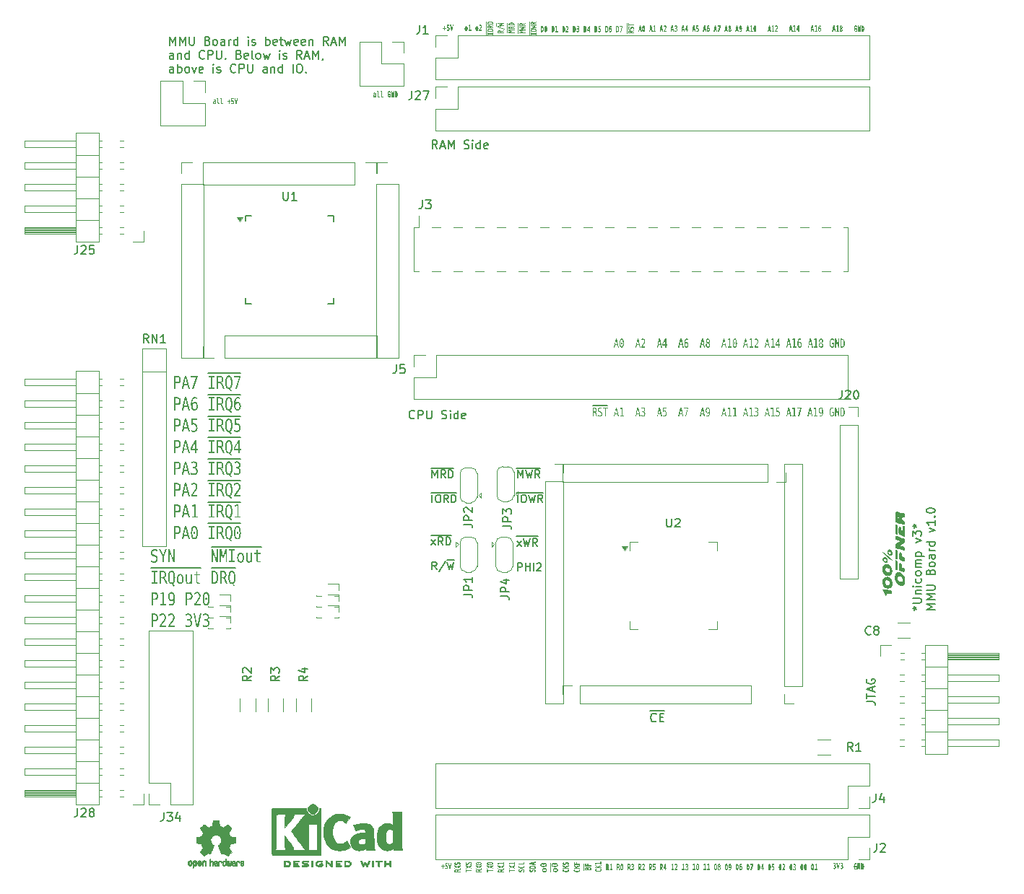
<source format=gbr>
%TF.GenerationSoftware,KiCad,Pcbnew,8.0.7-8.0.7-0~ubuntu22.04.1*%
%TF.CreationDate,2024-12-21T14:21:34+01:00*%
%TF.ProjectId,MMU_v1,4d4d555f-7631-42e6-9b69-6361645f7063,rev?*%
%TF.SameCoordinates,Original*%
%TF.FileFunction,Legend,Top*%
%TF.FilePolarity,Positive*%
%FSLAX46Y46*%
G04 Gerber Fmt 4.6, Leading zero omitted, Abs format (unit mm)*
G04 Created by KiCad (PCBNEW 8.0.7-8.0.7-0~ubuntu22.04.1) date 2024-12-21 14:21:34*
%MOMM*%
%LPD*%
G01*
G04 APERTURE LIST*
%ADD10C,0.100000*%
%ADD11C,0.150000*%
%ADD12C,0.120000*%
%ADD13C,0.010000*%
%ADD14C,0.000000*%
G04 APERTURE END LIST*
D10*
G36*
X95281000Y-149637561D02*
G01*
X95281000Y-149738921D01*
X94679185Y-149738921D01*
X94679185Y-149869103D01*
X94558822Y-149869103D01*
X94558822Y-149507379D01*
X94679185Y-149507379D01*
X94679185Y-149637561D01*
X95281000Y-149637561D01*
G37*
G36*
X95281000Y-149064689D02*
G01*
X95281000Y-149169469D01*
X95041983Y-149267288D01*
X95281000Y-149364863D01*
X95281000Y-149469644D01*
X94914269Y-149319190D01*
X94558822Y-149465491D01*
X94558822Y-149360711D01*
X94788606Y-149267288D01*
X94558822Y-149173621D01*
X94558822Y-149068841D01*
X94914269Y-149214410D01*
X95281000Y-149064689D01*
G37*
G36*
X94964534Y-148882728D02*
G01*
X94951665Y-148905449D01*
X94935957Y-148929526D01*
X94917266Y-148953220D01*
X94895425Y-148974504D01*
X94878707Y-148986409D01*
X94847475Y-149000706D01*
X94814198Y-149009046D01*
X94776026Y-149013096D01*
X94757489Y-149013520D01*
X94722289Y-149011953D01*
X94684944Y-149006164D01*
X94651608Y-148996108D01*
X94622281Y-148981787D01*
X94603787Y-148968946D01*
X94582003Y-148947796D01*
X94565570Y-148923455D01*
X94555742Y-148900052D01*
X94549846Y-148874305D01*
X94547880Y-148846214D01*
X94549443Y-148819669D01*
X94553621Y-148795367D01*
X94558993Y-148775505D01*
X94567789Y-148751244D01*
X94579130Y-148727156D01*
X94591648Y-148705408D01*
X94733896Y-148705408D01*
X94713616Y-148727955D01*
X94696973Y-148750761D01*
X94684998Y-148771720D01*
X94674788Y-148796821D01*
X94669290Y-148821751D01*
X94668243Y-148838276D01*
X94671128Y-148863440D01*
X94681787Y-148886722D01*
X94688759Y-148894696D01*
X94715576Y-148909942D01*
X94747573Y-148914235D01*
X94781976Y-148908135D01*
X94796471Y-148900069D01*
X94816816Y-148878026D01*
X94831994Y-148853875D01*
X94839213Y-148840474D01*
X94862123Y-148796755D01*
X94876943Y-148771280D01*
X94893726Y-148748926D01*
X94915311Y-148727200D01*
X94939460Y-148709550D01*
X94945898Y-148705774D01*
X94977298Y-148691665D01*
X95013025Y-148682174D01*
X95048416Y-148677613D01*
X95077203Y-148676587D01*
X95115800Y-148678201D01*
X95150549Y-148683044D01*
X95186229Y-148692775D01*
X95216672Y-148706900D01*
X95238599Y-148722505D01*
X95259384Y-148744784D01*
X95273136Y-148767453D01*
X95283138Y-148793419D01*
X95288608Y-148817576D01*
X95291473Y-148844023D01*
X95291942Y-148860990D01*
X95290305Y-148887214D01*
X95285396Y-148913496D01*
X95278093Y-148937438D01*
X95268152Y-148961142D01*
X95255640Y-148984322D01*
X95240556Y-149006976D01*
X95237231Y-149011444D01*
X95094984Y-149011444D01*
X95115246Y-148988850D01*
X95132370Y-148966682D01*
X95147718Y-148942548D01*
X95152772Y-148933042D01*
X95162690Y-148909388D01*
X95169356Y-148883562D01*
X95171579Y-148857937D01*
X95168309Y-148832206D01*
X95156229Y-148808220D01*
X95148327Y-148799930D01*
X95120416Y-148784451D01*
X95085787Y-148779311D01*
X95083187Y-148779291D01*
X95048603Y-148784156D01*
X95028135Y-148793091D01*
X95004591Y-148812419D01*
X94990692Y-148832903D01*
X94964534Y-148882728D01*
G37*
G36*
X107959115Y-149528750D02*
G01*
X107972699Y-149551841D01*
X107982677Y-149576006D01*
X107983735Y-149579309D01*
X107989625Y-149604655D01*
X107991869Y-149629426D01*
X107991942Y-149634874D01*
X107990448Y-149660027D01*
X107984382Y-149689311D01*
X107973648Y-149716198D01*
X107958249Y-149740688D01*
X107938182Y-149762781D01*
X107913449Y-149782476D01*
X107896369Y-149793143D01*
X107864424Y-149808869D01*
X107828322Y-149821930D01*
X107788062Y-149832325D01*
X107752861Y-149838722D01*
X107714999Y-149843414D01*
X107674477Y-149846399D01*
X107631293Y-149847678D01*
X107620082Y-149847732D01*
X107576153Y-149846879D01*
X107534896Y-149844320D01*
X107496310Y-149840055D01*
X107460396Y-149834084D01*
X107427153Y-149826408D01*
X107389356Y-149814413D01*
X107355733Y-149799754D01*
X107343452Y-149793143D01*
X107315919Y-149774886D01*
X107293053Y-149754231D01*
X107274853Y-149731180D01*
X107261320Y-149705731D01*
X107252453Y-149677885D01*
X107248253Y-149647642D01*
X107247880Y-149634874D01*
X107249451Y-149609803D01*
X107254620Y-149583978D01*
X107256087Y-149578942D01*
X107265584Y-149554533D01*
X107278687Y-149531680D01*
X107280706Y-149528750D01*
X107433896Y-149528750D01*
X107410951Y-149548128D01*
X107391900Y-149568616D01*
X107384143Y-149579431D01*
X107372731Y-149602792D01*
X107368259Y-149628479D01*
X107368243Y-149630111D01*
X107372207Y-149656192D01*
X107386145Y-149681463D01*
X107410117Y-149702427D01*
X107431673Y-149714009D01*
X107462369Y-149725048D01*
X107498955Y-149733376D01*
X107535003Y-149738357D01*
X107575379Y-149741345D01*
X107612331Y-149742313D01*
X107620082Y-149742341D01*
X107657492Y-149741649D01*
X107691929Y-149739574D01*
X107729332Y-149735258D01*
X107762454Y-149728949D01*
X107795689Y-149719072D01*
X107808149Y-149714009D01*
X107835899Y-149698140D01*
X107857641Y-149676220D01*
X107869349Y-149649991D01*
X107871579Y-149630111D01*
X107867646Y-149604374D01*
X107856817Y-149580966D01*
X107855849Y-149579431D01*
X107838468Y-149557649D01*
X107816116Y-149536878D01*
X107805926Y-149528750D01*
X107959115Y-149528750D01*
G37*
G36*
X107258822Y-149438747D02*
G01*
X107258822Y-149337386D01*
X107544171Y-149337386D01*
X107258822Y-149178628D01*
X107258822Y-149063956D01*
X107543316Y-149225767D01*
X107981000Y-149058217D01*
X107981000Y-149170812D01*
X107655986Y-149292445D01*
X107736341Y-149337386D01*
X107981000Y-149337386D01*
X107981000Y-149438747D01*
X107258822Y-149438747D01*
G37*
G36*
X107379185Y-148675854D02*
G01*
X107379185Y-148893963D01*
X107532374Y-148893963D01*
X107532374Y-148695516D01*
X107652737Y-148695516D01*
X107652737Y-148893963D01*
X107981000Y-148893963D01*
X107981000Y-148995324D01*
X107258822Y-148995324D01*
X107258822Y-148675854D01*
X107379185Y-148675854D01*
G37*
G36*
X65176847Y-59190194D02*
G01*
X65202059Y-59194088D01*
X65228710Y-59202188D01*
X65254831Y-59216364D01*
X65275599Y-59235628D01*
X65280550Y-59242067D01*
X65297166Y-59273793D01*
X65307811Y-59310125D01*
X65314042Y-59347636D01*
X65317195Y-59383385D01*
X65318493Y-59423217D01*
X65318530Y-59431673D01*
X65318530Y-59736000D01*
X65218635Y-59736000D01*
X65218635Y-59673083D01*
X65202137Y-59699268D01*
X65182213Y-59720035D01*
X65171862Y-59727793D01*
X65147775Y-59740191D01*
X65121754Y-59746268D01*
X65109092Y-59746942D01*
X65081738Y-59744667D01*
X65057166Y-59737844D01*
X65032490Y-59724476D01*
X65011447Y-59705167D01*
X65006754Y-59699412D01*
X64990779Y-59673211D01*
X64979368Y-59642308D01*
X64972522Y-59606703D01*
X64970275Y-59571693D01*
X64970271Y-59571013D01*
X65077462Y-59571013D01*
X65081805Y-59604696D01*
X65092849Y-59627605D01*
X65115142Y-59645020D01*
X65134859Y-59648463D01*
X65160123Y-59643655D01*
X65182878Y-59627442D01*
X65196653Y-59607772D01*
X65209168Y-59575861D01*
X65216037Y-59540225D01*
X65218549Y-59502756D01*
X65218635Y-59493735D01*
X65218635Y-59484332D01*
X65178457Y-59484332D01*
X65152429Y-59485561D01*
X65125863Y-59490553D01*
X65102737Y-59501612D01*
X65099810Y-59503993D01*
X65083049Y-59530494D01*
X65077549Y-59565182D01*
X65077462Y-59571013D01*
X64970271Y-59571013D01*
X64970240Y-59566397D01*
X64972326Y-59528313D01*
X64978584Y-59494842D01*
X64990846Y-59462240D01*
X65008558Y-59435665D01*
X65013837Y-59429963D01*
X65035243Y-59412776D01*
X65061208Y-59399810D01*
X65087091Y-59392056D01*
X65116323Y-59387404D01*
X65143241Y-59385896D01*
X65148903Y-59385853D01*
X65218635Y-59385853D01*
X65218635Y-59353198D01*
X65211717Y-59318803D01*
X65200927Y-59304129D01*
X65177425Y-59291056D01*
X65153128Y-59287440D01*
X65148903Y-59287374D01*
X65124395Y-59288607D01*
X65098252Y-59292762D01*
X65079050Y-59297803D01*
X65053267Y-59307380D01*
X65028908Y-59319243D01*
X65008464Y-59331143D01*
X65008464Y-59221722D01*
X65033605Y-59210382D01*
X65059022Y-59201494D01*
X65076119Y-59196931D01*
X65102440Y-59192034D01*
X65127593Y-59189531D01*
X65148903Y-59188896D01*
X65176847Y-59190194D01*
G37*
G36*
X65491942Y-59511687D02*
G01*
X65491942Y-59101359D01*
X65389971Y-59101359D01*
X65389971Y-58991938D01*
X65592692Y-58991938D01*
X65592692Y-59511687D01*
X65594064Y-59547330D01*
X65599948Y-59582983D01*
X65606736Y-59600591D01*
X65627268Y-59620869D01*
X65652406Y-59626553D01*
X65654486Y-59626579D01*
X65734842Y-59626579D01*
X65734842Y-59736000D01*
X65626276Y-59736000D01*
X65600773Y-59734178D01*
X65574624Y-59727450D01*
X65549490Y-59713689D01*
X65529424Y-59693454D01*
X65523205Y-59684196D01*
X65509528Y-59653923D01*
X65500766Y-59620405D01*
X65495636Y-59586453D01*
X65492706Y-59547680D01*
X65491942Y-59511687D01*
G37*
G36*
X65913017Y-59511687D02*
G01*
X65913017Y-59101359D01*
X65811046Y-59101359D01*
X65811046Y-58991938D01*
X66013767Y-58991938D01*
X66013767Y-59511687D01*
X66015139Y-59547330D01*
X66021022Y-59582983D01*
X66027811Y-59600591D01*
X66048343Y-59620869D01*
X66073481Y-59626553D01*
X66075561Y-59626579D01*
X66155916Y-59626579D01*
X66155916Y-59736000D01*
X66047351Y-59736000D01*
X66021848Y-59734178D01*
X65995698Y-59727450D01*
X65970564Y-59713689D01*
X65950498Y-59693454D01*
X65944280Y-59684196D01*
X65930602Y-59653923D01*
X65921840Y-59620405D01*
X65916711Y-59586453D01*
X65913780Y-59547680D01*
X65913017Y-59511687D01*
G37*
G36*
X66874723Y-59167011D02*
G01*
X66874723Y-59374911D01*
X67022490Y-59374911D01*
X67022490Y-59484332D01*
X66874723Y-59484332D01*
X66874723Y-59692231D01*
X66793390Y-59692231D01*
X66793390Y-59484332D01*
X66645013Y-59484332D01*
X66645013Y-59374911D01*
X66793390Y-59374911D01*
X66793390Y-59167011D01*
X66874723Y-59167011D01*
G37*
G36*
X67109685Y-59013822D02*
G01*
X67388244Y-59013822D01*
X67388244Y-59134185D01*
X67191750Y-59134185D01*
X67191750Y-59278655D01*
X67215510Y-59269349D01*
X67218129Y-59268739D01*
X67243164Y-59265569D01*
X67248048Y-59265490D01*
X67275653Y-59267834D01*
X67301223Y-59274867D01*
X67324757Y-59286588D01*
X67346257Y-59302997D01*
X67365721Y-59324094D01*
X67371757Y-59332168D01*
X67387860Y-59358515D01*
X67400631Y-59387675D01*
X67410071Y-59419648D01*
X67416179Y-59454433D01*
X67418955Y-59492032D01*
X67419140Y-59505190D01*
X67417333Y-59545473D01*
X67411910Y-59582463D01*
X67402873Y-59616159D01*
X67390221Y-59646561D01*
X67373953Y-59673669D01*
X67367727Y-59681973D01*
X67347179Y-59704052D01*
X67324004Y-59721563D01*
X67298201Y-59734506D01*
X67269771Y-59742881D01*
X67244072Y-59746371D01*
X67227776Y-59746942D01*
X67202944Y-59745788D01*
X67177905Y-59742325D01*
X67161098Y-59738735D01*
X67135704Y-59731426D01*
X67112065Y-59722699D01*
X67092466Y-59714115D01*
X67092466Y-59582810D01*
X67115847Y-59598785D01*
X67139752Y-59611149D01*
X67150962Y-59615637D01*
X67175470Y-59622721D01*
X67199978Y-59626194D01*
X67211290Y-59626579D01*
X67236485Y-59624645D01*
X67260980Y-59617845D01*
X67285381Y-59602886D01*
X67292745Y-59595633D01*
X67309712Y-59568481D01*
X67318848Y-59533443D01*
X67320588Y-59505703D01*
X67317313Y-59470890D01*
X67306267Y-59438765D01*
X67292867Y-59418679D01*
X67271713Y-59399990D01*
X67246202Y-59389059D01*
X67219228Y-59385853D01*
X67193758Y-59387656D01*
X67168180Y-59393066D01*
X67164762Y-59394060D01*
X67140816Y-59402811D01*
X67116636Y-59414704D01*
X67109685Y-59418679D01*
X67109685Y-59013822D01*
G37*
G36*
X67676084Y-59617004D02*
G01*
X67766332Y-59013822D01*
X67868425Y-59013822D01*
X67746426Y-59736000D01*
X67605986Y-59736000D01*
X67483987Y-59013822D01*
X67586080Y-59013822D01*
X67676084Y-59617004D01*
G37*
G36*
X83931847Y-58390194D02*
G01*
X83957059Y-58394088D01*
X83983710Y-58402188D01*
X84009831Y-58416364D01*
X84030599Y-58435628D01*
X84035550Y-58442067D01*
X84052166Y-58473793D01*
X84062811Y-58510125D01*
X84069042Y-58547636D01*
X84072195Y-58583385D01*
X84073493Y-58623217D01*
X84073530Y-58631673D01*
X84073530Y-58936000D01*
X83973635Y-58936000D01*
X83973635Y-58873083D01*
X83957137Y-58899268D01*
X83937213Y-58920035D01*
X83926862Y-58927793D01*
X83902775Y-58940191D01*
X83876754Y-58946268D01*
X83864092Y-58946942D01*
X83836738Y-58944667D01*
X83812166Y-58937844D01*
X83787490Y-58924476D01*
X83766447Y-58905167D01*
X83761754Y-58899412D01*
X83745779Y-58873211D01*
X83734368Y-58842308D01*
X83727522Y-58806703D01*
X83725275Y-58771693D01*
X83725271Y-58771013D01*
X83832462Y-58771013D01*
X83836805Y-58804696D01*
X83847849Y-58827605D01*
X83870142Y-58845020D01*
X83889859Y-58848463D01*
X83915123Y-58843655D01*
X83937878Y-58827442D01*
X83951653Y-58807772D01*
X83964168Y-58775861D01*
X83971037Y-58740225D01*
X83973549Y-58702756D01*
X83973635Y-58693735D01*
X83973635Y-58684332D01*
X83933457Y-58684332D01*
X83907429Y-58685561D01*
X83880863Y-58690553D01*
X83857737Y-58701612D01*
X83854810Y-58703993D01*
X83838049Y-58730494D01*
X83832549Y-58765182D01*
X83832462Y-58771013D01*
X83725271Y-58771013D01*
X83725240Y-58766397D01*
X83727326Y-58728313D01*
X83733584Y-58694842D01*
X83745846Y-58662240D01*
X83763558Y-58635665D01*
X83768837Y-58629963D01*
X83790243Y-58612776D01*
X83816208Y-58599810D01*
X83842091Y-58592056D01*
X83871323Y-58587404D01*
X83898241Y-58585896D01*
X83903903Y-58585853D01*
X83973635Y-58585853D01*
X83973635Y-58553198D01*
X83966717Y-58518803D01*
X83955927Y-58504129D01*
X83932425Y-58491056D01*
X83908128Y-58487440D01*
X83903903Y-58487374D01*
X83879395Y-58488607D01*
X83853252Y-58492762D01*
X83834050Y-58497803D01*
X83808267Y-58507380D01*
X83783908Y-58519243D01*
X83763464Y-58531143D01*
X83763464Y-58421722D01*
X83788605Y-58410382D01*
X83814022Y-58401494D01*
X83831119Y-58396931D01*
X83857440Y-58392034D01*
X83882593Y-58389531D01*
X83903903Y-58388896D01*
X83931847Y-58390194D01*
G37*
G36*
X84246942Y-58711687D02*
G01*
X84246942Y-58301359D01*
X84144971Y-58301359D01*
X84144971Y-58191938D01*
X84347692Y-58191938D01*
X84347692Y-58711687D01*
X84349064Y-58747330D01*
X84354948Y-58782983D01*
X84361736Y-58800591D01*
X84382268Y-58820869D01*
X84407406Y-58826553D01*
X84409486Y-58826579D01*
X84489842Y-58826579D01*
X84489842Y-58936000D01*
X84381276Y-58936000D01*
X84355773Y-58934178D01*
X84329624Y-58927450D01*
X84304490Y-58913689D01*
X84284424Y-58893454D01*
X84278205Y-58884196D01*
X84264528Y-58853923D01*
X84255766Y-58820405D01*
X84250636Y-58786453D01*
X84247706Y-58747680D01*
X84246942Y-58711687D01*
G37*
G36*
X84668017Y-58711687D02*
G01*
X84668017Y-58301359D01*
X84566046Y-58301359D01*
X84566046Y-58191938D01*
X84768767Y-58191938D01*
X84768767Y-58711687D01*
X84770139Y-58747330D01*
X84776022Y-58782983D01*
X84782811Y-58800591D01*
X84803343Y-58820869D01*
X84828481Y-58826553D01*
X84830561Y-58826579D01*
X84910916Y-58826579D01*
X84910916Y-58936000D01*
X84802351Y-58936000D01*
X84776848Y-58934178D01*
X84750698Y-58927450D01*
X84725564Y-58913689D01*
X84705498Y-58893454D01*
X84699280Y-58884196D01*
X84685602Y-58853923D01*
X84676840Y-58820405D01*
X84671711Y-58786453D01*
X84668780Y-58747680D01*
X84668017Y-58711687D01*
G37*
G36*
X85676862Y-58810337D02*
G01*
X85676862Y-58673390D01*
X85607375Y-58673390D01*
X85607375Y-58553027D01*
X85765400Y-58553027D01*
X85765400Y-58879750D01*
X85744612Y-58900654D01*
X85722382Y-58917760D01*
X85700920Y-58930016D01*
X85676148Y-58939652D01*
X85650193Y-58945289D01*
X85625571Y-58946942D01*
X85595571Y-58944579D01*
X85567778Y-58937491D01*
X85542191Y-58925679D01*
X85518810Y-58909141D01*
X85497636Y-58887878D01*
X85478668Y-58861891D01*
X85471698Y-58850173D01*
X85456077Y-58817941D01*
X85443104Y-58781728D01*
X85432779Y-58741532D01*
X85426425Y-58706509D01*
X85421765Y-58668937D01*
X85418800Y-58628816D01*
X85417529Y-58586147D01*
X85417476Y-58575082D01*
X85418331Y-58531153D01*
X85420896Y-58489896D01*
X85425170Y-58451310D01*
X85431154Y-58415396D01*
X85438847Y-58382153D01*
X85450869Y-58344356D01*
X85465561Y-58310733D01*
X85472187Y-58298452D01*
X85490508Y-58270919D01*
X85511203Y-58248053D01*
X85534272Y-58229853D01*
X85559713Y-58216320D01*
X85587528Y-58207453D01*
X85617716Y-58203253D01*
X85630456Y-58202880D01*
X85655378Y-58204742D01*
X85679937Y-58210329D01*
X85691150Y-58214164D01*
X85714835Y-58224969D01*
X85737271Y-58239047D01*
X85747204Y-58246648D01*
X85747204Y-58399838D01*
X85730357Y-58373912D01*
X85710052Y-58351848D01*
X85698233Y-58342563D01*
X85674922Y-58330054D01*
X85649837Y-58323922D01*
X85637661Y-58323243D01*
X85610657Y-58327154D01*
X85587286Y-58338887D01*
X85565336Y-58361436D01*
X85551443Y-58385818D01*
X85538995Y-58421049D01*
X85531020Y-58458484D01*
X85526351Y-58495482D01*
X85523989Y-58529775D01*
X85523017Y-58567216D01*
X85522989Y-58575082D01*
X85523660Y-58612114D01*
X85525672Y-58646275D01*
X85529858Y-58683477D01*
X85537184Y-58721653D01*
X85547139Y-58754200D01*
X85550466Y-58762465D01*
X85565770Y-58790515D01*
X85586727Y-58812491D01*
X85611644Y-58824325D01*
X85630456Y-58826579D01*
X85654966Y-58823568D01*
X85657933Y-58822646D01*
X85676862Y-58810337D01*
G37*
G36*
X85839284Y-58213822D02*
G01*
X85948094Y-58213822D01*
X86090976Y-58738700D01*
X86090976Y-58213822D01*
X86180369Y-58213822D01*
X86180369Y-58936000D01*
X86072169Y-58936000D01*
X85928554Y-58411122D01*
X85928554Y-58936000D01*
X85839284Y-58936000D01*
X85839284Y-58213822D01*
G37*
G36*
X86405347Y-58215142D02*
G01*
X86433465Y-58219101D01*
X86459386Y-58225699D01*
X86483108Y-58234937D01*
X86509669Y-58250196D01*
X86532796Y-58269579D01*
X86552488Y-58293085D01*
X86556014Y-58298281D01*
X86571951Y-58327243D01*
X86585187Y-58361447D01*
X86595722Y-58400893D01*
X86602205Y-58436225D01*
X86606959Y-58474913D01*
X86609985Y-58516955D01*
X86611281Y-58562353D01*
X86611335Y-58574227D01*
X86610849Y-58609286D01*
X86608688Y-58653105D01*
X86604798Y-58693580D01*
X86599180Y-58730710D01*
X86591832Y-58764495D01*
X86580217Y-58802023D01*
X86565901Y-58834325D01*
X86556014Y-58851198D01*
X86537009Y-58875628D01*
X86514569Y-58895918D01*
X86488695Y-58912066D01*
X86459386Y-58924074D01*
X86433465Y-58930699D01*
X86405347Y-58934674D01*
X86375030Y-58936000D01*
X86266464Y-58936000D01*
X86266464Y-58815637D01*
X86367825Y-58815637D01*
X86395302Y-58815637D01*
X86419834Y-58813010D01*
X86443835Y-58803578D01*
X86465690Y-58784766D01*
X86480543Y-58760755D01*
X86491656Y-58728517D01*
X86498775Y-58692437D01*
X86502943Y-58655663D01*
X86505051Y-58620896D01*
X86505920Y-58582380D01*
X86505944Y-58574227D01*
X86505324Y-58535216D01*
X86503464Y-58499929D01*
X86499594Y-58462498D01*
X86492822Y-58425606D01*
X86482106Y-58392379D01*
X86480543Y-58388896D01*
X86463531Y-58362449D01*
X86441070Y-58344657D01*
X86416531Y-58336109D01*
X86395302Y-58334185D01*
X86367825Y-58334185D01*
X86367825Y-58815637D01*
X86266464Y-58815637D01*
X86266464Y-58213822D01*
X86375030Y-58213822D01*
X86405347Y-58215142D01*
G37*
D11*
X91243207Y-64965819D02*
X90909874Y-64489628D01*
X90671779Y-64965819D02*
X90671779Y-63965819D01*
X90671779Y-63965819D02*
X91052731Y-63965819D01*
X91052731Y-63965819D02*
X91147969Y-64013438D01*
X91147969Y-64013438D02*
X91195588Y-64061057D01*
X91195588Y-64061057D02*
X91243207Y-64156295D01*
X91243207Y-64156295D02*
X91243207Y-64299152D01*
X91243207Y-64299152D02*
X91195588Y-64394390D01*
X91195588Y-64394390D02*
X91147969Y-64442009D01*
X91147969Y-64442009D02*
X91052731Y-64489628D01*
X91052731Y-64489628D02*
X90671779Y-64489628D01*
X91624160Y-64680104D02*
X92100350Y-64680104D01*
X91528922Y-64965819D02*
X91862255Y-63965819D01*
X91862255Y-63965819D02*
X92195588Y-64965819D01*
X92528922Y-64965819D02*
X92528922Y-63965819D01*
X92528922Y-63965819D02*
X92862255Y-64680104D01*
X92862255Y-64680104D02*
X93195588Y-63965819D01*
X93195588Y-63965819D02*
X93195588Y-64965819D01*
X94386065Y-64918200D02*
X94528922Y-64965819D01*
X94528922Y-64965819D02*
X94767017Y-64965819D01*
X94767017Y-64965819D02*
X94862255Y-64918200D01*
X94862255Y-64918200D02*
X94909874Y-64870580D01*
X94909874Y-64870580D02*
X94957493Y-64775342D01*
X94957493Y-64775342D02*
X94957493Y-64680104D01*
X94957493Y-64680104D02*
X94909874Y-64584866D01*
X94909874Y-64584866D02*
X94862255Y-64537247D01*
X94862255Y-64537247D02*
X94767017Y-64489628D01*
X94767017Y-64489628D02*
X94576541Y-64442009D01*
X94576541Y-64442009D02*
X94481303Y-64394390D01*
X94481303Y-64394390D02*
X94433684Y-64346771D01*
X94433684Y-64346771D02*
X94386065Y-64251533D01*
X94386065Y-64251533D02*
X94386065Y-64156295D01*
X94386065Y-64156295D02*
X94433684Y-64061057D01*
X94433684Y-64061057D02*
X94481303Y-64013438D01*
X94481303Y-64013438D02*
X94576541Y-63965819D01*
X94576541Y-63965819D02*
X94814636Y-63965819D01*
X94814636Y-63965819D02*
X94957493Y-64013438D01*
X95386065Y-64965819D02*
X95386065Y-64299152D01*
X95386065Y-63965819D02*
X95338446Y-64013438D01*
X95338446Y-64013438D02*
X95386065Y-64061057D01*
X95386065Y-64061057D02*
X95433684Y-64013438D01*
X95433684Y-64013438D02*
X95386065Y-63965819D01*
X95386065Y-63965819D02*
X95386065Y-64061057D01*
X96290826Y-64965819D02*
X96290826Y-63965819D01*
X96290826Y-64918200D02*
X96195588Y-64965819D01*
X96195588Y-64965819D02*
X96005112Y-64965819D01*
X96005112Y-64965819D02*
X95909874Y-64918200D01*
X95909874Y-64918200D02*
X95862255Y-64870580D01*
X95862255Y-64870580D02*
X95814636Y-64775342D01*
X95814636Y-64775342D02*
X95814636Y-64489628D01*
X95814636Y-64489628D02*
X95862255Y-64394390D01*
X95862255Y-64394390D02*
X95909874Y-64346771D01*
X95909874Y-64346771D02*
X96005112Y-64299152D01*
X96005112Y-64299152D02*
X96195588Y-64299152D01*
X96195588Y-64299152D02*
X96290826Y-64346771D01*
X97147969Y-64918200D02*
X97052731Y-64965819D01*
X97052731Y-64965819D02*
X96862255Y-64965819D01*
X96862255Y-64965819D02*
X96767017Y-64918200D01*
X96767017Y-64918200D02*
X96719398Y-64822961D01*
X96719398Y-64822961D02*
X96719398Y-64442009D01*
X96719398Y-64442009D02*
X96767017Y-64346771D01*
X96767017Y-64346771D02*
X96862255Y-64299152D01*
X96862255Y-64299152D02*
X97052731Y-64299152D01*
X97052731Y-64299152D02*
X97147969Y-64346771D01*
X97147969Y-64346771D02*
X97195588Y-64442009D01*
X97195588Y-64442009D02*
X97195588Y-64537247D01*
X97195588Y-64537247D02*
X96719398Y-64632485D01*
G36*
X109718398Y-95334350D02*
G01*
X109760370Y-95341563D01*
X109798168Y-95354185D01*
X109836992Y-95375748D01*
X109870136Y-95404675D01*
X109874407Y-95409408D01*
X109900745Y-95446245D01*
X109920614Y-95489651D01*
X109934014Y-95539624D01*
X109940945Y-95596166D01*
X109942001Y-95631425D01*
X109939402Y-95680243D01*
X109930265Y-95729543D01*
X109912398Y-95777342D01*
X109900419Y-95798487D01*
X109871253Y-95834026D01*
X109835504Y-95859739D01*
X109797701Y-95874478D01*
X109783915Y-95877622D01*
X109818908Y-95895811D01*
X109848669Y-95924734D01*
X109852242Y-95929401D01*
X109875495Y-95968476D01*
X109895504Y-96011802D01*
X109915138Y-96060403D01*
X109922950Y-96081076D01*
X110027547Y-96364154D01*
X109915806Y-96364154D01*
X109824032Y-96102569D01*
X109807027Y-96057535D01*
X109786296Y-96010795D01*
X109762691Y-95970723D01*
X109752591Y-95958710D01*
X109718655Y-95935569D01*
X109682406Y-95926974D01*
X109669976Y-95926470D01*
X109570508Y-95926470D01*
X109570508Y-96364154D01*
X109465911Y-96364154D01*
X109465911Y-95817050D01*
X109570508Y-95817050D01*
X109684447Y-95817050D01*
X109723459Y-95813417D01*
X109759702Y-95800862D01*
X109793323Y-95773957D01*
X109795639Y-95771132D01*
X109817964Y-95729675D01*
X109829377Y-95679665D01*
X109832275Y-95630204D01*
X109828465Y-95577310D01*
X109815471Y-95528824D01*
X109793257Y-95490497D01*
X109762381Y-95462825D01*
X109727061Y-95447636D01*
X109689369Y-95442082D01*
X109680234Y-95441893D01*
X109570508Y-95441893D01*
X109570508Y-95817050D01*
X109465911Y-95817050D01*
X109465911Y-95332472D01*
X109680234Y-95332472D01*
X109718398Y-95334350D01*
G37*
G36*
X110545220Y-95363735D02*
G01*
X110545220Y-95504419D01*
X110512580Y-95480000D01*
X110476924Y-95458562D01*
X110450148Y-95446045D01*
X110414325Y-95433989D01*
X110375283Y-95427208D01*
X110354161Y-95426261D01*
X110315173Y-95429893D01*
X110277564Y-95442449D01*
X110243135Y-95466618D01*
X110237657Y-95472179D01*
X110211648Y-95510967D01*
X110197643Y-95558824D01*
X110194976Y-95595766D01*
X110199601Y-95645811D01*
X110216434Y-95690333D01*
X110223002Y-95699813D01*
X110253816Y-95726892D01*
X110288463Y-95745143D01*
X110327783Y-95759652D01*
X110382554Y-95776505D01*
X110421022Y-95790501D01*
X110460693Y-95810260D01*
X110494753Y-95833711D01*
X110526810Y-95865036D01*
X110540091Y-95882507D01*
X110563999Y-95927189D01*
X110578682Y-95973882D01*
X110587183Y-96027138D01*
X110589550Y-96079122D01*
X110587154Y-96131638D01*
X110578304Y-96186743D01*
X110562931Y-96235209D01*
X110541037Y-96277036D01*
X110521406Y-96302849D01*
X110488719Y-96332827D01*
X110450125Y-96355442D01*
X110412341Y-96368966D01*
X110370217Y-96377080D01*
X110331798Y-96379710D01*
X110323753Y-96379785D01*
X110286432Y-96377938D01*
X110249024Y-96372397D01*
X110214942Y-96364154D01*
X110177348Y-96351560D01*
X110139624Y-96335272D01*
X110105216Y-96317259D01*
X110105216Y-96176575D01*
X110137991Y-96201867D01*
X110173218Y-96225165D01*
X110210521Y-96244953D01*
X110217141Y-96247894D01*
X110253623Y-96260687D01*
X110290279Y-96268170D01*
X110323753Y-96270364D01*
X110360950Y-96267418D01*
X110397570Y-96257060D01*
X110431766Y-96236805D01*
X110446302Y-96223225D01*
X110471227Y-96186205D01*
X110485807Y-96140295D01*
X110490082Y-96090846D01*
X110486511Y-96042084D01*
X110473080Y-95995545D01*
X110459857Y-95972876D01*
X110428071Y-95942840D01*
X110393582Y-95923958D01*
X110355077Y-95910106D01*
X110299573Y-95892521D01*
X110261448Y-95879271D01*
X110222178Y-95860884D01*
X110188518Y-95839340D01*
X110156920Y-95810856D01*
X110143868Y-95795068D01*
X110120491Y-95754732D01*
X110104764Y-95707363D01*
X110097208Y-95659355D01*
X110095508Y-95619701D01*
X110097942Y-95570142D01*
X110106935Y-95517163D01*
X110122556Y-95469397D01*
X110144803Y-95426843D01*
X110164751Y-95399638D01*
X110197236Y-95367376D01*
X110234104Y-95343038D01*
X110269193Y-95328484D01*
X110307502Y-95319751D01*
X110349032Y-95316840D01*
X110385687Y-95318775D01*
X110423915Y-95324580D01*
X110442088Y-95328564D01*
X110479603Y-95339005D01*
X110515214Y-95351473D01*
X110545220Y-95363735D01*
G37*
G36*
X110679676Y-95332472D02*
G01*
X111266591Y-95332472D01*
X111266591Y-95441893D01*
X111025890Y-95441893D01*
X111025890Y-96364154D01*
X110921293Y-96364154D01*
X110921293Y-95441893D01*
X110679676Y-95441893D01*
X110679676Y-95332472D01*
G37*
X109467272Y-95134154D02*
X111212108Y-95134154D01*
G36*
X112534944Y-96364154D02*
G01*
X112427233Y-96364154D01*
X112370630Y-96098417D01*
X112101169Y-96098417D01*
X112045482Y-96364154D01*
X111937770Y-96364154D01*
X112023366Y-95988996D01*
X112126265Y-95988996D01*
X112345900Y-95988996D01*
X112236174Y-95456547D01*
X112126265Y-95988996D01*
X112023366Y-95988996D01*
X112173159Y-95332472D01*
X112299372Y-95332472D01*
X112534944Y-96364154D01*
G37*
G36*
X112689367Y-96254733D02*
G01*
X112851300Y-96254733D01*
X112851300Y-95441893D01*
X112677094Y-95488787D01*
X112677094Y-95379366D01*
X112850201Y-95332472D01*
X112954248Y-95332472D01*
X112954248Y-96254733D01*
X113113983Y-96254733D01*
X113113983Y-96364154D01*
X112689367Y-96364154D01*
X112689367Y-96254733D01*
G37*
G36*
X115061392Y-96364154D02*
G01*
X114953681Y-96364154D01*
X114897078Y-96098417D01*
X114627617Y-96098417D01*
X114571930Y-96364154D01*
X114464218Y-96364154D01*
X114549815Y-95988996D01*
X114652713Y-95988996D01*
X114872348Y-95988996D01*
X114762622Y-95456547D01*
X114652713Y-95988996D01*
X114549815Y-95988996D01*
X114699608Y-95332472D01*
X114825820Y-95332472D01*
X115061392Y-96364154D01*
G37*
G36*
X115476666Y-95808501D02*
G01*
X115512272Y-95824545D01*
X115547019Y-95848834D01*
X115576144Y-95879731D01*
X115592437Y-95904000D01*
X115613689Y-95950234D01*
X115626086Y-95997555D01*
X115632108Y-96050286D01*
X115632737Y-96075458D01*
X115630226Y-96126618D01*
X115620947Y-96180877D01*
X115604831Y-96229293D01*
X115581877Y-96271865D01*
X115561296Y-96298696D01*
X115527491Y-96330292D01*
X115494330Y-96351198D01*
X115457304Y-96366402D01*
X115416414Y-96375905D01*
X115379388Y-96379468D01*
X115363826Y-96379785D01*
X115327066Y-96378342D01*
X115289830Y-96374013D01*
X115255565Y-96367573D01*
X115217896Y-96358075D01*
X115180703Y-96346038D01*
X115147305Y-96332890D01*
X115147305Y-96192207D01*
X115180002Y-96214956D01*
X115215597Y-96235408D01*
X115250803Y-96251069D01*
X115289030Y-96262827D01*
X115327052Y-96269158D01*
X115352285Y-96270364D01*
X115392574Y-96267052D01*
X115431959Y-96255406D01*
X115468345Y-96232632D01*
X115483627Y-96217364D01*
X115507874Y-96179530D01*
X115523140Y-96132585D01*
X115529202Y-96082544D01*
X115529606Y-96064223D01*
X115525969Y-96015541D01*
X115513396Y-95968429D01*
X115491844Y-95928663D01*
X115483627Y-95918166D01*
X115451838Y-95889572D01*
X115413717Y-95871569D01*
X115373994Y-95864421D01*
X115359613Y-95863944D01*
X115280295Y-95863944D01*
X115280295Y-95754523D01*
X115359613Y-95754523D01*
X115397409Y-95751142D01*
X115433559Y-95739455D01*
X115466216Y-95716957D01*
X115471354Y-95711781D01*
X115495912Y-95675018D01*
X115509135Y-95628845D01*
X115511654Y-95592835D01*
X115507238Y-95541867D01*
X115492349Y-95496403D01*
X115474285Y-95469248D01*
X115441801Y-95443053D01*
X115404195Y-95429661D01*
X115367856Y-95426261D01*
X115330133Y-95428841D01*
X115291382Y-95436580D01*
X115273151Y-95441893D01*
X115235799Y-95455814D01*
X115200383Y-95472438D01*
X115170569Y-95488787D01*
X115170569Y-95363735D01*
X115208171Y-95350225D01*
X115246476Y-95338009D01*
X115281577Y-95328564D01*
X115319323Y-95320973D01*
X115355848Y-95317126D01*
X115367856Y-95316840D01*
X115408381Y-95319468D01*
X115445737Y-95327350D01*
X115485315Y-95343188D01*
X115520580Y-95366179D01*
X115547374Y-95391578D01*
X115573570Y-95426519D01*
X115595629Y-95472204D01*
X115609284Y-95524025D01*
X115614340Y-95574403D01*
X115614602Y-95589659D01*
X115611150Y-95639300D01*
X115599377Y-95687623D01*
X115579248Y-95729366D01*
X115551258Y-95763952D01*
X115519202Y-95788682D01*
X115480848Y-95807019D01*
X115476666Y-95808501D01*
G37*
G36*
X117587840Y-96364154D02*
G01*
X117480129Y-96364154D01*
X117423526Y-96098417D01*
X117154065Y-96098417D01*
X117098378Y-96364154D01*
X116990666Y-96364154D01*
X117076263Y-95988996D01*
X117179161Y-95988996D01*
X117398796Y-95988996D01*
X117289070Y-95456547D01*
X117179161Y-95988996D01*
X117076263Y-95988996D01*
X117226056Y-95332472D01*
X117352268Y-95332472D01*
X117587840Y-96364154D01*
G37*
G36*
X117709840Y-95332472D02*
G01*
X118099285Y-95332472D01*
X118099285Y-95441893D01*
X117804728Y-95441893D01*
X117804728Y-95712025D01*
X117840867Y-95698903D01*
X117849241Y-95696882D01*
X117885855Y-95692169D01*
X117894304Y-95691997D01*
X117937415Y-95695260D01*
X117977036Y-95705049D01*
X118013167Y-95721364D01*
X118045807Y-95744204D01*
X118079475Y-95779099D01*
X118083897Y-95784809D01*
X118111235Y-95828464D01*
X118131858Y-95878429D01*
X118144190Y-95926280D01*
X118151590Y-95978767D01*
X118154056Y-96035891D01*
X118151474Y-96093413D01*
X118143726Y-96146178D01*
X118130814Y-96194186D01*
X118112737Y-96237437D01*
X118089495Y-96275931D01*
X118080600Y-96287705D01*
X118051161Y-96318998D01*
X118017935Y-96343816D01*
X117980922Y-96362160D01*
X117940122Y-96374030D01*
X117903230Y-96378976D01*
X117879833Y-96379785D01*
X117842595Y-96378640D01*
X117803948Y-96374736D01*
X117767725Y-96368061D01*
X117731163Y-96357620D01*
X117694926Y-96342588D01*
X117676867Y-96332890D01*
X117676867Y-96192207D01*
X117709528Y-96217014D01*
X117745257Y-96238612D01*
X117772121Y-96251069D01*
X117808400Y-96262827D01*
X117845245Y-96269158D01*
X117870124Y-96270364D01*
X117910699Y-96266548D01*
X117946328Y-96255099D01*
X117980498Y-96233096D01*
X118002748Y-96209304D01*
X118027381Y-96166132D01*
X118041750Y-96118712D01*
X118048319Y-96069749D01*
X118049459Y-96035891D01*
X118046448Y-95983516D01*
X118035862Y-95931930D01*
X118017655Y-95888110D01*
X118001282Y-95863211D01*
X117971183Y-95833341D01*
X117935086Y-95813246D01*
X117897963Y-95803590D01*
X117867010Y-95801418D01*
X117828297Y-95803994D01*
X117790470Y-95811722D01*
X117785494Y-95813142D01*
X117749164Y-95826709D01*
X117714364Y-95845427D01*
X117709840Y-95848313D01*
X117709840Y-95332472D01*
G37*
G36*
X120114288Y-96364154D02*
G01*
X120006577Y-96364154D01*
X119949974Y-96098417D01*
X119680513Y-96098417D01*
X119624826Y-96364154D01*
X119517114Y-96364154D01*
X119602711Y-95988996D01*
X119705609Y-95988996D01*
X119925244Y-95988996D01*
X119815518Y-95456547D01*
X119705609Y-95988996D01*
X119602711Y-95988996D01*
X119752504Y-95332472D01*
X119878716Y-95332472D01*
X120114288Y-96364154D01*
G37*
G36*
X120201300Y-95332472D02*
G01*
X120685633Y-95332472D01*
X120685633Y-95391823D01*
X120410494Y-96364154D01*
X120301684Y-96364154D01*
X120569679Y-95441893D01*
X120201300Y-95441893D01*
X120201300Y-95332472D01*
G37*
G36*
X122640736Y-96364154D02*
G01*
X122533025Y-96364154D01*
X122476422Y-96098417D01*
X122206961Y-96098417D01*
X122151274Y-96364154D01*
X122043562Y-96364154D01*
X122129159Y-95988996D01*
X122232057Y-95988996D01*
X122451692Y-95988996D01*
X122341966Y-95456547D01*
X122232057Y-95988996D01*
X122129159Y-95988996D01*
X122278952Y-95332472D01*
X122405164Y-95332472D01*
X122640736Y-96364154D01*
G37*
G36*
X123001219Y-95319977D02*
G01*
X123037819Y-95329386D01*
X123077122Y-95348958D01*
X123111389Y-95377563D01*
X123140620Y-95415201D01*
X123157310Y-95445312D01*
X123175305Y-95488967D01*
X123190250Y-95539789D01*
X123202146Y-95597779D01*
X123209466Y-95649331D01*
X123214834Y-95705471D01*
X123218250Y-95766198D01*
X123219714Y-95831512D01*
X123219775Y-95848557D01*
X123218604Y-95911365D01*
X123215092Y-95970342D01*
X123209239Y-96025488D01*
X123201045Y-96076802D01*
X123190509Y-96124284D01*
X123174047Y-96178249D01*
X123153926Y-96226227D01*
X123144853Y-96243742D01*
X123119786Y-96282934D01*
X123091409Y-96315483D01*
X123059722Y-96341390D01*
X123024726Y-96360654D01*
X122986421Y-96373275D01*
X122944806Y-96379254D01*
X122927233Y-96379785D01*
X122889406Y-96376732D01*
X122851396Y-96367573D01*
X122813935Y-96352918D01*
X122779980Y-96334300D01*
X122777756Y-96332890D01*
X122777756Y-96207838D01*
X122809079Y-96233294D01*
X122844530Y-96253467D01*
X122846816Y-96254488D01*
X122884185Y-96266395D01*
X122923020Y-96270364D01*
X122963991Y-96265596D01*
X123000352Y-96251290D01*
X123036262Y-96223264D01*
X123062742Y-96188522D01*
X123072680Y-96170713D01*
X123092451Y-96122509D01*
X123105533Y-96074029D01*
X123115047Y-96018937D01*
X123120250Y-95967976D01*
X123122975Y-95912424D01*
X123123421Y-95876889D01*
X123104481Y-95920768D01*
X123078537Y-95959946D01*
X123055461Y-95983379D01*
X123020796Y-96005853D01*
X122982474Y-96017955D01*
X122954894Y-96020260D01*
X122914955Y-96017022D01*
X122878532Y-96007311D01*
X122840484Y-95987798D01*
X122807221Y-95959473D01*
X122782519Y-95928180D01*
X122758751Y-95884214D01*
X122740820Y-95832884D01*
X122730098Y-95783027D01*
X122723664Y-95727761D01*
X122721579Y-95677573D01*
X122721528Y-95668550D01*
X122824102Y-95668550D01*
X122825767Y-95718390D01*
X122831749Y-95768395D01*
X122843679Y-95815783D01*
X122858906Y-95850022D01*
X122886947Y-95884647D01*
X122923213Y-95904900D01*
X122963320Y-95910839D01*
X123001992Y-95904566D01*
X123038126Y-95883175D01*
X123067551Y-95846603D01*
X123087547Y-95801509D01*
X123099211Y-95752726D01*
X123104544Y-95702843D01*
X123105469Y-95668550D01*
X123103099Y-95614847D01*
X123094768Y-95561803D01*
X123080437Y-95516564D01*
X123067551Y-95490741D01*
X123041079Y-95456738D01*
X123005554Y-95433880D01*
X122967437Y-95426324D01*
X122963320Y-95426261D01*
X122923467Y-95432248D01*
X122887274Y-95452663D01*
X122859089Y-95487566D01*
X122840639Y-95531582D01*
X122829876Y-95580945D01*
X122824956Y-95632575D01*
X122824102Y-95668550D01*
X122721528Y-95668550D01*
X122721520Y-95667084D01*
X122723049Y-95616790D01*
X122728922Y-95561286D01*
X122739201Y-95511071D01*
X122753884Y-95466146D01*
X122776582Y-95420418D01*
X122784168Y-95408675D01*
X122814048Y-95372892D01*
X122848873Y-95345897D01*
X122888641Y-95327692D01*
X122926662Y-95319082D01*
X122961122Y-95316840D01*
X123001219Y-95319977D01*
G37*
G36*
X125167184Y-96364154D02*
G01*
X125059473Y-96364154D01*
X125002870Y-96098417D01*
X124733409Y-96098417D01*
X124677722Y-96364154D01*
X124570011Y-96364154D01*
X124655607Y-95988996D01*
X124758505Y-95988996D01*
X124978140Y-95988996D01*
X124868414Y-95456547D01*
X124758505Y-95988996D01*
X124655607Y-95988996D01*
X124805400Y-95332472D01*
X124931612Y-95332472D01*
X125167184Y-96364154D01*
G37*
G36*
X125321607Y-96254733D02*
G01*
X125483540Y-96254733D01*
X125483540Y-95441893D01*
X125309334Y-95488787D01*
X125309334Y-95379366D01*
X125482441Y-95332472D01*
X125586488Y-95332472D01*
X125586488Y-96254733D01*
X125746223Y-96254733D01*
X125746223Y-96364154D01*
X125321607Y-96364154D01*
X125321607Y-96254733D01*
G37*
G36*
X125953219Y-96254733D02*
G01*
X126115152Y-96254733D01*
X126115152Y-95441893D01*
X125940946Y-95488787D01*
X125940946Y-95379366D01*
X126114053Y-95332472D01*
X126218100Y-95332472D01*
X126218100Y-96254733D01*
X126377835Y-96254733D01*
X126377835Y-96364154D01*
X125953219Y-96364154D01*
X125953219Y-96254733D01*
G37*
G36*
X127693632Y-96364154D02*
G01*
X127585921Y-96364154D01*
X127529318Y-96098417D01*
X127259857Y-96098417D01*
X127204170Y-96364154D01*
X127096459Y-96364154D01*
X127182055Y-95988996D01*
X127284953Y-95988996D01*
X127504588Y-95988996D01*
X127394862Y-95456547D01*
X127284953Y-95988996D01*
X127182055Y-95988996D01*
X127331848Y-95332472D01*
X127458060Y-95332472D01*
X127693632Y-96364154D01*
G37*
G36*
X127848055Y-96254733D02*
G01*
X128009988Y-96254733D01*
X128009988Y-95441893D01*
X127835782Y-95488787D01*
X127835782Y-95379366D01*
X128008889Y-95332472D01*
X128112936Y-95332472D01*
X128112936Y-96254733D01*
X128272671Y-96254733D01*
X128272671Y-96364154D01*
X127848055Y-96364154D01*
X127848055Y-96254733D01*
G37*
G36*
X128740518Y-95808501D02*
G01*
X128776124Y-95824545D01*
X128810871Y-95848834D01*
X128839996Y-95879731D01*
X128856289Y-95904000D01*
X128877541Y-95950234D01*
X128889938Y-95997555D01*
X128895960Y-96050286D01*
X128896589Y-96075458D01*
X128894078Y-96126618D01*
X128884799Y-96180877D01*
X128868683Y-96229293D01*
X128845729Y-96271865D01*
X128825148Y-96298696D01*
X128791343Y-96330292D01*
X128758182Y-96351198D01*
X128721156Y-96366402D01*
X128680266Y-96375905D01*
X128643240Y-96379468D01*
X128627678Y-96379785D01*
X128590918Y-96378342D01*
X128553682Y-96374013D01*
X128519417Y-96367573D01*
X128481748Y-96358075D01*
X128444555Y-96346038D01*
X128411157Y-96332890D01*
X128411157Y-96192207D01*
X128443854Y-96214956D01*
X128479449Y-96235408D01*
X128514655Y-96251069D01*
X128552882Y-96262827D01*
X128590904Y-96269158D01*
X128616138Y-96270364D01*
X128656426Y-96267052D01*
X128695812Y-96255406D01*
X128732198Y-96232632D01*
X128747479Y-96217364D01*
X128771726Y-96179530D01*
X128786992Y-96132585D01*
X128793054Y-96082544D01*
X128793458Y-96064223D01*
X128789821Y-96015541D01*
X128777249Y-95968429D01*
X128755696Y-95928663D01*
X128747479Y-95918166D01*
X128715691Y-95889572D01*
X128677569Y-95871569D01*
X128637846Y-95864421D01*
X128623465Y-95863944D01*
X128544147Y-95863944D01*
X128544147Y-95754523D01*
X128623465Y-95754523D01*
X128661261Y-95751142D01*
X128697411Y-95739455D01*
X128730068Y-95716957D01*
X128735206Y-95711781D01*
X128759764Y-95675018D01*
X128772987Y-95628845D01*
X128775506Y-95592835D01*
X128771090Y-95541867D01*
X128756201Y-95496403D01*
X128738137Y-95469248D01*
X128705653Y-95443053D01*
X128668047Y-95429661D01*
X128631708Y-95426261D01*
X128593985Y-95428841D01*
X128555234Y-95436580D01*
X128537003Y-95441893D01*
X128499651Y-95455814D01*
X128464235Y-95472438D01*
X128434421Y-95488787D01*
X128434421Y-95363735D01*
X128472023Y-95350225D01*
X128510328Y-95338009D01*
X128545429Y-95328564D01*
X128583175Y-95320973D01*
X128619700Y-95317126D01*
X128631708Y-95316840D01*
X128672233Y-95319468D01*
X128709589Y-95327350D01*
X128749167Y-95343188D01*
X128784432Y-95366179D01*
X128811226Y-95391578D01*
X128837422Y-95426519D01*
X128859481Y-95472204D01*
X128873136Y-95524025D01*
X128878192Y-95574403D01*
X128878454Y-95589659D01*
X128875002Y-95639300D01*
X128863229Y-95687623D01*
X128843100Y-95729366D01*
X128815111Y-95763952D01*
X128783054Y-95788682D01*
X128744700Y-95807019D01*
X128740518Y-95808501D01*
G37*
G36*
X130220080Y-96364154D02*
G01*
X130112369Y-96364154D01*
X130055766Y-96098417D01*
X129786305Y-96098417D01*
X129730618Y-96364154D01*
X129622907Y-96364154D01*
X129708503Y-95988996D01*
X129811401Y-95988996D01*
X130031036Y-95988996D01*
X129921310Y-95456547D01*
X129811401Y-95988996D01*
X129708503Y-95988996D01*
X129858296Y-95332472D01*
X129984508Y-95332472D01*
X130220080Y-96364154D01*
G37*
G36*
X130374503Y-96254733D02*
G01*
X130536436Y-96254733D01*
X130536436Y-95441893D01*
X130362230Y-95488787D01*
X130362230Y-95379366D01*
X130535337Y-95332472D01*
X130639384Y-95332472D01*
X130639384Y-96254733D01*
X130799119Y-96254733D01*
X130799119Y-96364154D01*
X130374503Y-96364154D01*
X130374503Y-96254733D01*
G37*
G36*
X130973692Y-95332472D02*
G01*
X131363137Y-95332472D01*
X131363137Y-95441893D01*
X131068580Y-95441893D01*
X131068580Y-95712025D01*
X131104719Y-95698903D01*
X131113093Y-95696882D01*
X131149707Y-95692169D01*
X131158156Y-95691997D01*
X131201267Y-95695260D01*
X131240888Y-95705049D01*
X131277019Y-95721364D01*
X131309659Y-95744204D01*
X131343328Y-95779099D01*
X131347750Y-95784809D01*
X131375087Y-95828464D01*
X131395710Y-95878429D01*
X131408042Y-95926280D01*
X131415442Y-95978767D01*
X131417908Y-96035891D01*
X131415326Y-96093413D01*
X131407579Y-96146178D01*
X131394666Y-96194186D01*
X131376589Y-96237437D01*
X131353347Y-96275931D01*
X131344452Y-96287705D01*
X131315013Y-96318998D01*
X131281787Y-96343816D01*
X131244774Y-96362160D01*
X131203974Y-96374030D01*
X131167082Y-96378976D01*
X131143685Y-96379785D01*
X131106447Y-96378640D01*
X131067800Y-96374736D01*
X131031577Y-96368061D01*
X130995015Y-96357620D01*
X130958778Y-96342588D01*
X130940719Y-96332890D01*
X130940719Y-96192207D01*
X130973380Y-96217014D01*
X131009109Y-96238612D01*
X131035974Y-96251069D01*
X131072252Y-96262827D01*
X131109098Y-96269158D01*
X131133976Y-96270364D01*
X131174551Y-96266548D01*
X131210180Y-96255099D01*
X131244350Y-96233096D01*
X131266600Y-96209304D01*
X131291233Y-96166132D01*
X131305602Y-96118712D01*
X131312171Y-96069749D01*
X131313311Y-96035891D01*
X131310300Y-95983516D01*
X131299714Y-95931930D01*
X131281507Y-95888110D01*
X131265134Y-95863211D01*
X131235035Y-95833341D01*
X131198938Y-95813246D01*
X131161815Y-95803590D01*
X131130862Y-95801418D01*
X131092149Y-95803994D01*
X131054322Y-95811722D01*
X131049346Y-95813142D01*
X131013016Y-95826709D01*
X130978216Y-95845427D01*
X130973692Y-95848313D01*
X130973692Y-95332472D01*
G37*
G36*
X132746528Y-96364154D02*
G01*
X132638817Y-96364154D01*
X132582214Y-96098417D01*
X132312753Y-96098417D01*
X132257066Y-96364154D01*
X132149355Y-96364154D01*
X132234951Y-95988996D01*
X132337849Y-95988996D01*
X132557484Y-95988996D01*
X132447758Y-95456547D01*
X132337849Y-95988996D01*
X132234951Y-95988996D01*
X132384744Y-95332472D01*
X132510956Y-95332472D01*
X132746528Y-96364154D01*
G37*
G36*
X132900951Y-96254733D02*
G01*
X133062884Y-96254733D01*
X133062884Y-95441893D01*
X132888678Y-95488787D01*
X132888678Y-95379366D01*
X133061785Y-95332472D01*
X133165832Y-95332472D01*
X133165832Y-96254733D01*
X133325567Y-96254733D01*
X133325567Y-96364154D01*
X132900951Y-96364154D01*
X132900951Y-96254733D01*
G37*
G36*
X133465152Y-95332472D02*
G01*
X133949485Y-95332472D01*
X133949485Y-95391823D01*
X133674346Y-96364154D01*
X133565536Y-96364154D01*
X133833531Y-95441893D01*
X133465152Y-95441893D01*
X133465152Y-95332472D01*
G37*
G36*
X135272976Y-96364154D02*
G01*
X135165265Y-96364154D01*
X135108662Y-96098417D01*
X134839201Y-96098417D01*
X134783514Y-96364154D01*
X134675803Y-96364154D01*
X134761399Y-95988996D01*
X134864297Y-95988996D01*
X135083932Y-95988996D01*
X134974206Y-95456547D01*
X134864297Y-95988996D01*
X134761399Y-95988996D01*
X134911192Y-95332472D01*
X135037404Y-95332472D01*
X135272976Y-96364154D01*
G37*
G36*
X135427399Y-96254733D02*
G01*
X135589332Y-96254733D01*
X135589332Y-95441893D01*
X135415126Y-95488787D01*
X135415126Y-95379366D01*
X135588233Y-95332472D01*
X135692280Y-95332472D01*
X135692280Y-96254733D01*
X135852015Y-96254733D01*
X135852015Y-96364154D01*
X135427399Y-96364154D01*
X135427399Y-96254733D01*
G37*
G36*
X136265071Y-95319977D02*
G01*
X136301671Y-95329386D01*
X136340974Y-95348958D01*
X136375241Y-95377563D01*
X136404472Y-95415201D01*
X136421162Y-95445312D01*
X136439157Y-95488967D01*
X136454103Y-95539789D01*
X136465998Y-95597779D01*
X136473318Y-95649331D01*
X136478686Y-95705471D01*
X136482102Y-95766198D01*
X136483566Y-95831512D01*
X136483627Y-95848557D01*
X136482456Y-95911365D01*
X136478944Y-95970342D01*
X136473091Y-96025488D01*
X136464897Y-96076802D01*
X136454361Y-96124284D01*
X136437899Y-96178249D01*
X136417778Y-96226227D01*
X136408706Y-96243742D01*
X136383638Y-96282934D01*
X136355261Y-96315483D01*
X136323574Y-96341390D01*
X136288578Y-96360654D01*
X136250273Y-96373275D01*
X136208658Y-96379254D01*
X136191085Y-96379785D01*
X136153258Y-96376732D01*
X136115248Y-96367573D01*
X136077787Y-96352918D01*
X136043832Y-96334300D01*
X136041609Y-96332890D01*
X136041609Y-96207838D01*
X136072931Y-96233294D01*
X136108383Y-96253467D01*
X136110668Y-96254488D01*
X136148037Y-96266395D01*
X136186872Y-96270364D01*
X136227843Y-96265596D01*
X136264204Y-96251290D01*
X136300114Y-96223264D01*
X136326594Y-96188522D01*
X136336532Y-96170713D01*
X136356303Y-96122509D01*
X136369385Y-96074029D01*
X136378899Y-96018937D01*
X136384102Y-95967976D01*
X136386827Y-95912424D01*
X136387273Y-95876889D01*
X136368333Y-95920768D01*
X136342389Y-95959946D01*
X136319313Y-95983379D01*
X136284648Y-96005853D01*
X136246326Y-96017955D01*
X136218746Y-96020260D01*
X136178807Y-96017022D01*
X136142384Y-96007311D01*
X136104336Y-95987798D01*
X136071073Y-95959473D01*
X136046371Y-95928180D01*
X136022603Y-95884214D01*
X136004672Y-95832884D01*
X135993950Y-95783027D01*
X135987516Y-95727761D01*
X135985431Y-95677573D01*
X135985380Y-95668550D01*
X136087954Y-95668550D01*
X136089619Y-95718390D01*
X136095601Y-95768395D01*
X136107531Y-95815783D01*
X136122758Y-95850022D01*
X136150799Y-95884647D01*
X136187065Y-95904900D01*
X136227172Y-95910839D01*
X136265844Y-95904566D01*
X136301979Y-95883175D01*
X136331403Y-95846603D01*
X136351399Y-95801509D01*
X136363063Y-95752726D01*
X136368396Y-95702843D01*
X136369321Y-95668550D01*
X136366951Y-95614847D01*
X136358620Y-95561803D01*
X136344289Y-95516564D01*
X136331403Y-95490741D01*
X136304931Y-95456738D01*
X136269406Y-95433880D01*
X136231289Y-95426324D01*
X136227172Y-95426261D01*
X136187319Y-95432248D01*
X136151126Y-95452663D01*
X136122941Y-95487566D01*
X136104491Y-95531582D01*
X136093728Y-95580945D01*
X136088808Y-95632575D01*
X136087954Y-95668550D01*
X135985380Y-95668550D01*
X135985372Y-95667084D01*
X135986901Y-95616790D01*
X135992774Y-95561286D01*
X136003053Y-95511071D01*
X136017736Y-95466146D01*
X136040434Y-95420418D01*
X136048020Y-95408675D01*
X136077900Y-95372892D01*
X136112725Y-95345897D01*
X136152493Y-95327692D01*
X136190515Y-95319082D01*
X136224974Y-95316840D01*
X136265071Y-95319977D01*
G37*
G36*
X137751980Y-96278424D02*
G01*
X137722011Y-96309961D01*
X137689531Y-96335726D01*
X137657825Y-96354140D01*
X137620915Y-96368740D01*
X137581971Y-96377281D01*
X137544801Y-96379785D01*
X137500699Y-96376380D01*
X137459754Y-96366166D01*
X137421966Y-96349141D01*
X137387336Y-96325307D01*
X137355863Y-96294664D01*
X137327548Y-96257210D01*
X137317106Y-96240322D01*
X137293675Y-96193921D01*
X137274215Y-96142034D01*
X137258727Y-96084660D01*
X137249196Y-96034812D01*
X137242206Y-95981453D01*
X137237759Y-95924582D01*
X137235852Y-95864201D01*
X137235773Y-95848557D01*
X137237061Y-95787519D01*
X137240925Y-95729946D01*
X137247365Y-95675839D01*
X137256381Y-95625197D01*
X137267973Y-95578020D01*
X137286085Y-95523921D01*
X137308223Y-95475237D01*
X137318205Y-95457280D01*
X137345539Y-95416821D01*
X137376022Y-95383220D01*
X137409653Y-95356476D01*
X137446432Y-95336589D01*
X137486360Y-95323560D01*
X137529437Y-95317389D01*
X137547549Y-95316840D01*
X137586176Y-95320065D01*
X137623474Y-95329739D01*
X137640239Y-95336380D01*
X137675743Y-95355362D01*
X137710220Y-95380956D01*
X137725785Y-95394998D01*
X137725785Y-95535682D01*
X137696833Y-95500553D01*
X137664706Y-95470196D01*
X137640239Y-95452883D01*
X137603821Y-95435646D01*
X137565710Y-95427197D01*
X137547549Y-95426261D01*
X137505507Y-95431310D01*
X137468338Y-95446457D01*
X137436044Y-95471702D01*
X137408622Y-95507044D01*
X137395141Y-95531774D01*
X137377897Y-95574985D01*
X137364221Y-95625666D01*
X137355549Y-95673607D01*
X137349355Y-95726736D01*
X137345639Y-95785053D01*
X137344449Y-95835441D01*
X137344400Y-95848557D01*
X137345167Y-95900603D01*
X137348283Y-95960746D01*
X137353797Y-96015426D01*
X137361707Y-96064645D01*
X137374364Y-96116497D01*
X137390472Y-96160483D01*
X137393493Y-96167050D01*
X137417575Y-96207306D01*
X137446707Y-96237675D01*
X137480888Y-96258156D01*
X137520117Y-96268750D01*
X137544801Y-96270364D01*
X137582879Y-96266490D01*
X137605434Y-96259373D01*
X137638863Y-96238489D01*
X137652512Y-96225179D01*
X137652512Y-95942102D01*
X137540771Y-95942102D01*
X137540771Y-95832681D01*
X137751980Y-95832681D01*
X137751980Y-96278424D01*
G37*
G36*
X137886436Y-95332472D02*
G01*
X138018327Y-95332472D01*
X138277896Y-96181704D01*
X138277896Y-95332472D01*
X138378463Y-95332472D01*
X138378463Y-96364154D01*
X138246572Y-96364154D01*
X137986820Y-95514921D01*
X137986820Y-96364154D01*
X137886436Y-96364154D01*
X137886436Y-95332472D01*
G37*
G36*
X138715807Y-95334437D02*
G01*
X138755509Y-95340333D01*
X138792309Y-95350160D01*
X138834227Y-95367972D01*
X138871610Y-95391925D01*
X138904459Y-95422020D01*
X138932772Y-95458257D01*
X138956836Y-95500969D01*
X138976822Y-95550492D01*
X138992729Y-95606824D01*
X139002517Y-95656793D01*
X139009696Y-95711119D01*
X139014264Y-95769805D01*
X139016222Y-95832848D01*
X139016303Y-95849290D01*
X139014998Y-95913132D01*
X139011083Y-95972647D01*
X139004557Y-96027835D01*
X138995420Y-96078695D01*
X138983674Y-96125227D01*
X138965320Y-96177306D01*
X138942887Y-96222623D01*
X138932772Y-96238857D01*
X138904459Y-96274953D01*
X138871610Y-96304931D01*
X138834227Y-96328791D01*
X138792309Y-96346534D01*
X138755509Y-96356322D01*
X138715807Y-96362196D01*
X138673203Y-96364154D01*
X138516949Y-96364154D01*
X138516949Y-96254733D01*
X138621546Y-96254733D01*
X138671005Y-96254733D01*
X138710165Y-96252592D01*
X138752034Y-96244372D01*
X138788313Y-96229986D01*
X138823573Y-96205411D01*
X138851224Y-96172444D01*
X138854553Y-96167050D01*
X138874824Y-96121791D01*
X138888237Y-96072189D01*
X138896619Y-96023232D01*
X138902462Y-95967345D01*
X138905307Y-95917648D01*
X138906526Y-95863516D01*
X138906577Y-95849290D01*
X138905767Y-95793595D01*
X138903337Y-95742403D01*
X138898021Y-95684746D01*
X138890174Y-95634125D01*
X138877417Y-95582668D01*
X138857926Y-95535441D01*
X138854737Y-95529820D01*
X138828226Y-95495559D01*
X138794054Y-95469713D01*
X138758666Y-95454257D01*
X138717650Y-95444984D01*
X138679170Y-95441978D01*
X138671005Y-95441893D01*
X138621546Y-95441893D01*
X138621546Y-96254733D01*
X138516949Y-96254733D01*
X138516949Y-95332472D01*
X138673203Y-95332472D01*
X138715807Y-95334437D01*
G37*
D10*
G36*
X92149624Y-50569211D02*
G01*
X92149624Y-50777111D01*
X92297391Y-50777111D01*
X92297391Y-50886532D01*
X92149624Y-50886532D01*
X92149624Y-51094431D01*
X92068292Y-51094431D01*
X92068292Y-50886532D01*
X91919914Y-50886532D01*
X91919914Y-50777111D01*
X92068292Y-50777111D01*
X92068292Y-50569211D01*
X92149624Y-50569211D01*
G37*
G36*
X92384586Y-50416022D02*
G01*
X92663145Y-50416022D01*
X92663145Y-50536385D01*
X92466652Y-50536385D01*
X92466652Y-50680855D01*
X92490412Y-50671549D01*
X92493030Y-50670939D01*
X92518065Y-50667769D01*
X92522950Y-50667690D01*
X92550554Y-50670034D01*
X92576124Y-50677067D01*
X92599659Y-50688788D01*
X92621158Y-50705197D01*
X92640623Y-50726294D01*
X92646659Y-50734368D01*
X92662762Y-50760715D01*
X92675533Y-50789875D01*
X92684972Y-50821848D01*
X92691080Y-50856633D01*
X92693857Y-50894232D01*
X92694042Y-50907390D01*
X92692234Y-50947673D01*
X92686812Y-50984663D01*
X92677774Y-51018359D01*
X92665122Y-51048761D01*
X92648854Y-51075869D01*
X92642629Y-51084173D01*
X92622081Y-51106252D01*
X92598905Y-51123763D01*
X92573102Y-51136706D01*
X92544672Y-51145081D01*
X92518973Y-51148571D01*
X92502678Y-51149142D01*
X92477845Y-51147988D01*
X92452806Y-51144525D01*
X92435999Y-51140935D01*
X92410606Y-51133626D01*
X92386966Y-51124899D01*
X92367367Y-51116315D01*
X92367367Y-50985010D01*
X92390748Y-51000985D01*
X92414653Y-51013349D01*
X92425863Y-51017837D01*
X92450371Y-51024921D01*
X92474880Y-51028394D01*
X92486191Y-51028779D01*
X92511386Y-51026845D01*
X92535881Y-51020045D01*
X92560283Y-51005086D01*
X92567646Y-50997833D01*
X92584613Y-50970681D01*
X92593750Y-50935643D01*
X92595490Y-50907903D01*
X92592214Y-50873090D01*
X92581169Y-50840965D01*
X92567768Y-50820879D01*
X92546615Y-50802190D01*
X92521103Y-50791259D01*
X92494129Y-50788053D01*
X92468659Y-50789856D01*
X92443081Y-50795266D01*
X92439663Y-50796260D01*
X92415717Y-50805011D01*
X92391537Y-50816904D01*
X92384586Y-50820879D01*
X92384586Y-50416022D01*
G37*
G36*
X92950985Y-51019204D02*
G01*
X93041233Y-50416022D01*
X93143327Y-50416022D01*
X93021327Y-51138200D01*
X92880888Y-51138200D01*
X92758888Y-50416022D01*
X92860982Y-50416022D01*
X92950985Y-51019204D01*
G37*
G36*
X94659998Y-50592932D02*
G01*
X94687498Y-50599985D01*
X94712646Y-50612327D01*
X94735440Y-50629958D01*
X94755882Y-50652878D01*
X94765221Y-50666322D01*
X94781615Y-50696408D01*
X94794616Y-50730244D01*
X94804226Y-50767830D01*
X94809643Y-50802018D01*
X94812705Y-50838810D01*
X94813459Y-50870119D01*
X94812281Y-50908994D01*
X94808748Y-50945265D01*
X94802860Y-50978932D01*
X94792685Y-51015893D01*
X94779118Y-51049104D01*
X94765221Y-51073915D01*
X94745956Y-51099480D01*
X94724337Y-51119756D01*
X94700366Y-51134743D01*
X94674042Y-51144440D01*
X94645366Y-51148848D01*
X94635284Y-51149142D01*
X94610640Y-51147305D01*
X94583209Y-51140252D01*
X94558113Y-51127911D01*
X94535352Y-51110279D01*
X94514928Y-51087359D01*
X94505591Y-51073915D01*
X94489198Y-51043829D01*
X94476196Y-51009993D01*
X94466586Y-50972407D01*
X94461169Y-50938219D01*
X94458107Y-50901427D01*
X94457353Y-50870119D01*
X94557981Y-50870119D01*
X94559263Y-50907924D01*
X94563771Y-50945193D01*
X94572587Y-50980069D01*
X94578497Y-50994927D01*
X94596157Y-51022223D01*
X94620211Y-51037577D01*
X94635284Y-51039721D01*
X94660346Y-51033422D01*
X94680942Y-51014524D01*
X94692193Y-50994927D01*
X94703076Y-50963491D01*
X94709425Y-50929317D01*
X94712327Y-50894263D01*
X94712831Y-50870119D01*
X94711541Y-50832313D01*
X94707006Y-50795044D01*
X94698138Y-50760168D01*
X94692193Y-50745310D01*
X94674573Y-50718014D01*
X94652488Y-50703316D01*
X94635284Y-50700516D01*
X94610354Y-50706815D01*
X94589786Y-50725713D01*
X94578497Y-50745310D01*
X94567678Y-50776746D01*
X94561367Y-50810920D01*
X94558482Y-50845974D01*
X94557981Y-50870119D01*
X94457353Y-50870119D01*
X94458531Y-50831243D01*
X94462064Y-50794972D01*
X94467952Y-50761306D01*
X94478127Y-50724344D01*
X94491694Y-50691133D01*
X94505591Y-50666322D01*
X94524848Y-50640757D01*
X94546441Y-50620481D01*
X94570369Y-50605494D01*
X94596633Y-50595797D01*
X94625232Y-50591389D01*
X94635284Y-50591096D01*
X94659998Y-50592932D01*
G37*
G36*
X94909324Y-51017837D02*
G01*
X95022653Y-51017837D01*
X95022653Y-50536385D01*
X94917140Y-50569211D01*
X94917140Y-50448848D01*
X95023264Y-50416022D01*
X95121205Y-50416022D01*
X95121205Y-51017837D01*
X95234534Y-51017837D01*
X95234534Y-51138200D01*
X94909324Y-51138200D01*
X94909324Y-51017837D01*
G37*
G36*
X95923222Y-50592932D02*
G01*
X95950722Y-50599985D01*
X95975870Y-50612327D01*
X95998664Y-50629958D01*
X96019106Y-50652878D01*
X96028445Y-50666322D01*
X96044839Y-50696408D01*
X96057840Y-50730244D01*
X96067450Y-50767830D01*
X96072867Y-50802018D01*
X96075929Y-50838810D01*
X96076683Y-50870119D01*
X96075505Y-50908994D01*
X96071972Y-50945265D01*
X96066084Y-50978932D01*
X96055909Y-51015893D01*
X96042342Y-51049104D01*
X96028445Y-51073915D01*
X96009180Y-51099480D01*
X95987561Y-51119756D01*
X95963590Y-51134743D01*
X95937266Y-51144440D01*
X95908590Y-51148848D01*
X95898508Y-51149142D01*
X95873864Y-51147305D01*
X95846433Y-51140252D01*
X95821337Y-51127911D01*
X95798576Y-51110279D01*
X95778152Y-51087359D01*
X95768815Y-51073915D01*
X95752422Y-51043829D01*
X95739420Y-51009993D01*
X95729810Y-50972407D01*
X95724393Y-50938219D01*
X95721331Y-50901427D01*
X95720577Y-50870119D01*
X95821205Y-50870119D01*
X95822487Y-50907924D01*
X95826995Y-50945193D01*
X95835811Y-50980069D01*
X95841721Y-50994927D01*
X95859381Y-51022223D01*
X95883435Y-51037577D01*
X95898508Y-51039721D01*
X95923570Y-51033422D01*
X95944166Y-51014524D01*
X95955417Y-50994927D01*
X95966300Y-50963491D01*
X95972649Y-50929317D01*
X95975551Y-50894263D01*
X95976055Y-50870119D01*
X95974765Y-50832313D01*
X95970230Y-50795044D01*
X95961362Y-50760168D01*
X95955417Y-50745310D01*
X95937797Y-50718014D01*
X95915712Y-50703316D01*
X95898508Y-50700516D01*
X95873578Y-50706815D01*
X95853010Y-50725713D01*
X95841721Y-50745310D01*
X95830902Y-50776746D01*
X95824591Y-50810920D01*
X95821706Y-50845974D01*
X95821205Y-50870119D01*
X95720577Y-50870119D01*
X95721755Y-50831243D01*
X95725288Y-50794972D01*
X95731176Y-50761306D01*
X95741351Y-50724344D01*
X95754918Y-50691133D01*
X95768815Y-50666322D01*
X95788072Y-50640757D01*
X95809665Y-50620481D01*
X95833593Y-50605494D01*
X95859857Y-50595797D01*
X95888456Y-50591389D01*
X95898508Y-50591096D01*
X95923222Y-50592932D01*
G37*
G36*
X96257056Y-51017837D02*
G01*
X96473089Y-51017837D01*
X96473089Y-51138200D01*
X96147391Y-51138200D01*
X96147391Y-51021598D01*
X96202346Y-50940216D01*
X96220033Y-50913981D01*
X96241508Y-50882054D01*
X96260575Y-50853615D01*
X96281023Y-50822974D01*
X96297708Y-50797783D01*
X96314745Y-50771675D01*
X96321170Y-50761553D01*
X96337183Y-50734336D01*
X96351716Y-50705036D01*
X96358295Y-50688548D01*
X96367157Y-50654905D01*
X96369652Y-50625460D01*
X96366226Y-50590177D01*
X96353758Y-50558440D01*
X96348892Y-50551601D01*
X96327384Y-50533720D01*
X96301426Y-50526082D01*
X96289907Y-50525443D01*
X96264899Y-50528126D01*
X96239376Y-50535424D01*
X96228969Y-50539463D01*
X96205366Y-50550596D01*
X96181070Y-50564719D01*
X96158382Y-50580153D01*
X96158382Y-50448848D01*
X96181201Y-50436493D01*
X96205944Y-50425217D01*
X96230312Y-50416364D01*
X96256352Y-50409488D01*
X96281534Y-50405785D01*
X96297845Y-50405080D01*
X96322447Y-50406395D01*
X96349718Y-50411444D01*
X96374534Y-50420280D01*
X96400381Y-50435374D01*
X96422886Y-50455622D01*
X96425828Y-50458936D01*
X96443958Y-50484296D01*
X96457635Y-50513404D01*
X96466859Y-50546258D01*
X96471630Y-50582860D01*
X96472357Y-50605457D01*
X96470416Y-50641842D01*
X96464596Y-50676199D01*
X96462220Y-50685642D01*
X96451586Y-50717447D01*
X96437513Y-50749259D01*
X96427416Y-50768904D01*
X96409830Y-50797609D01*
X96390126Y-50827318D01*
X96372323Y-50853388D01*
X96351414Y-50883498D01*
X96332450Y-50910495D01*
X96327398Y-50917648D01*
X96308922Y-50943889D01*
X96289925Y-50970913D01*
X96271253Y-50997534D01*
X96257056Y-51017837D01*
G37*
G36*
X97781000Y-149637561D02*
G01*
X97781000Y-149738921D01*
X97179185Y-149738921D01*
X97179185Y-149869103D01*
X97058822Y-149869103D01*
X97058822Y-149507379D01*
X97179185Y-149507379D01*
X97179185Y-149637561D01*
X97781000Y-149637561D01*
G37*
G36*
X97781000Y-149064689D02*
G01*
X97781000Y-149169469D01*
X97541983Y-149267288D01*
X97781000Y-149364863D01*
X97781000Y-149469644D01*
X97414269Y-149319190D01*
X97058822Y-149465491D01*
X97058822Y-149360711D01*
X97288606Y-149267288D01*
X97058822Y-149173621D01*
X97058822Y-149068841D01*
X97414269Y-149214410D01*
X97781000Y-149064689D01*
G37*
G36*
X97447982Y-148810287D02*
G01*
X97457182Y-148815683D01*
X97473531Y-148837482D01*
X97474621Y-148846214D01*
X97465004Y-148869982D01*
X97457524Y-148876500D01*
X97426910Y-148888063D01*
X97414611Y-148888834D01*
X97380919Y-148881896D01*
X97371697Y-148876500D01*
X97355348Y-148854839D01*
X97354258Y-148846214D01*
X97364068Y-148822217D01*
X97371697Y-148815683D01*
X97402376Y-148804120D01*
X97414611Y-148803349D01*
X97447982Y-148810287D01*
G37*
G36*
X97465247Y-148677247D02*
G01*
X97507480Y-148679228D01*
X97546779Y-148682529D01*
X97583144Y-148687151D01*
X97616577Y-148693093D01*
X97654243Y-148702377D01*
X97687326Y-148713724D01*
X97699276Y-148718841D01*
X97730768Y-148736193D01*
X97755744Y-148756559D01*
X97774205Y-148779939D01*
X97786150Y-148806333D01*
X97791127Y-148830631D01*
X97791942Y-148846214D01*
X97789675Y-148871696D01*
X97780972Y-148899529D01*
X97765741Y-148924364D01*
X97743982Y-148946203D01*
X97715696Y-148965045D01*
X97699105Y-148973342D01*
X97667769Y-148985515D01*
X97631892Y-148995625D01*
X97591474Y-149003671D01*
X97555869Y-149008623D01*
X97517358Y-149012254D01*
X97475941Y-149014565D01*
X97431617Y-149015555D01*
X97420082Y-149015596D01*
X97374954Y-149014936D01*
X97332748Y-149012955D01*
X97293465Y-149009654D01*
X97257105Y-149005033D01*
X97223667Y-148999091D01*
X97185979Y-148989806D01*
X97152858Y-148978459D01*
X97140888Y-148973342D01*
X97109280Y-148955999D01*
X97084211Y-148935658D01*
X97065682Y-148912321D01*
X97053693Y-148885987D01*
X97048698Y-148861753D01*
X97047880Y-148846214D01*
X97168243Y-148846214D01*
X97178147Y-148871587D01*
X97204871Y-148889499D01*
X97228254Y-148897505D01*
X97262747Y-148904557D01*
X97300291Y-148909075D01*
X97337942Y-148911720D01*
X97373175Y-148913058D01*
X97411913Y-148913609D01*
X97420082Y-148913625D01*
X97459423Y-148913231D01*
X97495275Y-148912051D01*
X97533691Y-148909595D01*
X97572159Y-148905297D01*
X97607748Y-148898496D01*
X97611568Y-148897505D01*
X97643214Y-148885517D01*
X97665718Y-148866283D01*
X97671579Y-148846214D01*
X97663140Y-148822440D01*
X97637823Y-148804059D01*
X97611568Y-148794801D01*
X97577096Y-148787695D01*
X97539606Y-148783142D01*
X97502027Y-148780478D01*
X97466873Y-148779129D01*
X97428229Y-148778574D01*
X97420082Y-148778558D01*
X97380642Y-148778955D01*
X97344708Y-148780145D01*
X97306216Y-148782619D01*
X97267689Y-148786949D01*
X97232074Y-148793801D01*
X97228254Y-148794801D01*
X97196607Y-148806748D01*
X97174103Y-148826028D01*
X97168243Y-148846214D01*
X97047880Y-148846214D01*
X97050143Y-148820661D01*
X97058830Y-148792760D01*
X97074033Y-148767873D01*
X97095751Y-148746000D01*
X97123986Y-148727140D01*
X97140546Y-148718841D01*
X97171804Y-148706668D01*
X97207662Y-148696559D01*
X97248119Y-148688512D01*
X97283797Y-148683561D01*
X97322419Y-148679929D01*
X97363985Y-148677619D01*
X97408494Y-148676628D01*
X97420082Y-148676587D01*
X97465247Y-148677247D01*
G37*
G36*
X101164534Y-149724877D02*
G01*
X101151665Y-149747598D01*
X101135957Y-149771675D01*
X101117266Y-149795370D01*
X101095425Y-149816653D01*
X101078707Y-149828558D01*
X101047475Y-149842855D01*
X101014198Y-149851195D01*
X100976026Y-149855246D01*
X100957489Y-149855669D01*
X100922289Y-149854102D01*
X100884944Y-149848313D01*
X100851608Y-149838258D01*
X100822281Y-149823936D01*
X100803787Y-149811095D01*
X100782003Y-149789945D01*
X100765570Y-149765604D01*
X100755742Y-149742201D01*
X100749846Y-149716454D01*
X100747880Y-149688363D01*
X100749443Y-149661819D01*
X100753621Y-149637517D01*
X100758993Y-149617655D01*
X100767789Y-149593393D01*
X100779130Y-149569305D01*
X100791648Y-149547557D01*
X100933896Y-149547557D01*
X100913616Y-149570104D01*
X100896973Y-149592910D01*
X100884998Y-149613869D01*
X100874788Y-149638971D01*
X100869290Y-149663901D01*
X100868243Y-149680425D01*
X100871128Y-149705590D01*
X100881787Y-149728871D01*
X100888759Y-149736845D01*
X100915576Y-149752091D01*
X100947573Y-149756385D01*
X100981976Y-149750284D01*
X100996471Y-149742219D01*
X101016816Y-149720176D01*
X101031994Y-149696025D01*
X101039213Y-149682623D01*
X101062123Y-149638904D01*
X101076943Y-149613430D01*
X101093726Y-149591076D01*
X101115311Y-149569350D01*
X101139460Y-149551699D01*
X101145898Y-149547923D01*
X101177298Y-149533814D01*
X101213025Y-149524323D01*
X101248416Y-149519763D01*
X101277203Y-149518736D01*
X101315800Y-149520351D01*
X101350549Y-149525194D01*
X101386229Y-149534924D01*
X101416672Y-149549049D01*
X101438599Y-149564654D01*
X101459384Y-149586934D01*
X101473136Y-149609602D01*
X101483138Y-149635568D01*
X101488608Y-149659726D01*
X101491473Y-149686173D01*
X101491942Y-149703140D01*
X101490305Y-149729364D01*
X101485396Y-149755645D01*
X101478093Y-149779588D01*
X101468152Y-149803292D01*
X101455640Y-149826471D01*
X101440556Y-149849125D01*
X101437231Y-149853593D01*
X101294984Y-149853593D01*
X101315246Y-149831000D01*
X101332370Y-149808831D01*
X101347718Y-149784698D01*
X101352772Y-149775191D01*
X101362690Y-149751538D01*
X101369356Y-149725711D01*
X101371579Y-149700087D01*
X101368309Y-149674355D01*
X101356229Y-149650369D01*
X101348327Y-149642079D01*
X101320416Y-149626600D01*
X101285787Y-149621461D01*
X101283187Y-149621441D01*
X101248603Y-149626305D01*
X101228135Y-149635240D01*
X101204591Y-149654569D01*
X101190692Y-149675052D01*
X101164534Y-149724877D01*
G37*
G36*
X101459115Y-149107676D02*
G01*
X101472699Y-149130767D01*
X101482677Y-149154931D01*
X101483735Y-149158234D01*
X101489625Y-149183581D01*
X101491869Y-149208351D01*
X101491942Y-149213799D01*
X101490448Y-149238952D01*
X101484382Y-149268237D01*
X101473648Y-149295124D01*
X101458249Y-149319613D01*
X101438182Y-149341706D01*
X101413449Y-149361402D01*
X101396369Y-149372069D01*
X101364424Y-149387795D01*
X101328322Y-149400855D01*
X101288062Y-149411251D01*
X101252861Y-149417648D01*
X101214999Y-149422339D01*
X101174477Y-149425324D01*
X101131293Y-149426604D01*
X101120082Y-149426657D01*
X101076153Y-149425804D01*
X101034896Y-149423245D01*
X100996310Y-149418980D01*
X100960396Y-149413010D01*
X100927153Y-149405333D01*
X100889356Y-149393339D01*
X100855733Y-149378679D01*
X100843452Y-149372069D01*
X100815919Y-149353811D01*
X100793053Y-149333157D01*
X100774853Y-149310105D01*
X100761320Y-149284656D01*
X100752453Y-149256811D01*
X100748253Y-149226568D01*
X100747880Y-149213799D01*
X100749451Y-149188728D01*
X100754620Y-149162904D01*
X100756087Y-149157868D01*
X100765584Y-149133458D01*
X100778687Y-149110605D01*
X100780706Y-149107676D01*
X100933896Y-149107676D01*
X100910951Y-149127053D01*
X100891900Y-149147541D01*
X100884143Y-149158356D01*
X100872731Y-149181717D01*
X100868259Y-149207405D01*
X100868243Y-149209036D01*
X100872207Y-149235117D01*
X100886145Y-149260389D01*
X100910117Y-149281352D01*
X100931673Y-149292934D01*
X100962369Y-149303973D01*
X100998955Y-149312302D01*
X101035003Y-149317282D01*
X101075379Y-149320270D01*
X101112331Y-149321238D01*
X101120082Y-149321266D01*
X101157492Y-149320574D01*
X101191929Y-149318499D01*
X101229332Y-149314183D01*
X101262454Y-149307875D01*
X101295689Y-149297997D01*
X101308149Y-149292934D01*
X101335899Y-149277066D01*
X101357641Y-149255145D01*
X101369349Y-149228916D01*
X101371579Y-149209036D01*
X101367646Y-149183299D01*
X101356817Y-149159892D01*
X101355849Y-149158356D01*
X101338468Y-149136574D01*
X101316116Y-149115804D01*
X101305926Y-149107676D01*
X101459115Y-149107676D01*
G37*
G36*
X101481000Y-148980547D02*
G01*
X100758822Y-148980547D01*
X100758822Y-148879187D01*
X101360637Y-148879187D01*
X101360637Y-148662543D01*
X101481000Y-148662543D01*
X101481000Y-148980547D01*
G37*
G36*
X137805755Y-149158737D02*
G01*
X137751533Y-149158737D01*
X137751533Y-149038374D01*
X137805755Y-149038374D01*
X137831744Y-149035441D01*
X137855987Y-149024604D01*
X137864373Y-149017516D01*
X137880572Y-148990529D01*
X137885134Y-148958702D01*
X137879944Y-148923269D01*
X137864373Y-148896640D01*
X137841153Y-148880564D01*
X137814952Y-148874593D01*
X137805755Y-148874243D01*
X137779742Y-148876403D01*
X137754164Y-148882276D01*
X137743962Y-148885527D01*
X137718888Y-148895304D01*
X137695301Y-148906801D01*
X137675574Y-148918011D01*
X137675574Y-148786706D01*
X137699792Y-148776664D01*
X137723750Y-148768399D01*
X137745305Y-148762429D01*
X137770664Y-148757219D01*
X137795268Y-148754414D01*
X137811250Y-148753880D01*
X137835717Y-148755082D01*
X137862771Y-148759698D01*
X137887309Y-148767777D01*
X137912756Y-148781577D01*
X137934779Y-148800090D01*
X137937646Y-148803120D01*
X137957468Y-148829994D01*
X137971626Y-148861549D01*
X137980121Y-148897783D01*
X137982909Y-148933328D01*
X137982953Y-148938699D01*
X137980401Y-148976088D01*
X137972745Y-149008970D01*
X137958427Y-149039933D01*
X137956819Y-149042478D01*
X137938367Y-149064974D01*
X137915527Y-149082028D01*
X137891218Y-149092722D01*
X137882325Y-149095307D01*
X137908169Y-149104219D01*
X137930746Y-149117448D01*
X137952241Y-149137490D01*
X137966100Y-149156856D01*
X137980091Y-149186261D01*
X137989503Y-149220425D01*
X137994026Y-149254790D01*
X137995043Y-149283032D01*
X137993364Y-149320585D01*
X137988328Y-149354639D01*
X137978210Y-149389948D01*
X137963521Y-149420496D01*
X137947294Y-149442889D01*
X137924335Y-149464340D01*
X137901362Y-149478533D01*
X137875351Y-149488856D01*
X137846299Y-149495307D01*
X137819767Y-149497727D01*
X137808564Y-149497942D01*
X137782009Y-149496931D01*
X137755743Y-149493901D01*
X137732116Y-149489393D01*
X137706646Y-149482745D01*
X137681956Y-149474318D01*
X137660186Y-149465115D01*
X137660186Y-149333810D01*
X137682957Y-149347311D01*
X137706941Y-149358428D01*
X137729795Y-149366466D01*
X137756018Y-149372793D01*
X137780633Y-149376266D01*
X137805988Y-149377568D01*
X137808564Y-149377579D01*
X137834838Y-149374367D01*
X137858892Y-149363535D01*
X137873777Y-149350394D01*
X137890222Y-149322826D01*
X137897459Y-149287993D01*
X137897835Y-149276706D01*
X137894992Y-149240948D01*
X137885406Y-149208851D01*
X137873777Y-149189512D01*
X137852934Y-149170758D01*
X137828910Y-149161171D01*
X137805755Y-149158737D01*
G37*
G36*
X138249911Y-149368004D02*
G01*
X138340158Y-148764822D01*
X138442252Y-148764822D01*
X138320253Y-149487000D01*
X138179813Y-149487000D01*
X138057814Y-148764822D01*
X138159907Y-148764822D01*
X138249911Y-149368004D01*
G37*
G36*
X138647904Y-149158737D02*
G01*
X138593682Y-149158737D01*
X138593682Y-149038374D01*
X138647904Y-149038374D01*
X138673893Y-149035441D01*
X138698136Y-149024604D01*
X138706523Y-149017516D01*
X138722722Y-148990529D01*
X138727283Y-148958702D01*
X138722093Y-148923269D01*
X138706523Y-148896640D01*
X138683303Y-148880564D01*
X138657102Y-148874593D01*
X138647904Y-148874243D01*
X138621891Y-148876403D01*
X138596313Y-148882276D01*
X138586111Y-148885527D01*
X138561038Y-148895304D01*
X138537451Y-148906801D01*
X138517723Y-148918011D01*
X138517723Y-148786706D01*
X138541941Y-148776664D01*
X138565899Y-148768399D01*
X138587454Y-148762429D01*
X138612813Y-148757219D01*
X138637417Y-148754414D01*
X138653400Y-148753880D01*
X138677866Y-148755082D01*
X138704920Y-148759698D01*
X138729458Y-148767777D01*
X138754906Y-148781577D01*
X138776929Y-148800090D01*
X138779795Y-148803120D01*
X138799617Y-148829994D01*
X138813776Y-148861549D01*
X138822271Y-148897783D01*
X138825058Y-148933328D01*
X138825103Y-148938699D01*
X138822550Y-148976088D01*
X138814894Y-149008970D01*
X138800576Y-149039933D01*
X138798969Y-149042478D01*
X138780517Y-149064974D01*
X138757676Y-149082028D01*
X138733367Y-149092722D01*
X138724474Y-149095307D01*
X138750318Y-149104219D01*
X138772896Y-149117448D01*
X138794390Y-149137490D01*
X138808250Y-149156856D01*
X138822241Y-149186261D01*
X138831653Y-149220425D01*
X138836175Y-149254790D01*
X138837193Y-149283032D01*
X138835514Y-149320585D01*
X138830478Y-149354639D01*
X138820359Y-149389948D01*
X138805670Y-149420496D01*
X138789443Y-149442889D01*
X138766484Y-149464340D01*
X138743512Y-149478533D01*
X138717500Y-149488856D01*
X138688448Y-149495307D01*
X138661917Y-149497727D01*
X138650713Y-149497942D01*
X138624159Y-149496931D01*
X138597893Y-149493901D01*
X138574265Y-149489393D01*
X138548796Y-149482745D01*
X138524105Y-149474318D01*
X138502336Y-149465115D01*
X138502336Y-149333810D01*
X138525107Y-149347311D01*
X138549090Y-149358428D01*
X138571945Y-149366466D01*
X138598167Y-149372793D01*
X138622782Y-149376266D01*
X138648137Y-149377568D01*
X138650713Y-149377579D01*
X138676987Y-149374367D01*
X138701041Y-149363535D01*
X138715926Y-149350394D01*
X138732372Y-149322826D01*
X138739608Y-149287993D01*
X138739984Y-149276706D01*
X138737141Y-149240948D01*
X138727556Y-149208851D01*
X138715926Y-149189512D01*
X138695083Y-149170758D01*
X138671059Y-149161171D01*
X138647904Y-149158737D01*
G37*
G36*
X99042600Y-51148135D02*
G01*
X98860858Y-51210051D01*
X98839658Y-51217256D01*
X98807881Y-51229578D01*
X98781122Y-51244792D01*
X98762008Y-51265505D01*
X98758105Y-51281125D01*
X98758105Y-51313365D01*
X99042600Y-51313365D01*
X99042600Y-51414726D01*
X98320422Y-51414726D01*
X98320422Y-51268425D01*
X98320537Y-51265616D01*
X98440785Y-51265616D01*
X98440785Y-51313365D01*
X98637743Y-51313365D01*
X98637743Y-51265616D01*
X98635035Y-51239855D01*
X98623759Y-51215124D01*
X98614833Y-51206143D01*
X98584357Y-51192587D01*
X98548706Y-51188228D01*
X98539093Y-51188069D01*
X98503702Y-51190576D01*
X98471365Y-51200762D01*
X98463524Y-51205898D01*
X98447203Y-51227900D01*
X98441340Y-51253113D01*
X98440785Y-51265616D01*
X98320537Y-51265616D01*
X98321629Y-51238875D01*
X98325247Y-51212051D01*
X98331279Y-51187951D01*
X98341702Y-51162629D01*
X98358252Y-51138047D01*
X98369833Y-51126397D01*
X98398417Y-51107537D01*
X98429791Y-51095455D01*
X98467106Y-51087498D01*
X98503817Y-51083962D01*
X98530715Y-51083289D01*
X98566160Y-51084899D01*
X98601462Y-51090561D01*
X98635008Y-51101633D01*
X98649539Y-51109056D01*
X98673652Y-51127367D01*
X98690853Y-51150091D01*
X98700423Y-51174315D01*
X98702369Y-51183184D01*
X98717737Y-51160499D01*
X98722373Y-51156928D01*
X98751539Y-51141966D01*
X98783580Y-51129695D01*
X99042600Y-51036882D01*
X99042600Y-51148135D01*
G37*
G36*
X98320422Y-50730602D02*
G01*
X98320422Y-50654642D01*
X99130136Y-50924653D01*
X99130136Y-51000490D01*
X98320422Y-50730602D01*
G37*
G36*
X98320422Y-50618251D02*
G01*
X98320422Y-50529590D01*
X98850087Y-50492832D01*
X98506438Y-50448624D01*
X98506438Y-50364482D01*
X98850087Y-50312947D01*
X98320422Y-50284004D01*
X98320422Y-50194733D01*
X99042600Y-50253840D01*
X99042600Y-50348240D01*
X98662533Y-50406614D01*
X99042600Y-50461324D01*
X99042600Y-50554992D01*
X98320422Y-50618251D01*
G37*
X98181600Y-50568251D02*
X98181600Y-50247177D01*
G36*
X109127802Y-149261921D02*
G01*
X109161670Y-149266635D01*
X109195956Y-149276107D01*
X109224613Y-149289856D01*
X109244697Y-149305046D01*
X109263417Y-149327277D01*
X109275803Y-149350593D01*
X109284811Y-149377841D01*
X109289737Y-149403552D01*
X109292317Y-149431994D01*
X109292740Y-149450371D01*
X109292740Y-149615479D01*
X108570562Y-149615479D01*
X108570562Y-149450371D01*
X108679983Y-149450371D01*
X108679983Y-149517659D01*
X108844114Y-149517659D01*
X108844114Y-149450371D01*
X108953535Y-149450371D01*
X108953535Y-149517659D01*
X109183319Y-149517659D01*
X109183319Y-149450371D01*
X109181344Y-149425398D01*
X109173568Y-149401121D01*
X109158357Y-149382471D01*
X109129447Y-149369198D01*
X109093415Y-149363736D01*
X109071504Y-149363054D01*
X109035637Y-149365033D01*
X109001721Y-149372636D01*
X108981061Y-149383326D01*
X108963239Y-149404171D01*
X108955255Y-149428641D01*
X108953535Y-149450371D01*
X108844114Y-149450371D01*
X108841470Y-149424628D01*
X108830725Y-149401192D01*
X108825308Y-149395538D01*
X108796168Y-149382306D01*
X108762733Y-149379174D01*
X108727242Y-149382850D01*
X108699645Y-149395904D01*
X108684303Y-149419548D01*
X108680060Y-149445721D01*
X108679983Y-149450371D01*
X108570562Y-149450371D01*
X108571648Y-149424656D01*
X108575815Y-149396537D01*
X108583108Y-149371407D01*
X108595567Y-149345865D01*
X108612280Y-149324390D01*
X108615014Y-149321655D01*
X108639901Y-149302794D01*
X108670280Y-149289323D01*
X108706152Y-149281240D01*
X108742045Y-149278588D01*
X108747516Y-149278546D01*
X108783164Y-149280565D01*
X108817284Y-149287544D01*
X108848145Y-149300978D01*
X108853005Y-149304069D01*
X108875341Y-149324332D01*
X108889126Y-149347611D01*
X108896221Y-149372519D01*
X108897115Y-149378563D01*
X108902703Y-149354255D01*
X108913797Y-149329880D01*
X108932281Y-149306802D01*
X108954048Y-149290147D01*
X108984417Y-149275743D01*
X109016543Y-149266897D01*
X109053499Y-149261776D01*
X109089798Y-149260350D01*
X109127802Y-149261921D01*
G37*
G36*
X108690925Y-148855395D02*
G01*
X108690925Y-149073504D01*
X108844114Y-149073504D01*
X108844114Y-148875057D01*
X108964477Y-148875057D01*
X108964477Y-149073504D01*
X109292740Y-149073504D01*
X109292740Y-149174865D01*
X108570562Y-149174865D01*
X108570562Y-148855395D01*
X108690925Y-148855395D01*
G37*
X108431740Y-149608466D02*
X108431740Y-148866317D01*
G36*
X114333400Y-51148135D02*
G01*
X114151658Y-51210051D01*
X114130458Y-51217256D01*
X114098681Y-51229578D01*
X114071922Y-51244792D01*
X114052808Y-51265505D01*
X114048905Y-51281125D01*
X114048905Y-51313365D01*
X114333400Y-51313365D01*
X114333400Y-51414726D01*
X113611222Y-51414726D01*
X113611222Y-51268425D01*
X113611337Y-51265616D01*
X113731585Y-51265616D01*
X113731585Y-51313365D01*
X113928543Y-51313365D01*
X113928543Y-51265616D01*
X113925835Y-51239855D01*
X113914559Y-51215124D01*
X113905633Y-51206143D01*
X113875157Y-51192587D01*
X113839506Y-51188228D01*
X113829893Y-51188069D01*
X113794502Y-51190576D01*
X113762165Y-51200762D01*
X113754324Y-51205898D01*
X113738003Y-51227900D01*
X113732140Y-51253113D01*
X113731585Y-51265616D01*
X113611337Y-51265616D01*
X113612429Y-51238875D01*
X113616047Y-51212051D01*
X113622079Y-51187951D01*
X113632502Y-51162629D01*
X113649052Y-51138047D01*
X113660633Y-51126397D01*
X113689217Y-51107537D01*
X113720591Y-51095455D01*
X113757906Y-51087498D01*
X113794617Y-51083962D01*
X113821515Y-51083289D01*
X113856960Y-51084899D01*
X113892262Y-51090561D01*
X113925808Y-51101633D01*
X113940339Y-51109056D01*
X113964452Y-51127367D01*
X113981653Y-51150091D01*
X113991223Y-51174315D01*
X113993169Y-51183184D01*
X114008537Y-51160499D01*
X114013173Y-51156928D01*
X114042339Y-51141966D01*
X114074380Y-51129695D01*
X114333400Y-51036882D01*
X114333400Y-51148135D01*
G37*
G36*
X114016934Y-50864203D02*
G01*
X114004065Y-50886923D01*
X113988357Y-50911000D01*
X113969666Y-50934695D01*
X113947825Y-50955978D01*
X113931107Y-50967884D01*
X113899875Y-50982181D01*
X113866598Y-50990520D01*
X113828426Y-50994571D01*
X113809889Y-50994995D01*
X113774689Y-50993428D01*
X113737344Y-50987638D01*
X113704008Y-50977583D01*
X113674681Y-50963262D01*
X113656187Y-50950420D01*
X113634403Y-50929270D01*
X113617970Y-50904930D01*
X113608142Y-50881527D01*
X113602246Y-50855780D01*
X113600280Y-50827688D01*
X113601843Y-50801144D01*
X113606021Y-50776842D01*
X113611393Y-50756980D01*
X113620189Y-50732719D01*
X113631530Y-50708631D01*
X113644048Y-50686882D01*
X113786296Y-50686882D01*
X113766016Y-50709429D01*
X113749373Y-50732236D01*
X113737398Y-50753194D01*
X113727188Y-50778296D01*
X113721690Y-50803226D01*
X113720643Y-50819751D01*
X113723528Y-50844915D01*
X113734187Y-50868196D01*
X113741159Y-50876171D01*
X113767976Y-50891417D01*
X113799973Y-50895710D01*
X113834376Y-50889609D01*
X113848871Y-50881544D01*
X113869216Y-50859501D01*
X113884394Y-50835350D01*
X113891613Y-50821949D01*
X113914523Y-50778229D01*
X113929343Y-50752755D01*
X113946126Y-50730401D01*
X113967711Y-50708675D01*
X113991860Y-50691025D01*
X113998298Y-50687249D01*
X114029698Y-50673140D01*
X114065425Y-50663648D01*
X114100816Y-50659088D01*
X114129603Y-50658062D01*
X114168200Y-50659676D01*
X114202949Y-50664519D01*
X114238629Y-50674250D01*
X114269072Y-50688375D01*
X114290999Y-50703979D01*
X114311784Y-50726259D01*
X114325536Y-50748928D01*
X114335538Y-50774894D01*
X114341008Y-50799051D01*
X114343873Y-50825498D01*
X114344342Y-50842465D01*
X114342705Y-50868689D01*
X114337796Y-50894971D01*
X114330493Y-50918913D01*
X114320552Y-50942617D01*
X114308040Y-50965796D01*
X114292956Y-50988451D01*
X114289631Y-50992919D01*
X114147384Y-50992919D01*
X114167646Y-50970325D01*
X114184770Y-50948156D01*
X114200118Y-50924023D01*
X114205172Y-50914517D01*
X114215090Y-50890863D01*
X114221756Y-50865036D01*
X114223979Y-50839412D01*
X114220709Y-50813681D01*
X114208629Y-50789695D01*
X114200727Y-50781404D01*
X114172816Y-50765925D01*
X114138187Y-50760786D01*
X114135587Y-50760766D01*
X114101003Y-50765631D01*
X114080535Y-50774566D01*
X114056991Y-50793894D01*
X114043092Y-50814377D01*
X114016934Y-50864203D01*
G37*
G36*
X114333400Y-50355811D02*
G01*
X114333400Y-50457172D01*
X113731585Y-50457172D01*
X113731585Y-50587353D01*
X113611222Y-50587353D01*
X113611222Y-50225630D01*
X113731585Y-50225630D01*
X113731585Y-50355811D01*
X114333400Y-50355811D01*
G37*
X113472400Y-51410400D02*
X113472400Y-50247176D01*
G36*
X105151794Y-149355912D02*
G01*
X105188065Y-149360858D01*
X105221732Y-149369102D01*
X105258693Y-149383347D01*
X105291904Y-149402341D01*
X105316715Y-149421796D01*
X105342280Y-149448768D01*
X105362556Y-149479034D01*
X105377543Y-149512594D01*
X105387240Y-149549447D01*
X105391648Y-149589594D01*
X105391942Y-149603709D01*
X105390105Y-149638210D01*
X105383052Y-149676614D01*
X105370711Y-149711748D01*
X105353079Y-149743613D01*
X105330159Y-149772207D01*
X105316715Y-149785279D01*
X105286629Y-149808229D01*
X105252793Y-149826432D01*
X105215207Y-149839886D01*
X105181019Y-149847470D01*
X105144227Y-149851757D01*
X105112919Y-149852812D01*
X105074043Y-149851163D01*
X105037772Y-149846217D01*
X105004106Y-149837973D01*
X104967144Y-149823728D01*
X104933933Y-149804734D01*
X104909122Y-149785279D01*
X104883557Y-149758319D01*
X104863281Y-149728089D01*
X104848294Y-149694590D01*
X104838597Y-149657821D01*
X104834189Y-149617781D01*
X104833896Y-149603709D01*
X104943316Y-149603709D01*
X104949615Y-149638610D01*
X104968513Y-149667406D01*
X104988110Y-149683210D01*
X105019546Y-149698356D01*
X105053720Y-149707192D01*
X105088774Y-149711231D01*
X105112919Y-149711933D01*
X105150724Y-149710137D01*
X105187993Y-149703826D01*
X105222869Y-149691484D01*
X105237727Y-149683210D01*
X105265023Y-149658486D01*
X105280377Y-149624810D01*
X105282521Y-149603709D01*
X105276222Y-149568622D01*
X105257324Y-149539787D01*
X105237727Y-149524036D01*
X105206291Y-149508799D01*
X105172117Y-149499911D01*
X105137063Y-149495848D01*
X105112919Y-149495143D01*
X105075113Y-149496948D01*
X105037844Y-149503297D01*
X105002968Y-149515713D01*
X104988110Y-149524036D01*
X104960814Y-149548704D01*
X104946116Y-149579623D01*
X104943316Y-149603709D01*
X104833896Y-149603709D01*
X104835732Y-149569109D01*
X104842785Y-149530608D01*
X104855127Y-149495402D01*
X104872758Y-149463489D01*
X104895678Y-149434871D01*
X104909122Y-149421796D01*
X104939208Y-149398846D01*
X104973044Y-149380643D01*
X105010630Y-149367190D01*
X105044818Y-149359605D01*
X105081610Y-149355318D01*
X105112919Y-149354263D01*
X105151794Y-149355912D01*
G37*
G36*
X105047982Y-148963907D02*
G01*
X105057182Y-148971461D01*
X105073531Y-149001980D01*
X105074621Y-149014204D01*
X105065004Y-149047479D01*
X105057524Y-149056605D01*
X105026910Y-149072793D01*
X105014611Y-149073872D01*
X104980919Y-149064159D01*
X104971697Y-149056605D01*
X104955348Y-149026279D01*
X104954258Y-149014204D01*
X104964068Y-148980608D01*
X104971697Y-148971461D01*
X105002376Y-148955273D01*
X105014611Y-148954193D01*
X105047982Y-148963907D01*
G37*
G36*
X105065247Y-148777651D02*
G01*
X105107480Y-148780424D01*
X105146779Y-148785045D01*
X105183144Y-148791516D01*
X105216577Y-148799834D01*
X105254243Y-148812832D01*
X105287326Y-148828719D01*
X105299276Y-148835882D01*
X105330768Y-148860175D01*
X105355744Y-148888688D01*
X105374205Y-148921420D01*
X105386150Y-148958372D01*
X105391127Y-148992388D01*
X105391942Y-149014204D01*
X105389675Y-149049880D01*
X105380972Y-149088845D01*
X105365741Y-149123615D01*
X105343982Y-149154189D01*
X105315696Y-149180568D01*
X105299105Y-149192184D01*
X105267769Y-149209226D01*
X105231892Y-149223379D01*
X105191474Y-149234644D01*
X105155869Y-149241576D01*
X105117358Y-149246660D01*
X105075941Y-149249895D01*
X105031617Y-149251282D01*
X105020082Y-149251339D01*
X104974954Y-149250415D01*
X104932748Y-149247642D01*
X104893465Y-149243021D01*
X104857105Y-149236550D01*
X104823667Y-149228232D01*
X104785979Y-149215234D01*
X104752858Y-149199347D01*
X104740888Y-149192184D01*
X104709280Y-149167903D01*
X104684211Y-149139426D01*
X104665682Y-149106754D01*
X104653693Y-149069887D01*
X104648698Y-149035959D01*
X104647880Y-149014204D01*
X104768243Y-149014204D01*
X104778147Y-149049727D01*
X104804871Y-149074803D01*
X104828254Y-149086011D01*
X104862747Y-149095885D01*
X104900291Y-149102210D01*
X104937942Y-149105913D01*
X104973175Y-149107786D01*
X105011913Y-149108557D01*
X105020082Y-149108579D01*
X105059423Y-149108028D01*
X105095275Y-149106375D01*
X105133691Y-149102937D01*
X105172159Y-149096921D01*
X105207748Y-149087400D01*
X105211568Y-149086011D01*
X105243214Y-149069228D01*
X105265718Y-149042300D01*
X105271579Y-149014204D01*
X105263140Y-148980921D01*
X105237823Y-148955187D01*
X105211568Y-148942226D01*
X105177096Y-148932277D01*
X105139606Y-148925904D01*
X105102027Y-148922174D01*
X105066873Y-148920286D01*
X105028229Y-148919509D01*
X105020082Y-148919487D01*
X104980642Y-148920042D01*
X104944708Y-148921707D01*
X104906216Y-148925171D01*
X104867689Y-148931234D01*
X104832074Y-148940827D01*
X104828254Y-148942226D01*
X104796607Y-148958952D01*
X104774103Y-148985944D01*
X104768243Y-149014204D01*
X104647880Y-149014204D01*
X104650143Y-148978430D01*
X104658830Y-148939368D01*
X104674033Y-148904527D01*
X104695751Y-148873904D01*
X104723986Y-148847501D01*
X104740546Y-148835882D01*
X104771804Y-148818840D01*
X104807662Y-148804687D01*
X104848119Y-148793422D01*
X104883797Y-148786490D01*
X104922419Y-148781406D01*
X104963985Y-148778171D01*
X105008494Y-148776784D01*
X105020082Y-148776727D01*
X105065247Y-148777651D01*
G37*
X104520000Y-149830000D02*
X104520000Y-148790991D01*
G36*
X102301585Y-51655293D02*
G01*
X102181222Y-51655293D01*
X102181222Y-51349989D01*
X102301585Y-51349989D01*
X102301585Y-51451961D01*
X102783037Y-51451961D01*
X102783037Y-51349989D01*
X102903400Y-51349989D01*
X102903400Y-51655293D01*
X102783037Y-51655293D01*
X102783037Y-51553321D01*
X102301585Y-51553321D01*
X102301585Y-51655293D01*
G37*
G36*
X102586990Y-50902149D02*
G01*
X102628704Y-50904284D01*
X102667624Y-50907843D01*
X102703749Y-50912825D01*
X102737080Y-50919231D01*
X102774815Y-50929239D01*
X102808183Y-50941472D01*
X102820308Y-50946988D01*
X102847398Y-50962255D01*
X102873845Y-50983402D01*
X102893680Y-51007630D01*
X102906903Y-51034942D01*
X102912872Y-51060056D01*
X102914342Y-51081688D01*
X102912046Y-51108448D01*
X102905159Y-51133084D01*
X102890833Y-51159846D01*
X102869896Y-51183551D01*
X102842347Y-51204199D01*
X102820308Y-51216266D01*
X102788686Y-51229354D01*
X102752698Y-51240223D01*
X102712344Y-51248874D01*
X102676917Y-51254198D01*
X102638696Y-51258102D01*
X102597681Y-51260586D01*
X102553871Y-51261651D01*
X102542482Y-51261695D01*
X102497896Y-51260986D01*
X102456121Y-51258856D01*
X102417155Y-51255307D01*
X102381001Y-51250338D01*
X102347656Y-51243950D01*
X102309928Y-51233968D01*
X102276590Y-51221767D01*
X102264485Y-51216266D01*
X102237346Y-51200970D01*
X102210851Y-51179812D01*
X102190979Y-51155598D01*
X102177732Y-51128327D01*
X102171752Y-51103266D01*
X102170280Y-51081688D01*
X102290643Y-51081688D01*
X102297674Y-51105920D01*
X102318765Y-51125216D01*
X102350141Y-51138475D01*
X102384474Y-51146275D01*
X102422036Y-51151273D01*
X102459819Y-51154198D01*
X102495244Y-51155678D01*
X102534251Y-51156287D01*
X102542482Y-51156305D01*
X102582106Y-51155869D01*
X102618166Y-51154563D01*
X102656733Y-51151847D01*
X102695239Y-51147094D01*
X102730691Y-51139572D01*
X102734481Y-51138475D01*
X102765857Y-51125216D01*
X102786948Y-51105920D01*
X102793979Y-51081688D01*
X102786948Y-51057333D01*
X102765857Y-51037999D01*
X102734481Y-51024780D01*
X102700170Y-51016926D01*
X102662661Y-51011894D01*
X102624950Y-51008949D01*
X102589603Y-51007459D01*
X102550692Y-51006846D01*
X102542482Y-51006828D01*
X102502759Y-51007266D01*
X102466617Y-51008581D01*
X102427975Y-51011316D01*
X102389410Y-51016102D01*
X102353931Y-51023675D01*
X102350141Y-51024780D01*
X102318765Y-51037999D01*
X102297674Y-51057333D01*
X102290643Y-51081688D01*
X102170280Y-51081688D01*
X102172580Y-51054862D01*
X102179480Y-51030176D01*
X102193831Y-51003378D01*
X102214806Y-50979663D01*
X102242405Y-50959031D01*
X102264485Y-50946988D01*
X102296066Y-50933866D01*
X102332038Y-50922967D01*
X102372401Y-50914293D01*
X102407853Y-50908955D01*
X102446116Y-50905040D01*
X102487189Y-50902549D01*
X102531072Y-50901482D01*
X102542482Y-50901437D01*
X102586990Y-50902149D01*
G37*
G36*
X102181222Y-50872250D02*
G01*
X102181222Y-50783590D01*
X102710887Y-50746831D01*
X102367238Y-50702624D01*
X102367238Y-50618482D01*
X102710887Y-50566947D01*
X102181222Y-50538004D01*
X102181222Y-50448733D01*
X102903400Y-50507840D01*
X102903400Y-50602240D01*
X102523333Y-50660614D01*
X102903400Y-50715324D01*
X102903400Y-50808991D01*
X102181222Y-50872250D01*
G37*
G36*
X102903400Y-50138911D02*
G01*
X102721658Y-50200827D01*
X102700458Y-50208032D01*
X102668681Y-50220354D01*
X102641922Y-50235568D01*
X102622808Y-50256281D01*
X102618905Y-50271901D01*
X102618905Y-50304141D01*
X102903400Y-50304141D01*
X102903400Y-50405502D01*
X102181222Y-50405502D01*
X102181222Y-50259201D01*
X102181337Y-50256392D01*
X102301585Y-50256392D01*
X102301585Y-50304141D01*
X102498543Y-50304141D01*
X102498543Y-50256392D01*
X102495835Y-50230631D01*
X102484559Y-50205900D01*
X102475633Y-50196919D01*
X102445157Y-50183363D01*
X102409506Y-50179004D01*
X102399893Y-50178845D01*
X102364502Y-50181352D01*
X102332165Y-50191538D01*
X102324324Y-50196674D01*
X102308003Y-50218676D01*
X102302140Y-50243889D01*
X102301585Y-50256392D01*
X102181337Y-50256392D01*
X102182429Y-50229651D01*
X102186047Y-50202827D01*
X102192079Y-50178727D01*
X102202502Y-50153405D01*
X102219052Y-50128823D01*
X102230633Y-50117173D01*
X102259217Y-50098313D01*
X102290591Y-50086231D01*
X102327906Y-50078274D01*
X102364617Y-50074738D01*
X102391515Y-50074065D01*
X102426960Y-50075675D01*
X102462262Y-50081337D01*
X102495808Y-50092409D01*
X102510339Y-50099832D01*
X102534452Y-50118143D01*
X102551653Y-50140867D01*
X102561223Y-50165091D01*
X102563169Y-50173960D01*
X102578537Y-50151275D01*
X102583173Y-50147704D01*
X102612339Y-50132742D01*
X102644380Y-50120471D01*
X102903400Y-50027658D01*
X102903400Y-50138911D01*
G37*
X102042400Y-51664400D02*
X102042400Y-50080102D01*
D11*
X100683969Y-103575157D02*
X100683969Y-102675157D01*
X100683969Y-102675157D02*
X100983969Y-103318014D01*
X100983969Y-103318014D02*
X101283969Y-102675157D01*
X101283969Y-102675157D02*
X101283969Y-103575157D01*
X101626826Y-102675157D02*
X101841112Y-103575157D01*
X101841112Y-103575157D02*
X102012540Y-102932300D01*
X102012540Y-102932300D02*
X102183969Y-103575157D01*
X102183969Y-103575157D02*
X102398255Y-102675157D01*
X103255397Y-103575157D02*
X102955397Y-103146585D01*
X102741111Y-103575157D02*
X102741111Y-102675157D01*
X102741111Y-102675157D02*
X103083968Y-102675157D01*
X103083968Y-102675157D02*
X103169683Y-102718014D01*
X103169683Y-102718014D02*
X103212540Y-102760871D01*
X103212540Y-102760871D02*
X103255397Y-102846585D01*
X103255397Y-102846585D02*
X103255397Y-102975157D01*
X103255397Y-102975157D02*
X103212540Y-103060871D01*
X103212540Y-103060871D02*
X103169683Y-103103728D01*
X103169683Y-103103728D02*
X103083968Y-103146585D01*
X103083968Y-103146585D02*
X102741111Y-103146585D01*
X100559684Y-102425300D02*
X103336826Y-102425300D01*
X100683969Y-106473057D02*
X100683969Y-105573057D01*
X101283969Y-105573057D02*
X101455397Y-105573057D01*
X101455397Y-105573057D02*
X101541112Y-105615914D01*
X101541112Y-105615914D02*
X101626826Y-105701628D01*
X101626826Y-105701628D02*
X101669683Y-105873057D01*
X101669683Y-105873057D02*
X101669683Y-106173057D01*
X101669683Y-106173057D02*
X101626826Y-106344485D01*
X101626826Y-106344485D02*
X101541112Y-106430200D01*
X101541112Y-106430200D02*
X101455397Y-106473057D01*
X101455397Y-106473057D02*
X101283969Y-106473057D01*
X101283969Y-106473057D02*
X101198255Y-106430200D01*
X101198255Y-106430200D02*
X101112540Y-106344485D01*
X101112540Y-106344485D02*
X101069683Y-106173057D01*
X101069683Y-106173057D02*
X101069683Y-105873057D01*
X101069683Y-105873057D02*
X101112540Y-105701628D01*
X101112540Y-105701628D02*
X101198255Y-105615914D01*
X101198255Y-105615914D02*
X101283969Y-105573057D01*
X101969683Y-105573057D02*
X102183969Y-106473057D01*
X102183969Y-106473057D02*
X102355397Y-105830200D01*
X102355397Y-105830200D02*
X102526826Y-106473057D01*
X102526826Y-106473057D02*
X102741112Y-105573057D01*
X103598254Y-106473057D02*
X103298254Y-106044485D01*
X103083968Y-106473057D02*
X103083968Y-105573057D01*
X103083968Y-105573057D02*
X103426825Y-105573057D01*
X103426825Y-105573057D02*
X103512540Y-105615914D01*
X103512540Y-105615914D02*
X103555397Y-105658771D01*
X103555397Y-105658771D02*
X103598254Y-105744485D01*
X103598254Y-105744485D02*
X103598254Y-105873057D01*
X103598254Y-105873057D02*
X103555397Y-105958771D01*
X103555397Y-105958771D02*
X103512540Y-106001628D01*
X103512540Y-106001628D02*
X103426825Y-106044485D01*
X103426825Y-106044485D02*
X103083968Y-106044485D01*
X100559684Y-105323200D02*
X103679683Y-105323200D01*
D10*
G36*
X103513099Y-50569742D02*
G01*
X103541217Y-50573701D01*
X103567138Y-50580299D01*
X103590860Y-50589537D01*
X103617421Y-50604796D01*
X103640548Y-50624179D01*
X103660240Y-50647685D01*
X103663766Y-50652881D01*
X103679703Y-50681843D01*
X103692939Y-50716047D01*
X103703474Y-50755493D01*
X103709957Y-50790825D01*
X103714711Y-50829513D01*
X103717737Y-50871555D01*
X103719033Y-50916953D01*
X103719087Y-50928827D01*
X103718601Y-50963886D01*
X103716440Y-51007705D01*
X103712550Y-51048180D01*
X103706932Y-51085310D01*
X103699584Y-51119095D01*
X103687969Y-51156623D01*
X103673653Y-51188925D01*
X103663766Y-51205798D01*
X103644761Y-51230228D01*
X103622321Y-51250518D01*
X103596447Y-51266666D01*
X103567138Y-51278674D01*
X103541217Y-51285299D01*
X103513099Y-51289274D01*
X103482782Y-51290600D01*
X103374216Y-51290600D01*
X103374216Y-51170237D01*
X103475577Y-51170237D01*
X103503054Y-51170237D01*
X103527586Y-51167610D01*
X103551587Y-51158178D01*
X103573442Y-51139366D01*
X103588295Y-51115355D01*
X103599408Y-51083117D01*
X103606527Y-51047037D01*
X103610695Y-51010263D01*
X103612803Y-50975496D01*
X103613672Y-50936980D01*
X103613696Y-50928827D01*
X103613076Y-50889816D01*
X103611216Y-50854529D01*
X103607346Y-50817098D01*
X103600574Y-50780206D01*
X103589858Y-50746979D01*
X103588295Y-50743496D01*
X103571283Y-50717049D01*
X103548822Y-50699257D01*
X103524283Y-50690709D01*
X103503054Y-50688785D01*
X103475577Y-50688785D01*
X103475577Y-51170237D01*
X103374216Y-51170237D01*
X103374216Y-50568422D01*
X103482782Y-50568422D01*
X103513099Y-50569742D01*
G37*
G36*
X103983907Y-50873668D02*
G01*
X103990441Y-50881297D01*
X104002004Y-50911976D01*
X104002775Y-50924211D01*
X103995837Y-50957582D01*
X103990441Y-50966782D01*
X103968642Y-50983131D01*
X103959911Y-50984221D01*
X103936143Y-50974604D01*
X103929624Y-50967124D01*
X103918061Y-50936510D01*
X103917290Y-50924211D01*
X103924228Y-50890519D01*
X103929624Y-50881297D01*
X103951286Y-50864948D01*
X103959911Y-50863858D01*
X103983907Y-50873668D01*
G37*
G36*
X103985464Y-50559743D02*
G01*
X104013365Y-50568430D01*
X104038252Y-50583633D01*
X104060125Y-50605351D01*
X104078984Y-50633586D01*
X104087283Y-50650146D01*
X104099456Y-50681404D01*
X104109566Y-50717262D01*
X104117612Y-50757719D01*
X104122564Y-50793397D01*
X104126195Y-50832019D01*
X104128506Y-50873585D01*
X104129496Y-50918094D01*
X104129537Y-50929682D01*
X104128877Y-50974847D01*
X104126896Y-51017080D01*
X104123595Y-51056379D01*
X104118974Y-51092744D01*
X104113032Y-51126177D01*
X104103747Y-51163843D01*
X104092400Y-51196926D01*
X104087283Y-51208876D01*
X104069931Y-51240368D01*
X104049565Y-51265344D01*
X104026185Y-51283805D01*
X103999791Y-51295750D01*
X103975494Y-51300727D01*
X103959911Y-51301542D01*
X103934428Y-51299275D01*
X103906596Y-51290572D01*
X103881760Y-51275341D01*
X103859921Y-51253582D01*
X103841079Y-51225296D01*
X103832782Y-51208705D01*
X103820609Y-51177369D01*
X103810500Y-51141492D01*
X103802453Y-51101074D01*
X103797502Y-51065469D01*
X103793871Y-51026958D01*
X103791560Y-50985541D01*
X103790569Y-50941217D01*
X103790528Y-50929682D01*
X103892500Y-50929682D01*
X103892893Y-50969023D01*
X103894074Y-51004875D01*
X103896530Y-51043291D01*
X103900827Y-51081759D01*
X103907628Y-51117348D01*
X103908620Y-51121168D01*
X103920608Y-51152814D01*
X103939842Y-51175318D01*
X103959911Y-51181179D01*
X103983684Y-51172740D01*
X104002065Y-51147423D01*
X104011324Y-51121168D01*
X104018430Y-51086696D01*
X104022982Y-51049206D01*
X104025647Y-51011627D01*
X104026995Y-50976473D01*
X104027550Y-50937829D01*
X104027566Y-50929682D01*
X104027169Y-50890242D01*
X104025980Y-50854308D01*
X104023505Y-50815816D01*
X104019175Y-50777289D01*
X104012323Y-50741674D01*
X104011324Y-50737854D01*
X103999376Y-50706207D01*
X103980096Y-50683703D01*
X103959911Y-50677843D01*
X103934537Y-50687747D01*
X103916625Y-50714471D01*
X103908620Y-50737854D01*
X103901567Y-50772347D01*
X103897049Y-50809891D01*
X103894404Y-50847542D01*
X103893066Y-50882775D01*
X103892515Y-50921513D01*
X103892500Y-50929682D01*
X103790528Y-50929682D01*
X103791188Y-50884554D01*
X103793169Y-50842348D01*
X103796470Y-50803065D01*
X103801092Y-50766705D01*
X103807034Y-50733267D01*
X103816318Y-50695579D01*
X103827665Y-50662458D01*
X103832782Y-50650488D01*
X103850126Y-50618880D01*
X103870466Y-50593811D01*
X103893803Y-50575282D01*
X103920137Y-50563293D01*
X103944371Y-50558298D01*
X103959911Y-50557480D01*
X103985464Y-50559743D01*
G37*
G36*
X104776323Y-50569742D02*
G01*
X104804441Y-50573701D01*
X104830362Y-50580299D01*
X104854084Y-50589537D01*
X104880645Y-50604796D01*
X104903772Y-50624179D01*
X104923464Y-50647685D01*
X104926990Y-50652881D01*
X104942927Y-50681843D01*
X104956163Y-50716047D01*
X104966698Y-50755493D01*
X104973181Y-50790825D01*
X104977935Y-50829513D01*
X104980961Y-50871555D01*
X104982257Y-50916953D01*
X104982311Y-50928827D01*
X104981825Y-50963886D01*
X104979664Y-51007705D01*
X104975774Y-51048180D01*
X104970156Y-51085310D01*
X104962808Y-51119095D01*
X104951193Y-51156623D01*
X104936877Y-51188925D01*
X104926990Y-51205798D01*
X104907985Y-51230228D01*
X104885545Y-51250518D01*
X104859671Y-51266666D01*
X104830362Y-51278674D01*
X104804441Y-51285299D01*
X104776323Y-51289274D01*
X104746006Y-51290600D01*
X104637440Y-51290600D01*
X104637440Y-51170237D01*
X104738801Y-51170237D01*
X104766278Y-51170237D01*
X104790810Y-51167610D01*
X104814811Y-51158178D01*
X104836666Y-51139366D01*
X104851519Y-51115355D01*
X104862632Y-51083117D01*
X104869751Y-51047037D01*
X104873919Y-51010263D01*
X104876027Y-50975496D01*
X104876896Y-50936980D01*
X104876920Y-50928827D01*
X104876300Y-50889816D01*
X104874440Y-50854529D01*
X104870570Y-50817098D01*
X104863798Y-50780206D01*
X104853082Y-50746979D01*
X104851519Y-50743496D01*
X104834507Y-50717049D01*
X104812046Y-50699257D01*
X104787507Y-50690709D01*
X104766278Y-50688785D01*
X104738801Y-50688785D01*
X104738801Y-51170237D01*
X104637440Y-51170237D01*
X104637440Y-50568422D01*
X104746006Y-50568422D01*
X104776323Y-50569742D01*
G37*
G36*
X105076100Y-51170237D02*
G01*
X105189429Y-51170237D01*
X105189429Y-50688785D01*
X105083916Y-50721611D01*
X105083916Y-50601248D01*
X105190040Y-50568422D01*
X105287981Y-50568422D01*
X105287981Y-51170237D01*
X105401310Y-51170237D01*
X105401310Y-51290600D01*
X105076100Y-51290600D01*
X105076100Y-51170237D01*
G37*
G36*
X106039547Y-50569742D02*
G01*
X106067665Y-50573701D01*
X106093586Y-50580299D01*
X106117308Y-50589537D01*
X106143869Y-50604796D01*
X106166996Y-50624179D01*
X106186688Y-50647685D01*
X106190214Y-50652881D01*
X106206151Y-50681843D01*
X106219387Y-50716047D01*
X106229922Y-50755493D01*
X106236405Y-50790825D01*
X106241159Y-50829513D01*
X106244185Y-50871555D01*
X106245481Y-50916953D01*
X106245535Y-50928827D01*
X106245049Y-50963886D01*
X106242888Y-51007705D01*
X106238998Y-51048180D01*
X106233380Y-51085310D01*
X106226032Y-51119095D01*
X106214417Y-51156623D01*
X106200101Y-51188925D01*
X106190214Y-51205798D01*
X106171209Y-51230228D01*
X106148769Y-51250518D01*
X106122895Y-51266666D01*
X106093586Y-51278674D01*
X106067665Y-51285299D01*
X106039547Y-51289274D01*
X106009230Y-51290600D01*
X105900664Y-51290600D01*
X105900664Y-51170237D01*
X106002025Y-51170237D01*
X106029502Y-51170237D01*
X106054034Y-51167610D01*
X106078035Y-51158178D01*
X106099890Y-51139366D01*
X106114743Y-51115355D01*
X106125856Y-51083117D01*
X106132975Y-51047037D01*
X106137143Y-51010263D01*
X106139251Y-50975496D01*
X106140120Y-50936980D01*
X106140144Y-50928827D01*
X106139524Y-50889816D01*
X106137664Y-50854529D01*
X106133794Y-50817098D01*
X106127022Y-50780206D01*
X106116306Y-50746979D01*
X106114743Y-50743496D01*
X106097731Y-50717049D01*
X106075270Y-50699257D01*
X106050731Y-50690709D01*
X106029502Y-50688785D01*
X106002025Y-50688785D01*
X106002025Y-51170237D01*
X105900664Y-51170237D01*
X105900664Y-50568422D01*
X106009230Y-50568422D01*
X106039547Y-50569742D01*
G37*
G36*
X106423832Y-51170237D02*
G01*
X106639865Y-51170237D01*
X106639865Y-51290600D01*
X106314167Y-51290600D01*
X106314167Y-51173998D01*
X106369122Y-51092616D01*
X106386809Y-51066381D01*
X106408284Y-51034454D01*
X106427351Y-51006015D01*
X106447799Y-50975374D01*
X106464484Y-50950183D01*
X106481521Y-50924075D01*
X106487946Y-50913953D01*
X106503959Y-50886736D01*
X106518492Y-50857436D01*
X106525071Y-50840948D01*
X106533933Y-50807305D01*
X106536428Y-50777860D01*
X106533002Y-50742577D01*
X106520534Y-50710840D01*
X106515668Y-50704001D01*
X106494160Y-50686120D01*
X106468202Y-50678482D01*
X106456683Y-50677843D01*
X106431675Y-50680526D01*
X106406152Y-50687824D01*
X106395745Y-50691863D01*
X106372142Y-50702996D01*
X106347846Y-50717119D01*
X106325158Y-50732553D01*
X106325158Y-50601248D01*
X106347977Y-50588893D01*
X106372720Y-50577617D01*
X106397088Y-50568764D01*
X106423128Y-50561888D01*
X106448310Y-50558185D01*
X106464621Y-50557480D01*
X106489223Y-50558795D01*
X106516494Y-50563844D01*
X106541310Y-50572680D01*
X106567157Y-50587774D01*
X106589662Y-50608022D01*
X106592604Y-50611336D01*
X106610734Y-50636696D01*
X106624411Y-50665804D01*
X106633635Y-50698658D01*
X106638406Y-50735260D01*
X106639133Y-50757857D01*
X106637192Y-50794242D01*
X106631372Y-50828599D01*
X106628996Y-50838042D01*
X106618362Y-50869847D01*
X106604289Y-50901659D01*
X106594192Y-50921304D01*
X106576606Y-50950009D01*
X106556902Y-50979718D01*
X106539099Y-51005788D01*
X106518190Y-51035898D01*
X106499226Y-51062895D01*
X106494174Y-51070048D01*
X106475698Y-51096289D01*
X106456701Y-51123313D01*
X106438029Y-51149934D01*
X106423832Y-51170237D01*
G37*
G36*
X107302771Y-50569742D02*
G01*
X107330889Y-50573701D01*
X107356810Y-50580299D01*
X107380532Y-50589537D01*
X107407093Y-50604796D01*
X107430220Y-50624179D01*
X107449912Y-50647685D01*
X107453438Y-50652881D01*
X107469375Y-50681843D01*
X107482611Y-50716047D01*
X107493146Y-50755493D01*
X107499629Y-50790825D01*
X107504383Y-50829513D01*
X107507409Y-50871555D01*
X107508705Y-50916953D01*
X107508759Y-50928827D01*
X107508273Y-50963886D01*
X107506112Y-51007705D01*
X107502222Y-51048180D01*
X107496604Y-51085310D01*
X107489256Y-51119095D01*
X107477641Y-51156623D01*
X107463325Y-51188925D01*
X107453438Y-51205798D01*
X107434433Y-51230228D01*
X107411993Y-51250518D01*
X107386119Y-51266666D01*
X107356810Y-51278674D01*
X107330889Y-51285299D01*
X107302771Y-51289274D01*
X107272454Y-51290600D01*
X107163888Y-51290600D01*
X107163888Y-51170237D01*
X107265249Y-51170237D01*
X107292726Y-51170237D01*
X107317258Y-51167610D01*
X107341259Y-51158178D01*
X107363114Y-51139366D01*
X107377967Y-51115355D01*
X107389080Y-51083117D01*
X107396199Y-51047037D01*
X107400367Y-51010263D01*
X107402475Y-50975496D01*
X107403344Y-50936980D01*
X107403368Y-50928827D01*
X107402748Y-50889816D01*
X107400888Y-50854529D01*
X107397018Y-50817098D01*
X107390246Y-50780206D01*
X107379530Y-50746979D01*
X107377967Y-50743496D01*
X107360955Y-50717049D01*
X107338494Y-50699257D01*
X107313955Y-50690709D01*
X107292726Y-50688785D01*
X107265249Y-50688785D01*
X107265249Y-51170237D01*
X107163888Y-51170237D01*
X107163888Y-50568422D01*
X107272454Y-50568422D01*
X107302771Y-50569742D01*
G37*
G36*
X107726502Y-50962337D02*
G01*
X107672280Y-50962337D01*
X107672280Y-50841974D01*
X107726502Y-50841974D01*
X107752491Y-50839041D01*
X107776734Y-50828204D01*
X107785120Y-50821116D01*
X107801319Y-50794129D01*
X107805881Y-50762302D01*
X107800690Y-50726869D01*
X107785120Y-50700240D01*
X107761900Y-50684164D01*
X107735699Y-50678193D01*
X107726502Y-50677843D01*
X107700489Y-50680003D01*
X107674911Y-50685876D01*
X107664708Y-50689127D01*
X107639635Y-50698904D01*
X107616048Y-50710401D01*
X107596320Y-50721611D01*
X107596320Y-50590306D01*
X107620538Y-50580264D01*
X107644497Y-50571999D01*
X107666052Y-50566029D01*
X107691411Y-50560819D01*
X107716014Y-50558014D01*
X107731997Y-50557480D01*
X107756464Y-50558682D01*
X107783517Y-50563298D01*
X107808055Y-50571377D01*
X107833503Y-50585177D01*
X107855526Y-50603690D01*
X107858393Y-50606720D01*
X107878215Y-50633594D01*
X107892373Y-50665149D01*
X107900868Y-50701383D01*
X107903656Y-50736928D01*
X107903700Y-50742299D01*
X107901148Y-50779688D01*
X107893491Y-50812570D01*
X107879174Y-50843533D01*
X107877566Y-50846078D01*
X107859114Y-50868574D01*
X107836274Y-50885628D01*
X107811965Y-50896322D01*
X107803072Y-50898907D01*
X107828916Y-50907819D01*
X107851493Y-50921048D01*
X107872988Y-50941090D01*
X107886847Y-50960456D01*
X107900838Y-50989861D01*
X107910250Y-51024025D01*
X107914772Y-51058390D01*
X107915790Y-51086632D01*
X107914111Y-51124185D01*
X107909075Y-51158239D01*
X107898956Y-51193548D01*
X107884268Y-51224096D01*
X107868040Y-51246489D01*
X107845081Y-51267940D01*
X107822109Y-51282133D01*
X107796097Y-51292456D01*
X107767046Y-51298907D01*
X107740514Y-51301327D01*
X107729310Y-51301542D01*
X107702756Y-51300531D01*
X107676490Y-51297501D01*
X107652862Y-51292993D01*
X107627393Y-51286345D01*
X107602703Y-51277918D01*
X107580933Y-51268715D01*
X107580933Y-51137410D01*
X107603704Y-51150911D01*
X107627687Y-51162028D01*
X107650542Y-51170066D01*
X107676765Y-51176393D01*
X107701380Y-51179866D01*
X107726734Y-51181168D01*
X107729310Y-51181179D01*
X107755584Y-51177967D01*
X107779638Y-51167135D01*
X107794523Y-51153994D01*
X107810969Y-51126426D01*
X107818205Y-51091593D01*
X107818581Y-51080306D01*
X107815738Y-51044548D01*
X107806153Y-51012451D01*
X107794523Y-50993112D01*
X107773681Y-50974358D01*
X107749657Y-50964771D01*
X107726502Y-50962337D01*
G37*
G36*
X108565995Y-50569742D02*
G01*
X108594113Y-50573701D01*
X108620034Y-50580299D01*
X108643756Y-50589537D01*
X108670317Y-50604796D01*
X108693444Y-50624179D01*
X108713136Y-50647685D01*
X108716662Y-50652881D01*
X108732599Y-50681843D01*
X108745835Y-50716047D01*
X108756370Y-50755493D01*
X108762853Y-50790825D01*
X108767607Y-50829513D01*
X108770633Y-50871555D01*
X108771929Y-50916953D01*
X108771983Y-50928827D01*
X108771497Y-50963886D01*
X108769336Y-51007705D01*
X108765446Y-51048180D01*
X108759828Y-51085310D01*
X108752480Y-51119095D01*
X108740865Y-51156623D01*
X108726549Y-51188925D01*
X108716662Y-51205798D01*
X108697657Y-51230228D01*
X108675217Y-51250518D01*
X108649343Y-51266666D01*
X108620034Y-51278674D01*
X108594113Y-51285299D01*
X108565995Y-51289274D01*
X108535678Y-51290600D01*
X108427112Y-51290600D01*
X108427112Y-51170237D01*
X108528473Y-51170237D01*
X108555950Y-51170237D01*
X108580482Y-51167610D01*
X108604483Y-51158178D01*
X108626338Y-51139366D01*
X108641191Y-51115355D01*
X108652304Y-51083117D01*
X108659423Y-51047037D01*
X108663591Y-51010263D01*
X108665699Y-50975496D01*
X108666568Y-50936980D01*
X108666592Y-50928827D01*
X108665972Y-50889816D01*
X108664112Y-50854529D01*
X108660242Y-50817098D01*
X108653470Y-50780206D01*
X108642754Y-50746979D01*
X108641191Y-50743496D01*
X108624179Y-50717049D01*
X108601718Y-50699257D01*
X108577179Y-50690709D01*
X108555950Y-50688785D01*
X108528473Y-50688785D01*
X108528473Y-51170237D01*
X108427112Y-51170237D01*
X108427112Y-50568422D01*
X108535678Y-50568422D01*
X108565995Y-50569742D01*
G37*
G36*
X109136760Y-51017048D02*
G01*
X109193058Y-51017048D01*
X109193058Y-51137410D01*
X109136760Y-51137410D01*
X109136760Y-51290600D01*
X109039551Y-51290600D01*
X109039551Y-51137410D01*
X108836219Y-51137410D01*
X108836219Y-51017048D01*
X108910103Y-51017048D01*
X109039551Y-51017048D01*
X109039551Y-50728792D01*
X108910103Y-51017048D01*
X108836219Y-51017048D01*
X108836219Y-50998412D01*
X109030636Y-50568422D01*
X109136760Y-50568422D01*
X109136760Y-51017048D01*
G37*
G36*
X109829219Y-50569742D02*
G01*
X109857337Y-50573701D01*
X109883258Y-50580299D01*
X109906980Y-50589537D01*
X109933541Y-50604796D01*
X109956668Y-50624179D01*
X109976360Y-50647685D01*
X109979886Y-50652881D01*
X109995823Y-50681843D01*
X110009059Y-50716047D01*
X110019594Y-50755493D01*
X110026077Y-50790825D01*
X110030831Y-50829513D01*
X110033857Y-50871555D01*
X110035153Y-50916953D01*
X110035207Y-50928827D01*
X110034721Y-50963886D01*
X110032560Y-51007705D01*
X110028670Y-51048180D01*
X110023052Y-51085310D01*
X110015704Y-51119095D01*
X110004089Y-51156623D01*
X109989773Y-51188925D01*
X109979886Y-51205798D01*
X109960881Y-51230228D01*
X109938441Y-51250518D01*
X109912567Y-51266666D01*
X109883258Y-51278674D01*
X109857337Y-51285299D01*
X109829219Y-51289274D01*
X109798902Y-51290600D01*
X109690336Y-51290600D01*
X109690336Y-51170237D01*
X109791697Y-51170237D01*
X109819174Y-51170237D01*
X109843706Y-51167610D01*
X109867707Y-51158178D01*
X109889562Y-51139366D01*
X109904415Y-51115355D01*
X109915528Y-51083117D01*
X109922647Y-51047037D01*
X109926815Y-51010263D01*
X109928923Y-50975496D01*
X109929792Y-50936980D01*
X109929816Y-50928827D01*
X109929196Y-50889816D01*
X109927336Y-50854529D01*
X109923466Y-50817098D01*
X109916694Y-50780206D01*
X109905978Y-50746979D01*
X109904415Y-50743496D01*
X109887403Y-50717049D01*
X109864942Y-50699257D01*
X109840403Y-50690709D01*
X109819174Y-50688785D01*
X109791697Y-50688785D01*
X109791697Y-51170237D01*
X109690336Y-51170237D01*
X109690336Y-50568422D01*
X109798902Y-50568422D01*
X109829219Y-50569742D01*
G37*
G36*
X110130706Y-50568422D02*
G01*
X110409265Y-50568422D01*
X110409265Y-50688785D01*
X110212772Y-50688785D01*
X110212772Y-50833255D01*
X110236532Y-50823949D01*
X110239150Y-50823339D01*
X110264185Y-50820169D01*
X110269070Y-50820090D01*
X110296674Y-50822434D01*
X110322244Y-50829467D01*
X110345779Y-50841188D01*
X110367278Y-50857597D01*
X110386743Y-50878694D01*
X110392779Y-50886768D01*
X110408882Y-50913115D01*
X110421653Y-50942275D01*
X110431092Y-50974248D01*
X110437200Y-51009033D01*
X110439977Y-51046632D01*
X110440162Y-51059790D01*
X110438354Y-51100073D01*
X110432932Y-51137063D01*
X110423894Y-51170759D01*
X110411242Y-51201161D01*
X110394975Y-51228269D01*
X110388749Y-51236573D01*
X110368201Y-51258652D01*
X110345025Y-51276163D01*
X110319222Y-51289106D01*
X110290792Y-51297481D01*
X110265093Y-51300971D01*
X110248798Y-51301542D01*
X110223965Y-51300388D01*
X110198926Y-51296925D01*
X110182119Y-51293335D01*
X110156726Y-51286026D01*
X110133086Y-51277299D01*
X110113487Y-51268715D01*
X110113487Y-51137410D01*
X110136868Y-51153385D01*
X110160773Y-51165749D01*
X110171983Y-51170237D01*
X110196491Y-51177321D01*
X110221000Y-51180794D01*
X110232311Y-51181179D01*
X110257506Y-51179245D01*
X110282001Y-51172445D01*
X110306403Y-51157486D01*
X110313766Y-51150233D01*
X110330733Y-51123081D01*
X110339870Y-51088043D01*
X110341610Y-51060303D01*
X110338334Y-51025490D01*
X110327289Y-50993365D01*
X110313888Y-50973279D01*
X110292735Y-50954590D01*
X110267223Y-50943659D01*
X110240249Y-50940453D01*
X110214779Y-50942256D01*
X110189201Y-50947666D01*
X110185783Y-50948660D01*
X110161837Y-50957411D01*
X110137658Y-50969304D01*
X110130706Y-50973279D01*
X110130706Y-50568422D01*
G37*
G36*
X111092443Y-50569742D02*
G01*
X111120561Y-50573701D01*
X111146482Y-50580299D01*
X111170204Y-50589537D01*
X111196765Y-50604796D01*
X111219892Y-50624179D01*
X111239584Y-50647685D01*
X111243110Y-50652881D01*
X111259047Y-50681843D01*
X111272283Y-50716047D01*
X111282818Y-50755493D01*
X111289301Y-50790825D01*
X111294055Y-50829513D01*
X111297081Y-50871555D01*
X111298377Y-50916953D01*
X111298431Y-50928827D01*
X111297945Y-50963886D01*
X111295784Y-51007705D01*
X111291894Y-51048180D01*
X111286276Y-51085310D01*
X111278928Y-51119095D01*
X111267313Y-51156623D01*
X111252997Y-51188925D01*
X111243110Y-51205798D01*
X111224105Y-51230228D01*
X111201665Y-51250518D01*
X111175791Y-51266666D01*
X111146482Y-51278674D01*
X111120561Y-51285299D01*
X111092443Y-51289274D01*
X111062126Y-51290600D01*
X110953560Y-51290600D01*
X110953560Y-51170237D01*
X111054921Y-51170237D01*
X111082398Y-51170237D01*
X111106930Y-51167610D01*
X111130931Y-51158178D01*
X111152786Y-51139366D01*
X111167639Y-51115355D01*
X111178752Y-51083117D01*
X111185871Y-51047037D01*
X111190039Y-51010263D01*
X111192147Y-50975496D01*
X111193016Y-50936980D01*
X111193040Y-50928827D01*
X111192420Y-50889816D01*
X111190560Y-50854529D01*
X111186690Y-50817098D01*
X111179918Y-50780206D01*
X111169202Y-50746979D01*
X111167639Y-50743496D01*
X111150627Y-50717049D01*
X111128166Y-50699257D01*
X111103627Y-50690709D01*
X111082398Y-50688785D01*
X111054921Y-50688785D01*
X111054921Y-51170237D01*
X110953560Y-51170237D01*
X110953560Y-50568422D01*
X111062126Y-50568422D01*
X111092443Y-50569742D01*
G37*
G36*
X111604467Y-50559532D02*
G01*
X111629624Y-50565687D01*
X111653774Y-50575184D01*
X111678139Y-50588287D01*
X111681404Y-50590306D01*
X111681404Y-50721611D01*
X111659739Y-50701643D01*
X111637219Y-50685187D01*
X111629380Y-50680579D01*
X111604956Y-50670320D01*
X111581509Y-50666901D01*
X111555672Y-50670096D01*
X111530530Y-50681328D01*
X111509540Y-50700648D01*
X111497855Y-50718021D01*
X111483876Y-50750644D01*
X111475084Y-50786136D01*
X111470195Y-50822206D01*
X111468088Y-50856847D01*
X111467814Y-50869158D01*
X111484885Y-50844377D01*
X111505874Y-50826132D01*
X111508969Y-50824193D01*
X111532664Y-50813908D01*
X111557681Y-50809515D01*
X111568075Y-50809148D01*
X111592975Y-50811324D01*
X111619214Y-50819362D01*
X111642426Y-50833324D01*
X111662611Y-50853209D01*
X111675176Y-50871039D01*
X111689927Y-50900512D01*
X111701055Y-50934927D01*
X111707710Y-50968358D01*
X111711702Y-51005420D01*
X111713033Y-51046112D01*
X111711996Y-51082813D01*
X111708883Y-51116835D01*
X111702409Y-51154123D01*
X111692946Y-51187552D01*
X111680496Y-51217122D01*
X111670535Y-51234692D01*
X111650342Y-51260740D01*
X111626841Y-51280390D01*
X111600033Y-51293642D01*
X111574421Y-51299910D01*
X111551223Y-51301542D01*
X111523166Y-51299396D01*
X111497613Y-51292960D01*
X111470256Y-51279572D01*
X111446505Y-51260005D01*
X111426361Y-51234260D01*
X111414935Y-51213663D01*
X111402727Y-51183559D01*
X111392588Y-51148170D01*
X111384519Y-51107497D01*
X111379553Y-51071154D01*
X111378119Y-51055516D01*
X111480758Y-51055516D01*
X111482130Y-51090369D01*
X111487532Y-51126281D01*
X111498100Y-51157072D01*
X111516265Y-51181031D01*
X111540415Y-51191573D01*
X111548414Y-51192121D01*
X111572685Y-51186336D01*
X111593188Y-51167169D01*
X111599094Y-51157072D01*
X111609885Y-51126281D01*
X111615401Y-51090369D01*
X111616802Y-51055516D01*
X111615401Y-51020732D01*
X111609885Y-50984830D01*
X111599094Y-50953960D01*
X111580678Y-50929767D01*
X111556418Y-50919122D01*
X111548414Y-50918569D01*
X111524203Y-50924381D01*
X111503900Y-50943642D01*
X111498100Y-50953789D01*
X111486872Y-50987486D01*
X111481842Y-51024153D01*
X111480758Y-51055516D01*
X111378119Y-51055516D01*
X111375911Y-51031429D01*
X111373593Y-50988322D01*
X111372724Y-50953772D01*
X111372559Y-50929682D01*
X111373370Y-50884554D01*
X111375803Y-50842348D01*
X111379858Y-50803065D01*
X111385534Y-50766705D01*
X111392833Y-50733267D01*
X111404237Y-50695579D01*
X111418176Y-50662458D01*
X111424460Y-50650488D01*
X111441944Y-50623694D01*
X111461956Y-50601441D01*
X111484496Y-50583729D01*
X111509564Y-50570559D01*
X111537160Y-50561931D01*
X111567285Y-50557843D01*
X111580043Y-50557480D01*
X111604467Y-50559532D01*
G37*
G36*
X112355667Y-50569742D02*
G01*
X112383785Y-50573701D01*
X112409706Y-50580299D01*
X112433428Y-50589537D01*
X112459989Y-50604796D01*
X112483116Y-50624179D01*
X112502808Y-50647685D01*
X112506334Y-50652881D01*
X112522271Y-50681843D01*
X112535507Y-50716047D01*
X112546042Y-50755493D01*
X112552525Y-50790825D01*
X112557279Y-50829513D01*
X112560305Y-50871555D01*
X112561601Y-50916953D01*
X112561655Y-50928827D01*
X112561169Y-50963886D01*
X112559008Y-51007705D01*
X112555118Y-51048180D01*
X112549500Y-51085310D01*
X112542152Y-51119095D01*
X112530537Y-51156623D01*
X112516221Y-51188925D01*
X112506334Y-51205798D01*
X112487329Y-51230228D01*
X112464889Y-51250518D01*
X112439015Y-51266666D01*
X112409706Y-51278674D01*
X112383785Y-51285299D01*
X112355667Y-51289274D01*
X112325350Y-51290600D01*
X112216784Y-51290600D01*
X112216784Y-51170237D01*
X112318145Y-51170237D01*
X112345622Y-51170237D01*
X112370154Y-51167610D01*
X112394155Y-51158178D01*
X112416010Y-51139366D01*
X112430863Y-51115355D01*
X112441976Y-51083117D01*
X112449095Y-51047037D01*
X112453263Y-51010263D01*
X112455371Y-50975496D01*
X112456240Y-50936980D01*
X112456264Y-50928827D01*
X112455644Y-50889816D01*
X112453784Y-50854529D01*
X112449914Y-50817098D01*
X112443142Y-50780206D01*
X112432426Y-50746979D01*
X112430863Y-50743496D01*
X112413851Y-50717049D01*
X112391390Y-50699257D01*
X112366851Y-50690709D01*
X112345622Y-50688785D01*
X112318145Y-50688785D01*
X112318145Y-51170237D01*
X112216784Y-51170237D01*
X112216784Y-50568422D01*
X112325350Y-50568422D01*
X112355667Y-50569742D01*
G37*
G36*
X112637248Y-50568422D02*
G01*
X112961481Y-50568422D01*
X112961481Y-50669466D01*
X112787702Y-51290600D01*
X112684265Y-51290600D01*
X112851205Y-50688785D01*
X112637248Y-50688785D01*
X112637248Y-50568422D01*
G37*
D11*
G36*
X60822658Y-91596312D02*
G01*
X60890582Y-91607200D01*
X60951499Y-91626254D01*
X61013713Y-91658804D01*
X61066391Y-91702469D01*
X61073138Y-91709614D01*
X61114593Y-91765614D01*
X61145867Y-91831991D01*
X61166958Y-91908748D01*
X61176932Y-91982799D01*
X61179530Y-92050333D01*
X61175800Y-92131224D01*
X61164610Y-92204361D01*
X61142126Y-92279887D01*
X61109488Y-92344860D01*
X61073431Y-92392151D01*
X61022302Y-92437261D01*
X60961496Y-92471291D01*
X60901675Y-92491642D01*
X60834743Y-92503852D01*
X60773536Y-92507809D01*
X60760702Y-92507922D01*
X60567848Y-92507922D01*
X60567848Y-93141000D01*
X60401372Y-93141000D01*
X60401372Y-92343791D01*
X60567848Y-92343791D01*
X60760702Y-92343791D01*
X60821648Y-92337676D01*
X60879957Y-92316539D01*
X60932659Y-92275849D01*
X60940953Y-92266488D01*
X60977831Y-92206069D01*
X60999401Y-92131105D01*
X61005727Y-92050333D01*
X61000626Y-91976978D01*
X60982995Y-91907097D01*
X60949055Y-91844360D01*
X60941247Y-91834545D01*
X60890953Y-91790742D01*
X60834533Y-91766699D01*
X60775043Y-91757909D01*
X60760702Y-91757608D01*
X60567848Y-91757608D01*
X60567848Y-92343791D01*
X60401372Y-92343791D01*
X60401372Y-91593477D01*
X60760702Y-91593477D01*
X60822658Y-91596312D01*
G37*
G36*
X62235538Y-93141000D02*
G01*
X62063200Y-93141000D01*
X61972635Y-92742395D01*
X61541498Y-92742395D01*
X61452398Y-93141000D01*
X61280060Y-93141000D01*
X61417014Y-92578264D01*
X61581651Y-92578264D01*
X61933068Y-92578264D01*
X61757506Y-91779590D01*
X61581651Y-92578264D01*
X61417014Y-92578264D01*
X61656683Y-91593477D01*
X61858623Y-91593477D01*
X62235538Y-93141000D01*
G37*
G36*
X62374757Y-91593477D02*
G01*
X63149690Y-91593477D01*
X63149690Y-91682503D01*
X62709467Y-93141000D01*
X62535371Y-93141000D01*
X62964163Y-91757608D01*
X62374757Y-91757608D01*
X62374757Y-91593477D01*
G37*
G36*
X64446912Y-91593477D02*
G01*
X65130401Y-91593477D01*
X65130401Y-91757608D01*
X64872481Y-91757608D01*
X64872481Y-92976868D01*
X65130401Y-92976868D01*
X65130401Y-93141000D01*
X64446912Y-93141000D01*
X64446912Y-92976868D01*
X64705126Y-92976868D01*
X64705126Y-91757608D01*
X64446912Y-91757608D01*
X64446912Y-91593477D01*
G37*
G36*
X65813697Y-91596294D02*
G01*
X65880852Y-91607114D01*
X65941329Y-91626047D01*
X66003447Y-91658392D01*
X66056477Y-91701781D01*
X66063311Y-91708882D01*
X66105452Y-91764137D01*
X66137242Y-91829245D01*
X66158683Y-91904206D01*
X66169772Y-91989019D01*
X66171462Y-92041907D01*
X66167304Y-92115134D01*
X66152685Y-92189084D01*
X66124097Y-92260783D01*
X66104930Y-92292500D01*
X66058265Y-92345809D01*
X66001066Y-92384377D01*
X65940582Y-92406486D01*
X65918524Y-92411202D01*
X65974513Y-92438486D01*
X66022131Y-92481870D01*
X66027847Y-92488871D01*
X66065052Y-92547484D01*
X66097066Y-92612473D01*
X66128482Y-92685374D01*
X66140981Y-92716383D01*
X66308336Y-93141000D01*
X66129550Y-93141000D01*
X65982711Y-92748623D01*
X65955503Y-92681071D01*
X65922334Y-92610962D01*
X65884566Y-92550854D01*
X65868406Y-92532835D01*
X65814108Y-92498123D01*
X65756110Y-92485230D01*
X65736221Y-92484475D01*
X65577073Y-92484475D01*
X65577073Y-93141000D01*
X65409717Y-93141000D01*
X65409717Y-92320344D01*
X65577073Y-92320344D01*
X65759376Y-92320344D01*
X65821795Y-92314895D01*
X65879783Y-92296062D01*
X65933577Y-92255705D01*
X65937282Y-92251467D01*
X65973003Y-92189282D01*
X65991263Y-92114267D01*
X65995900Y-92040075D01*
X65989804Y-91960734D01*
X65969015Y-91888005D01*
X65933472Y-91830515D01*
X65884070Y-91789006D01*
X65827558Y-91766223D01*
X65767251Y-91757893D01*
X65752634Y-91757608D01*
X65577073Y-91757608D01*
X65577073Y-92320344D01*
X65409717Y-92320344D01*
X65409717Y-91593477D01*
X65752634Y-91593477D01*
X65813697Y-91596294D01*
G37*
G36*
X66872918Y-91574860D02*
G01*
X66941062Y-91593407D01*
X67001704Y-91625864D01*
X67054845Y-91672232D01*
X67100485Y-91732511D01*
X67120492Y-91767866D01*
X67149876Y-91834690D01*
X67174279Y-91911514D01*
X67193702Y-91998338D01*
X67205655Y-92074996D01*
X67214420Y-92158055D01*
X67219998Y-92247514D01*
X67222388Y-92343373D01*
X67222488Y-92368337D01*
X67221604Y-92442240D01*
X67218013Y-92529434D01*
X67211661Y-92610868D01*
X67202546Y-92686541D01*
X67187962Y-92769746D01*
X67169401Y-92844656D01*
X67165921Y-92856334D01*
X67138511Y-92931966D01*
X67105518Y-92996974D01*
X67060977Y-93058260D01*
X67009146Y-93105670D01*
X66995049Y-93115354D01*
X67159766Y-93315389D01*
X67035202Y-93422367D01*
X66842348Y-93162981D01*
X66825642Y-93163714D01*
X66808643Y-93164447D01*
X66746794Y-93159626D01*
X66679283Y-93141113D01*
X66619087Y-93108715D01*
X66566207Y-93062433D01*
X66520642Y-93002267D01*
X66500604Y-92966976D01*
X66471305Y-92900179D01*
X66446971Y-92823436D01*
X66427604Y-92736747D01*
X66415686Y-92660234D01*
X66406946Y-92577355D01*
X66401384Y-92488111D01*
X66399000Y-92392502D01*
X66398901Y-92367605D01*
X66572997Y-92367605D01*
X66573863Y-92449659D01*
X66576459Y-92525645D01*
X66582140Y-92612095D01*
X66590524Y-92689063D01*
X66604157Y-92768911D01*
X66624984Y-92844810D01*
X66628392Y-92854136D01*
X66660650Y-92918090D01*
X66707494Y-92968196D01*
X66765514Y-92995177D01*
X66810401Y-93000316D01*
X66869386Y-92991225D01*
X66925058Y-92959267D01*
X66969417Y-92904298D01*
X66992704Y-92854869D01*
X67014403Y-92781714D01*
X67028760Y-92704108D01*
X67037733Y-92628928D01*
X67043987Y-92544196D01*
X67047032Y-92469532D01*
X67048337Y-92388754D01*
X67048392Y-92367605D01*
X67047521Y-92285379D01*
X67044911Y-92209244D01*
X67039201Y-92122640D01*
X67030772Y-92045553D01*
X67017067Y-91965611D01*
X66996130Y-91889667D01*
X66992704Y-91880340D01*
X66960537Y-91816387D01*
X66913665Y-91766280D01*
X66855478Y-91739300D01*
X66810401Y-91734161D01*
X66751655Y-91743297D01*
X66696119Y-91775416D01*
X66651758Y-91830662D01*
X66628392Y-91880340D01*
X66606807Y-91953620D01*
X66592526Y-92031278D01*
X66583600Y-92106461D01*
X66577379Y-92191161D01*
X66574350Y-92265774D01*
X66573051Y-92346477D01*
X66572997Y-92367605D01*
X66398901Y-92367605D01*
X66399795Y-92293979D01*
X66403768Y-92201412D01*
X66410919Y-92115245D01*
X66421248Y-92035478D01*
X66434755Y-91962110D01*
X66456109Y-91879401D01*
X66482428Y-91806692D01*
X66500604Y-91767866D01*
X66542572Y-91700633D01*
X66591980Y-91647309D01*
X66648827Y-91607897D01*
X66713113Y-91582394D01*
X66772368Y-91571768D01*
X66810401Y-91570030D01*
X66872918Y-91574860D01*
G37*
G36*
X67427652Y-91593477D02*
G01*
X68202586Y-91593477D01*
X68202586Y-91682503D01*
X67762362Y-93141000D01*
X67588266Y-93141000D01*
X68017059Y-91757608D01*
X67427652Y-91757608D01*
X67427652Y-91593477D01*
G37*
X64401316Y-91296000D02*
X68203632Y-91296000D01*
G36*
X60822658Y-94116312D02*
G01*
X60890582Y-94127200D01*
X60951499Y-94146254D01*
X61013713Y-94178804D01*
X61066391Y-94222469D01*
X61073138Y-94229614D01*
X61114593Y-94285614D01*
X61145867Y-94351991D01*
X61166958Y-94428748D01*
X61176932Y-94502799D01*
X61179530Y-94570333D01*
X61175800Y-94651224D01*
X61164610Y-94724361D01*
X61142126Y-94799887D01*
X61109488Y-94864860D01*
X61073431Y-94912151D01*
X61022302Y-94957261D01*
X60961496Y-94991291D01*
X60901675Y-95011642D01*
X60834743Y-95023852D01*
X60773536Y-95027809D01*
X60760702Y-95027922D01*
X60567848Y-95027922D01*
X60567848Y-95661000D01*
X60401372Y-95661000D01*
X60401372Y-94863791D01*
X60567848Y-94863791D01*
X60760702Y-94863791D01*
X60821648Y-94857676D01*
X60879957Y-94836539D01*
X60932659Y-94795849D01*
X60940953Y-94786488D01*
X60977831Y-94726069D01*
X60999401Y-94651105D01*
X61005727Y-94570333D01*
X61000626Y-94496978D01*
X60982995Y-94427097D01*
X60949055Y-94364360D01*
X60941247Y-94354545D01*
X60890953Y-94310742D01*
X60834533Y-94286699D01*
X60775043Y-94277909D01*
X60760702Y-94277608D01*
X60567848Y-94277608D01*
X60567848Y-94863791D01*
X60401372Y-94863791D01*
X60401372Y-94113477D01*
X60760702Y-94113477D01*
X60822658Y-94116312D01*
G37*
G36*
X62235538Y-95661000D02*
G01*
X62063200Y-95661000D01*
X61972635Y-95262395D01*
X61541498Y-95262395D01*
X61452398Y-95661000D01*
X61280060Y-95661000D01*
X61417014Y-95098264D01*
X61581651Y-95098264D01*
X61933068Y-95098264D01*
X61757506Y-94299590D01*
X61581651Y-95098264D01*
X61417014Y-95098264D01*
X61656683Y-94113477D01*
X61858623Y-94113477D01*
X62235538Y-95661000D01*
G37*
G36*
X62898218Y-94094609D02*
G01*
X62959181Y-94108348D01*
X63019118Y-94130330D01*
X63073446Y-94158258D01*
X63077004Y-94160371D01*
X63077004Y-94347950D01*
X63026888Y-94309847D01*
X62970165Y-94279851D01*
X62966508Y-94278341D01*
X62906718Y-94260206D01*
X62844582Y-94254161D01*
X62779000Y-94261331D01*
X62720738Y-94282842D01*
X62663119Y-94324985D01*
X62620545Y-94377225D01*
X62604540Y-94404004D01*
X62572792Y-94476167D01*
X62551786Y-94548793D01*
X62536508Y-94631362D01*
X62528153Y-94707765D01*
X62523777Y-94791074D01*
X62523061Y-94844374D01*
X62553865Y-94778599D01*
X62595686Y-94719977D01*
X62632677Y-94685005D01*
X62688140Y-94651071D01*
X62749456Y-94632798D01*
X62793584Y-94629318D01*
X62857476Y-94634161D01*
X62915721Y-94648689D01*
X62976537Y-94677881D01*
X63029667Y-94720256D01*
X63069090Y-94767071D01*
X63107234Y-94832682D01*
X63136009Y-94909303D01*
X63153217Y-94983741D01*
X63163541Y-95066267D01*
X63166887Y-95141218D01*
X63166983Y-95156882D01*
X63164528Y-95232658D01*
X63155104Y-95316292D01*
X63138610Y-95391966D01*
X63115049Y-95459681D01*
X63078626Y-95528620D01*
X63066452Y-95546327D01*
X63018557Y-95600145D01*
X62962837Y-95640745D01*
X62899290Y-95668126D01*
X62838592Y-95681075D01*
X62783619Y-95684447D01*
X62719457Y-95679760D01*
X62660876Y-95665699D01*
X62597946Y-95636453D01*
X62543053Y-95593709D01*
X62496197Y-95537466D01*
X62469425Y-95492472D01*
X62440717Y-95427086D01*
X62416875Y-95350914D01*
X62397898Y-95263954D01*
X62386220Y-95186620D01*
X62383197Y-95156882D01*
X62552077Y-95156882D01*
X62555887Y-95237460D01*
X62569282Y-95317106D01*
X62592322Y-95385103D01*
X62613040Y-95423962D01*
X62655578Y-95474773D01*
X62712619Y-95508930D01*
X62773790Y-95520222D01*
X62780395Y-95520316D01*
X62844131Y-95511335D01*
X62901943Y-95480713D01*
X62946871Y-95428358D01*
X62976392Y-95362334D01*
X62993613Y-95288290D01*
X63001485Y-95210844D01*
X63002852Y-95156882D01*
X63000173Y-95082140D01*
X62990551Y-95007195D01*
X62971363Y-94936239D01*
X62946871Y-94885040D01*
X62901943Y-94832894D01*
X62844131Y-94802393D01*
X62780395Y-94793449D01*
X62718337Y-94802894D01*
X62660320Y-94835103D01*
X62613040Y-94890169D01*
X62580892Y-94957617D01*
X62562138Y-95030679D01*
X62553565Y-95105452D01*
X62552077Y-95156882D01*
X62383197Y-95156882D01*
X62377657Y-95102382D01*
X62372207Y-95011240D01*
X62369871Y-94913195D01*
X62369774Y-94887605D01*
X62371647Y-94793226D01*
X62377266Y-94704628D01*
X62386631Y-94621813D01*
X62399743Y-94544779D01*
X62416600Y-94473527D01*
X62442940Y-94392592D01*
X62475132Y-94320692D01*
X62489648Y-94294461D01*
X62529742Y-94235567D01*
X62575103Y-94186655D01*
X62625730Y-94147725D01*
X62681623Y-94118778D01*
X62742783Y-94099812D01*
X62809210Y-94090828D01*
X62837255Y-94090030D01*
X62898218Y-94094609D01*
G37*
G36*
X64446912Y-94113477D02*
G01*
X65130401Y-94113477D01*
X65130401Y-94277608D01*
X64872481Y-94277608D01*
X64872481Y-95496868D01*
X65130401Y-95496868D01*
X65130401Y-95661000D01*
X64446912Y-95661000D01*
X64446912Y-95496868D01*
X64705126Y-95496868D01*
X64705126Y-94277608D01*
X64446912Y-94277608D01*
X64446912Y-94113477D01*
G37*
G36*
X65813697Y-94116294D02*
G01*
X65880852Y-94127114D01*
X65941329Y-94146047D01*
X66003447Y-94178392D01*
X66056477Y-94221781D01*
X66063311Y-94228882D01*
X66105452Y-94284137D01*
X66137242Y-94349245D01*
X66158683Y-94424206D01*
X66169772Y-94509019D01*
X66171462Y-94561907D01*
X66167304Y-94635134D01*
X66152685Y-94709084D01*
X66124097Y-94780783D01*
X66104930Y-94812500D01*
X66058265Y-94865809D01*
X66001066Y-94904377D01*
X65940582Y-94926486D01*
X65918524Y-94931202D01*
X65974513Y-94958486D01*
X66022131Y-95001870D01*
X66027847Y-95008871D01*
X66065052Y-95067484D01*
X66097066Y-95132473D01*
X66128482Y-95205374D01*
X66140981Y-95236383D01*
X66308336Y-95661000D01*
X66129550Y-95661000D01*
X65982711Y-95268623D01*
X65955503Y-95201071D01*
X65922334Y-95130962D01*
X65884566Y-95070854D01*
X65868406Y-95052835D01*
X65814108Y-95018123D01*
X65756110Y-95005230D01*
X65736221Y-95004475D01*
X65577073Y-95004475D01*
X65577073Y-95661000D01*
X65409717Y-95661000D01*
X65409717Y-94840344D01*
X65577073Y-94840344D01*
X65759376Y-94840344D01*
X65821795Y-94834895D01*
X65879783Y-94816062D01*
X65933577Y-94775705D01*
X65937282Y-94771467D01*
X65973003Y-94709282D01*
X65991263Y-94634267D01*
X65995900Y-94560075D01*
X65989804Y-94480734D01*
X65969015Y-94408005D01*
X65933472Y-94350515D01*
X65884070Y-94309006D01*
X65827558Y-94286223D01*
X65767251Y-94277893D01*
X65752634Y-94277608D01*
X65577073Y-94277608D01*
X65577073Y-94840344D01*
X65409717Y-94840344D01*
X65409717Y-94113477D01*
X65752634Y-94113477D01*
X65813697Y-94116294D01*
G37*
G36*
X66872918Y-94094860D02*
G01*
X66941062Y-94113407D01*
X67001704Y-94145864D01*
X67054845Y-94192232D01*
X67100485Y-94252511D01*
X67120492Y-94287866D01*
X67149876Y-94354690D01*
X67174279Y-94431514D01*
X67193702Y-94518338D01*
X67205655Y-94594996D01*
X67214420Y-94678055D01*
X67219998Y-94767514D01*
X67222388Y-94863373D01*
X67222488Y-94888337D01*
X67221604Y-94962240D01*
X67218013Y-95049434D01*
X67211661Y-95130868D01*
X67202546Y-95206541D01*
X67187962Y-95289746D01*
X67169401Y-95364656D01*
X67165921Y-95376334D01*
X67138511Y-95451966D01*
X67105518Y-95516974D01*
X67060977Y-95578260D01*
X67009146Y-95625670D01*
X66995049Y-95635354D01*
X67159766Y-95835389D01*
X67035202Y-95942367D01*
X66842348Y-95682981D01*
X66825642Y-95683714D01*
X66808643Y-95684447D01*
X66746794Y-95679626D01*
X66679283Y-95661113D01*
X66619087Y-95628715D01*
X66566207Y-95582433D01*
X66520642Y-95522267D01*
X66500604Y-95486976D01*
X66471305Y-95420179D01*
X66446971Y-95343436D01*
X66427604Y-95256747D01*
X66415686Y-95180234D01*
X66406946Y-95097355D01*
X66401384Y-95008111D01*
X66399000Y-94912502D01*
X66398901Y-94887605D01*
X66572997Y-94887605D01*
X66573863Y-94969659D01*
X66576459Y-95045645D01*
X66582140Y-95132095D01*
X66590524Y-95209063D01*
X66604157Y-95288911D01*
X66624984Y-95364810D01*
X66628392Y-95374136D01*
X66660650Y-95438090D01*
X66707494Y-95488196D01*
X66765514Y-95515177D01*
X66810401Y-95520316D01*
X66869386Y-95511225D01*
X66925058Y-95479267D01*
X66969417Y-95424298D01*
X66992704Y-95374869D01*
X67014403Y-95301714D01*
X67028760Y-95224108D01*
X67037733Y-95148928D01*
X67043987Y-95064196D01*
X67047032Y-94989532D01*
X67048337Y-94908754D01*
X67048392Y-94887605D01*
X67047521Y-94805379D01*
X67044911Y-94729244D01*
X67039201Y-94642640D01*
X67030772Y-94565553D01*
X67017067Y-94485611D01*
X66996130Y-94409667D01*
X66992704Y-94400340D01*
X66960537Y-94336387D01*
X66913665Y-94286280D01*
X66855478Y-94259300D01*
X66810401Y-94254161D01*
X66751655Y-94263297D01*
X66696119Y-94295416D01*
X66651758Y-94350662D01*
X66628392Y-94400340D01*
X66606807Y-94473620D01*
X66592526Y-94551278D01*
X66583600Y-94626461D01*
X66577379Y-94711161D01*
X66574350Y-94785774D01*
X66573051Y-94866477D01*
X66572997Y-94887605D01*
X66398901Y-94887605D01*
X66399795Y-94813979D01*
X66403768Y-94721412D01*
X66410919Y-94635245D01*
X66421248Y-94555478D01*
X66434755Y-94482110D01*
X66456109Y-94399401D01*
X66482428Y-94326692D01*
X66500604Y-94287866D01*
X66542572Y-94220633D01*
X66591980Y-94167309D01*
X66648827Y-94127897D01*
X66713113Y-94102394D01*
X66772368Y-94091768D01*
X66810401Y-94090030D01*
X66872918Y-94094860D01*
G37*
G36*
X67951113Y-94094609D02*
G01*
X68012076Y-94108348D01*
X68072013Y-94130330D01*
X68126341Y-94158258D01*
X68129899Y-94160371D01*
X68129899Y-94347950D01*
X68079783Y-94309847D01*
X68023060Y-94279851D01*
X68019403Y-94278341D01*
X67959613Y-94260206D01*
X67897477Y-94254161D01*
X67831895Y-94261331D01*
X67773634Y-94282842D01*
X67716014Y-94324985D01*
X67673440Y-94377225D01*
X67657436Y-94404004D01*
X67625687Y-94476167D01*
X67604681Y-94548793D01*
X67589403Y-94631362D01*
X67581049Y-94707765D01*
X67576672Y-94791074D01*
X67575956Y-94844374D01*
X67606760Y-94778599D01*
X67648581Y-94719977D01*
X67685572Y-94685005D01*
X67741035Y-94651071D01*
X67802351Y-94632798D01*
X67846479Y-94629318D01*
X67910371Y-94634161D01*
X67968616Y-94648689D01*
X68029432Y-94677881D01*
X68082562Y-94720256D01*
X68121985Y-94767071D01*
X68160129Y-94832682D01*
X68188904Y-94909303D01*
X68206112Y-94983741D01*
X68216436Y-95066267D01*
X68219782Y-95141218D01*
X68219878Y-95156882D01*
X68217424Y-95232658D01*
X68207999Y-95316292D01*
X68191506Y-95391966D01*
X68167944Y-95459681D01*
X68131521Y-95528620D01*
X68119348Y-95546327D01*
X68071453Y-95600145D01*
X68015732Y-95640745D01*
X67952185Y-95668126D01*
X67891488Y-95681075D01*
X67836514Y-95684447D01*
X67772352Y-95679760D01*
X67713771Y-95665699D01*
X67650841Y-95636453D01*
X67595948Y-95593709D01*
X67549092Y-95537466D01*
X67522320Y-95492472D01*
X67493612Y-95427086D01*
X67469770Y-95350914D01*
X67450793Y-95263954D01*
X67439116Y-95186620D01*
X67436093Y-95156882D01*
X67604972Y-95156882D01*
X67608782Y-95237460D01*
X67622178Y-95317106D01*
X67645217Y-95385103D01*
X67665935Y-95423962D01*
X67708474Y-95474773D01*
X67765514Y-95508930D01*
X67826685Y-95520222D01*
X67833290Y-95520316D01*
X67897026Y-95511335D01*
X67954838Y-95480713D01*
X67999766Y-95428358D01*
X68029287Y-95362334D01*
X68046508Y-95288290D01*
X68054380Y-95210844D01*
X68055747Y-95156882D01*
X68053068Y-95082140D01*
X68043446Y-95007195D01*
X68024258Y-94936239D01*
X67999766Y-94885040D01*
X67954838Y-94832894D01*
X67897026Y-94802393D01*
X67833290Y-94793449D01*
X67771232Y-94802894D01*
X67713215Y-94835103D01*
X67665935Y-94890169D01*
X67633787Y-94957617D01*
X67615033Y-95030679D01*
X67606461Y-95105452D01*
X67604972Y-95156882D01*
X67436093Y-95156882D01*
X67430552Y-95102382D01*
X67425102Y-95011240D01*
X67422767Y-94913195D01*
X67422669Y-94887605D01*
X67424542Y-94793226D01*
X67430161Y-94704628D01*
X67439527Y-94621813D01*
X67452638Y-94544779D01*
X67469495Y-94473527D01*
X67495835Y-94392592D01*
X67528028Y-94320692D01*
X67542544Y-94294461D01*
X67582638Y-94235567D01*
X67627998Y-94186655D01*
X67678625Y-94147725D01*
X67734519Y-94118778D01*
X67795679Y-94099812D01*
X67862105Y-94090828D01*
X67890150Y-94090030D01*
X67951113Y-94094609D01*
G37*
X64401316Y-93816000D02*
X68203632Y-93816000D01*
G36*
X60822658Y-96636312D02*
G01*
X60890582Y-96647200D01*
X60951499Y-96666254D01*
X61013713Y-96698804D01*
X61066391Y-96742469D01*
X61073138Y-96749614D01*
X61114593Y-96805614D01*
X61145867Y-96871991D01*
X61166958Y-96948748D01*
X61176932Y-97022799D01*
X61179530Y-97090333D01*
X61175800Y-97171224D01*
X61164610Y-97244361D01*
X61142126Y-97319887D01*
X61109488Y-97384860D01*
X61073431Y-97432151D01*
X61022302Y-97477261D01*
X60961496Y-97511291D01*
X60901675Y-97531642D01*
X60834743Y-97543852D01*
X60773536Y-97547809D01*
X60760702Y-97547922D01*
X60567848Y-97547922D01*
X60567848Y-98181000D01*
X60401372Y-98181000D01*
X60401372Y-97383791D01*
X60567848Y-97383791D01*
X60760702Y-97383791D01*
X60821648Y-97377676D01*
X60879957Y-97356539D01*
X60932659Y-97315849D01*
X60940953Y-97306488D01*
X60977831Y-97246069D01*
X60999401Y-97171105D01*
X61005727Y-97090333D01*
X61000626Y-97016978D01*
X60982995Y-96947097D01*
X60949055Y-96884360D01*
X60941247Y-96874545D01*
X60890953Y-96830742D01*
X60834533Y-96806699D01*
X60775043Y-96797909D01*
X60760702Y-96797608D01*
X60567848Y-96797608D01*
X60567848Y-97383791D01*
X60401372Y-97383791D01*
X60401372Y-96633477D01*
X60760702Y-96633477D01*
X60822658Y-96636312D01*
G37*
G36*
X62235538Y-98181000D02*
G01*
X62063200Y-98181000D01*
X61972635Y-97782395D01*
X61541498Y-97782395D01*
X61452398Y-98181000D01*
X61280060Y-98181000D01*
X61417014Y-97618264D01*
X61581651Y-97618264D01*
X61933068Y-97618264D01*
X61757506Y-96819590D01*
X61581651Y-97618264D01*
X61417014Y-97618264D01*
X61656683Y-96633477D01*
X61858623Y-96633477D01*
X62235538Y-98181000D01*
G37*
G36*
X62430737Y-96633477D02*
G01*
X63053849Y-96633477D01*
X63053849Y-96797608D01*
X62582558Y-96797608D01*
X62582558Y-97202807D01*
X62640381Y-97183123D01*
X62653780Y-97180092D01*
X62712361Y-97173023D01*
X62725880Y-97172765D01*
X62794859Y-97177659D01*
X62858252Y-97192343D01*
X62916061Y-97216815D01*
X62968285Y-97251075D01*
X63022155Y-97303418D01*
X63029230Y-97311983D01*
X63072969Y-97377465D01*
X63105966Y-97452413D01*
X63125698Y-97524189D01*
X63137537Y-97602920D01*
X63141484Y-97688606D01*
X63137352Y-97774889D01*
X63124956Y-97854037D01*
X63104297Y-97926049D01*
X63075373Y-97990925D01*
X63038186Y-98048666D01*
X63023954Y-98066327D01*
X62976851Y-98113266D01*
X62923689Y-98150494D01*
X62864469Y-98178010D01*
X62799190Y-98195814D01*
X62740162Y-98203233D01*
X62702726Y-98204447D01*
X62643146Y-98202729D01*
X62581311Y-98196873D01*
X62523354Y-98186861D01*
X62464855Y-98171199D01*
X62406876Y-98148651D01*
X62377981Y-98134105D01*
X62377981Y-97923079D01*
X62430239Y-97960290D01*
X62487405Y-97992687D01*
X62530388Y-98011373D01*
X62588434Y-98029010D01*
X62647387Y-98038507D01*
X62687192Y-98040316D01*
X62752112Y-98034591D01*
X62809118Y-98017418D01*
X62863791Y-97984413D01*
X62899390Y-97948725D01*
X62938803Y-97883967D01*
X62961794Y-97812837D01*
X62972304Y-97739392D01*
X62974129Y-97688606D01*
X62969311Y-97610044D01*
X62952374Y-97532664D01*
X62923242Y-97466934D01*
X62897046Y-97429586D01*
X62848887Y-97384780D01*
X62791131Y-97354638D01*
X62731734Y-97340155D01*
X62682210Y-97336896D01*
X62620270Y-97340760D01*
X62559747Y-97352352D01*
X62551784Y-97354482D01*
X62493656Y-97374832D01*
X62437976Y-97402910D01*
X62430737Y-97407238D01*
X62430737Y-96633477D01*
G37*
G36*
X64446912Y-96633477D02*
G01*
X65130401Y-96633477D01*
X65130401Y-96797608D01*
X64872481Y-96797608D01*
X64872481Y-98016868D01*
X65130401Y-98016868D01*
X65130401Y-98181000D01*
X64446912Y-98181000D01*
X64446912Y-98016868D01*
X64705126Y-98016868D01*
X64705126Y-96797608D01*
X64446912Y-96797608D01*
X64446912Y-96633477D01*
G37*
G36*
X65813697Y-96636294D02*
G01*
X65880852Y-96647114D01*
X65941329Y-96666047D01*
X66003447Y-96698392D01*
X66056477Y-96741781D01*
X66063311Y-96748882D01*
X66105452Y-96804137D01*
X66137242Y-96869245D01*
X66158683Y-96944206D01*
X66169772Y-97029019D01*
X66171462Y-97081907D01*
X66167304Y-97155134D01*
X66152685Y-97229084D01*
X66124097Y-97300783D01*
X66104930Y-97332500D01*
X66058265Y-97385809D01*
X66001066Y-97424377D01*
X65940582Y-97446486D01*
X65918524Y-97451202D01*
X65974513Y-97478486D01*
X66022131Y-97521870D01*
X66027847Y-97528871D01*
X66065052Y-97587484D01*
X66097066Y-97652473D01*
X66128482Y-97725374D01*
X66140981Y-97756383D01*
X66308336Y-98181000D01*
X66129550Y-98181000D01*
X65982711Y-97788623D01*
X65955503Y-97721071D01*
X65922334Y-97650962D01*
X65884566Y-97590854D01*
X65868406Y-97572835D01*
X65814108Y-97538123D01*
X65756110Y-97525230D01*
X65736221Y-97524475D01*
X65577073Y-97524475D01*
X65577073Y-98181000D01*
X65409717Y-98181000D01*
X65409717Y-97360344D01*
X65577073Y-97360344D01*
X65759376Y-97360344D01*
X65821795Y-97354895D01*
X65879783Y-97336062D01*
X65933577Y-97295705D01*
X65937282Y-97291467D01*
X65973003Y-97229282D01*
X65991263Y-97154267D01*
X65995900Y-97080075D01*
X65989804Y-97000734D01*
X65969015Y-96928005D01*
X65933472Y-96870515D01*
X65884070Y-96829006D01*
X65827558Y-96806223D01*
X65767251Y-96797893D01*
X65752634Y-96797608D01*
X65577073Y-96797608D01*
X65577073Y-97360344D01*
X65409717Y-97360344D01*
X65409717Y-96633477D01*
X65752634Y-96633477D01*
X65813697Y-96636294D01*
G37*
G36*
X66872918Y-96614860D02*
G01*
X66941062Y-96633407D01*
X67001704Y-96665864D01*
X67054845Y-96712232D01*
X67100485Y-96772511D01*
X67120492Y-96807866D01*
X67149876Y-96874690D01*
X67174279Y-96951514D01*
X67193702Y-97038338D01*
X67205655Y-97114996D01*
X67214420Y-97198055D01*
X67219998Y-97287514D01*
X67222388Y-97383373D01*
X67222488Y-97408337D01*
X67221604Y-97482240D01*
X67218013Y-97569434D01*
X67211661Y-97650868D01*
X67202546Y-97726541D01*
X67187962Y-97809746D01*
X67169401Y-97884656D01*
X67165921Y-97896334D01*
X67138511Y-97971966D01*
X67105518Y-98036974D01*
X67060977Y-98098260D01*
X67009146Y-98145670D01*
X66995049Y-98155354D01*
X67159766Y-98355389D01*
X67035202Y-98462367D01*
X66842348Y-98202981D01*
X66825642Y-98203714D01*
X66808643Y-98204447D01*
X66746794Y-98199626D01*
X66679283Y-98181113D01*
X66619087Y-98148715D01*
X66566207Y-98102433D01*
X66520642Y-98042267D01*
X66500604Y-98006976D01*
X66471305Y-97940179D01*
X66446971Y-97863436D01*
X66427604Y-97776747D01*
X66415686Y-97700234D01*
X66406946Y-97617355D01*
X66401384Y-97528111D01*
X66399000Y-97432502D01*
X66398901Y-97407605D01*
X66572997Y-97407605D01*
X66573863Y-97489659D01*
X66576459Y-97565645D01*
X66582140Y-97652095D01*
X66590524Y-97729063D01*
X66604157Y-97808911D01*
X66624984Y-97884810D01*
X66628392Y-97894136D01*
X66660650Y-97958090D01*
X66707494Y-98008196D01*
X66765514Y-98035177D01*
X66810401Y-98040316D01*
X66869386Y-98031225D01*
X66925058Y-97999267D01*
X66969417Y-97944298D01*
X66992704Y-97894869D01*
X67014403Y-97821714D01*
X67028760Y-97744108D01*
X67037733Y-97668928D01*
X67043987Y-97584196D01*
X67047032Y-97509532D01*
X67048337Y-97428754D01*
X67048392Y-97407605D01*
X67047521Y-97325379D01*
X67044911Y-97249244D01*
X67039201Y-97162640D01*
X67030772Y-97085553D01*
X67017067Y-97005611D01*
X66996130Y-96929667D01*
X66992704Y-96920340D01*
X66960537Y-96856387D01*
X66913665Y-96806280D01*
X66855478Y-96779300D01*
X66810401Y-96774161D01*
X66751655Y-96783297D01*
X66696119Y-96815416D01*
X66651758Y-96870662D01*
X66628392Y-96920340D01*
X66606807Y-96993620D01*
X66592526Y-97071278D01*
X66583600Y-97146461D01*
X66577379Y-97231161D01*
X66574350Y-97305774D01*
X66573051Y-97386477D01*
X66572997Y-97407605D01*
X66398901Y-97407605D01*
X66399795Y-97333979D01*
X66403768Y-97241412D01*
X66410919Y-97155245D01*
X66421248Y-97075478D01*
X66434755Y-97002110D01*
X66456109Y-96919401D01*
X66482428Y-96846692D01*
X66500604Y-96807866D01*
X66542572Y-96740633D01*
X66591980Y-96687309D01*
X66648827Y-96647897D01*
X66713113Y-96622394D01*
X66772368Y-96611768D01*
X66810401Y-96610030D01*
X66872918Y-96614860D01*
G37*
G36*
X67483632Y-96633477D02*
G01*
X68106745Y-96633477D01*
X68106745Y-96797608D01*
X67635454Y-96797608D01*
X67635454Y-97202807D01*
X67693276Y-97183123D01*
X67706675Y-97180092D01*
X67765257Y-97173023D01*
X67778775Y-97172765D01*
X67847754Y-97177659D01*
X67911147Y-97192343D01*
X67968956Y-97216815D01*
X68021180Y-97251075D01*
X68075050Y-97303418D01*
X68082125Y-97311983D01*
X68125865Y-97377465D01*
X68158861Y-97452413D01*
X68178593Y-97524189D01*
X68190433Y-97602920D01*
X68194379Y-97688606D01*
X68190247Y-97774889D01*
X68177851Y-97854037D01*
X68157192Y-97926049D01*
X68128269Y-97990925D01*
X68091081Y-98048666D01*
X68076849Y-98066327D01*
X68029746Y-98113266D01*
X67976585Y-98150494D01*
X67917364Y-98178010D01*
X67852085Y-98195814D01*
X67793057Y-98203233D01*
X67755621Y-98204447D01*
X67696041Y-98202729D01*
X67634206Y-98196873D01*
X67576249Y-98186861D01*
X67517750Y-98171199D01*
X67459771Y-98148651D01*
X67430876Y-98134105D01*
X67430876Y-97923079D01*
X67483134Y-97960290D01*
X67540300Y-97992687D01*
X67583283Y-98011373D01*
X67641329Y-98029010D01*
X67700282Y-98038507D01*
X67740087Y-98040316D01*
X67805007Y-98034591D01*
X67862013Y-98017418D01*
X67916686Y-97984413D01*
X67952285Y-97948725D01*
X67991698Y-97883967D01*
X68014689Y-97812837D01*
X68025199Y-97739392D01*
X68027024Y-97688606D01*
X68022206Y-97610044D01*
X68005269Y-97532664D01*
X67976137Y-97466934D01*
X67949941Y-97429586D01*
X67901782Y-97384780D01*
X67844026Y-97354638D01*
X67784629Y-97340155D01*
X67735105Y-97336896D01*
X67673165Y-97340760D01*
X67612642Y-97352352D01*
X67604679Y-97354482D01*
X67546552Y-97374832D01*
X67490871Y-97402910D01*
X67483632Y-97407238D01*
X67483632Y-96633477D01*
G37*
X64401316Y-96336000D02*
X68203632Y-96336000D01*
G36*
X60822658Y-99156312D02*
G01*
X60890582Y-99167200D01*
X60951499Y-99186254D01*
X61013713Y-99218804D01*
X61066391Y-99262469D01*
X61073138Y-99269614D01*
X61114593Y-99325614D01*
X61145867Y-99391991D01*
X61166958Y-99468748D01*
X61176932Y-99542799D01*
X61179530Y-99610333D01*
X61175800Y-99691224D01*
X61164610Y-99764361D01*
X61142126Y-99839887D01*
X61109488Y-99904860D01*
X61073431Y-99952151D01*
X61022302Y-99997261D01*
X60961496Y-100031291D01*
X60901675Y-100051642D01*
X60834743Y-100063852D01*
X60773536Y-100067809D01*
X60760702Y-100067922D01*
X60567848Y-100067922D01*
X60567848Y-100701000D01*
X60401372Y-100701000D01*
X60401372Y-99903791D01*
X60567848Y-99903791D01*
X60760702Y-99903791D01*
X60821648Y-99897676D01*
X60879957Y-99876539D01*
X60932659Y-99835849D01*
X60940953Y-99826488D01*
X60977831Y-99766069D01*
X60999401Y-99691105D01*
X61005727Y-99610333D01*
X61000626Y-99536978D01*
X60982995Y-99467097D01*
X60949055Y-99404360D01*
X60941247Y-99394545D01*
X60890953Y-99350742D01*
X60834533Y-99326699D01*
X60775043Y-99317909D01*
X60760702Y-99317608D01*
X60567848Y-99317608D01*
X60567848Y-99903791D01*
X60401372Y-99903791D01*
X60401372Y-99153477D01*
X60760702Y-99153477D01*
X60822658Y-99156312D01*
G37*
G36*
X62235538Y-100701000D02*
G01*
X62063200Y-100701000D01*
X61972635Y-100302395D01*
X61541498Y-100302395D01*
X61452398Y-100701000D01*
X61280060Y-100701000D01*
X61417014Y-100138264D01*
X61581651Y-100138264D01*
X61933068Y-100138264D01*
X61757506Y-99339590D01*
X61581651Y-100138264D01*
X61417014Y-100138264D01*
X61656683Y-99153477D01*
X61858623Y-99153477D01*
X62235538Y-100701000D01*
G37*
G36*
X63031868Y-100161711D02*
G01*
X63195706Y-100161711D01*
X63195706Y-100325842D01*
X63031868Y-100325842D01*
X63031868Y-100701000D01*
X62865978Y-100701000D01*
X62865978Y-100325842D01*
X62344275Y-100325842D01*
X62344275Y-100161711D01*
X62477925Y-100161711D01*
X62865978Y-100161711D01*
X62865978Y-99343986D01*
X62477925Y-100161711D01*
X62344275Y-100161711D01*
X62344275Y-100128739D01*
X62839013Y-99153477D01*
X63031868Y-99153477D01*
X63031868Y-100161711D01*
G37*
G36*
X64446912Y-99153477D02*
G01*
X65130401Y-99153477D01*
X65130401Y-99317608D01*
X64872481Y-99317608D01*
X64872481Y-100536868D01*
X65130401Y-100536868D01*
X65130401Y-100701000D01*
X64446912Y-100701000D01*
X64446912Y-100536868D01*
X64705126Y-100536868D01*
X64705126Y-99317608D01*
X64446912Y-99317608D01*
X64446912Y-99153477D01*
G37*
G36*
X65813697Y-99156294D02*
G01*
X65880852Y-99167114D01*
X65941329Y-99186047D01*
X66003447Y-99218392D01*
X66056477Y-99261781D01*
X66063311Y-99268882D01*
X66105452Y-99324137D01*
X66137242Y-99389245D01*
X66158683Y-99464206D01*
X66169772Y-99549019D01*
X66171462Y-99601907D01*
X66167304Y-99675134D01*
X66152685Y-99749084D01*
X66124097Y-99820783D01*
X66104930Y-99852500D01*
X66058265Y-99905809D01*
X66001066Y-99944377D01*
X65940582Y-99966486D01*
X65918524Y-99971202D01*
X65974513Y-99998486D01*
X66022131Y-100041870D01*
X66027847Y-100048871D01*
X66065052Y-100107484D01*
X66097066Y-100172473D01*
X66128482Y-100245374D01*
X66140981Y-100276383D01*
X66308336Y-100701000D01*
X66129550Y-100701000D01*
X65982711Y-100308623D01*
X65955503Y-100241071D01*
X65922334Y-100170962D01*
X65884566Y-100110854D01*
X65868406Y-100092835D01*
X65814108Y-100058123D01*
X65756110Y-100045230D01*
X65736221Y-100044475D01*
X65577073Y-100044475D01*
X65577073Y-100701000D01*
X65409717Y-100701000D01*
X65409717Y-99880344D01*
X65577073Y-99880344D01*
X65759376Y-99880344D01*
X65821795Y-99874895D01*
X65879783Y-99856062D01*
X65933577Y-99815705D01*
X65937282Y-99811467D01*
X65973003Y-99749282D01*
X65991263Y-99674267D01*
X65995900Y-99600075D01*
X65989804Y-99520734D01*
X65969015Y-99448005D01*
X65933472Y-99390515D01*
X65884070Y-99349006D01*
X65827558Y-99326223D01*
X65767251Y-99317893D01*
X65752634Y-99317608D01*
X65577073Y-99317608D01*
X65577073Y-99880344D01*
X65409717Y-99880344D01*
X65409717Y-99153477D01*
X65752634Y-99153477D01*
X65813697Y-99156294D01*
G37*
G36*
X66872918Y-99134860D02*
G01*
X66941062Y-99153407D01*
X67001704Y-99185864D01*
X67054845Y-99232232D01*
X67100485Y-99292511D01*
X67120492Y-99327866D01*
X67149876Y-99394690D01*
X67174279Y-99471514D01*
X67193702Y-99558338D01*
X67205655Y-99634996D01*
X67214420Y-99718055D01*
X67219998Y-99807514D01*
X67222388Y-99903373D01*
X67222488Y-99928337D01*
X67221604Y-100002240D01*
X67218013Y-100089434D01*
X67211661Y-100170868D01*
X67202546Y-100246541D01*
X67187962Y-100329746D01*
X67169401Y-100404656D01*
X67165921Y-100416334D01*
X67138511Y-100491966D01*
X67105518Y-100556974D01*
X67060977Y-100618260D01*
X67009146Y-100665670D01*
X66995049Y-100675354D01*
X67159766Y-100875389D01*
X67035202Y-100982367D01*
X66842348Y-100722981D01*
X66825642Y-100723714D01*
X66808643Y-100724447D01*
X66746794Y-100719626D01*
X66679283Y-100701113D01*
X66619087Y-100668715D01*
X66566207Y-100622433D01*
X66520642Y-100562267D01*
X66500604Y-100526976D01*
X66471305Y-100460179D01*
X66446971Y-100383436D01*
X66427604Y-100296747D01*
X66415686Y-100220234D01*
X66406946Y-100137355D01*
X66401384Y-100048111D01*
X66399000Y-99952502D01*
X66398901Y-99927605D01*
X66572997Y-99927605D01*
X66573863Y-100009659D01*
X66576459Y-100085645D01*
X66582140Y-100172095D01*
X66590524Y-100249063D01*
X66604157Y-100328911D01*
X66624984Y-100404810D01*
X66628392Y-100414136D01*
X66660650Y-100478090D01*
X66707494Y-100528196D01*
X66765514Y-100555177D01*
X66810401Y-100560316D01*
X66869386Y-100551225D01*
X66925058Y-100519267D01*
X66969417Y-100464298D01*
X66992704Y-100414869D01*
X67014403Y-100341714D01*
X67028760Y-100264108D01*
X67037733Y-100188928D01*
X67043987Y-100104196D01*
X67047032Y-100029532D01*
X67048337Y-99948754D01*
X67048392Y-99927605D01*
X67047521Y-99845379D01*
X67044911Y-99769244D01*
X67039201Y-99682640D01*
X67030772Y-99605553D01*
X67017067Y-99525611D01*
X66996130Y-99449667D01*
X66992704Y-99440340D01*
X66960537Y-99376387D01*
X66913665Y-99326280D01*
X66855478Y-99299300D01*
X66810401Y-99294161D01*
X66751655Y-99303297D01*
X66696119Y-99335416D01*
X66651758Y-99390662D01*
X66628392Y-99440340D01*
X66606807Y-99513620D01*
X66592526Y-99591278D01*
X66583600Y-99666461D01*
X66577379Y-99751161D01*
X66574350Y-99825774D01*
X66573051Y-99906477D01*
X66572997Y-99927605D01*
X66398901Y-99927605D01*
X66399795Y-99853979D01*
X66403768Y-99761412D01*
X66410919Y-99675245D01*
X66421248Y-99595478D01*
X66434755Y-99522110D01*
X66456109Y-99439401D01*
X66482428Y-99366692D01*
X66500604Y-99327866D01*
X66542572Y-99260633D01*
X66591980Y-99207309D01*
X66648827Y-99167897D01*
X66713113Y-99142394D01*
X66772368Y-99131768D01*
X66810401Y-99130030D01*
X66872918Y-99134860D01*
G37*
G36*
X68084763Y-100161711D02*
G01*
X68248601Y-100161711D01*
X68248601Y-100325842D01*
X68084763Y-100325842D01*
X68084763Y-100701000D01*
X67918873Y-100701000D01*
X67918873Y-100325842D01*
X67397170Y-100325842D01*
X67397170Y-100161711D01*
X67530820Y-100161711D01*
X67918873Y-100161711D01*
X67918873Y-99343986D01*
X67530820Y-100161711D01*
X67397170Y-100161711D01*
X67397170Y-100128739D01*
X67891909Y-99153477D01*
X68084763Y-99153477D01*
X68084763Y-100161711D01*
G37*
X64401316Y-98856000D02*
X68203632Y-98856000D01*
G36*
X60822658Y-101676312D02*
G01*
X60890582Y-101687200D01*
X60951499Y-101706254D01*
X61013713Y-101738804D01*
X61066391Y-101782469D01*
X61073138Y-101789614D01*
X61114593Y-101845614D01*
X61145867Y-101911991D01*
X61166958Y-101988748D01*
X61176932Y-102062799D01*
X61179530Y-102130333D01*
X61175800Y-102211224D01*
X61164610Y-102284361D01*
X61142126Y-102359887D01*
X61109488Y-102424860D01*
X61073431Y-102472151D01*
X61022302Y-102517261D01*
X60961496Y-102551291D01*
X60901675Y-102571642D01*
X60834743Y-102583852D01*
X60773536Y-102587809D01*
X60760702Y-102587922D01*
X60567848Y-102587922D01*
X60567848Y-103221000D01*
X60401372Y-103221000D01*
X60401372Y-102423791D01*
X60567848Y-102423791D01*
X60760702Y-102423791D01*
X60821648Y-102417676D01*
X60879957Y-102396539D01*
X60932659Y-102355849D01*
X60940953Y-102346488D01*
X60977831Y-102286069D01*
X60999401Y-102211105D01*
X61005727Y-102130333D01*
X61000626Y-102056978D01*
X60982995Y-101987097D01*
X60949055Y-101924360D01*
X60941247Y-101914545D01*
X60890953Y-101870742D01*
X60834533Y-101846699D01*
X60775043Y-101837909D01*
X60760702Y-101837608D01*
X60567848Y-101837608D01*
X60567848Y-102423791D01*
X60401372Y-102423791D01*
X60401372Y-101673477D01*
X60760702Y-101673477D01*
X60822658Y-101676312D01*
G37*
G36*
X62235538Y-103221000D02*
G01*
X62063200Y-103221000D01*
X61972635Y-102822395D01*
X61541498Y-102822395D01*
X61452398Y-103221000D01*
X61280060Y-103221000D01*
X61417014Y-102658264D01*
X61581651Y-102658264D01*
X61933068Y-102658264D01*
X61757506Y-101859590D01*
X61581651Y-102658264D01*
X61417014Y-102658264D01*
X61656683Y-101673477D01*
X61858623Y-101673477D01*
X62235538Y-103221000D01*
G37*
G36*
X62899976Y-102387521D02*
G01*
X62956946Y-102411586D01*
X63012541Y-102448021D01*
X63059141Y-102494366D01*
X63085210Y-102530769D01*
X63119213Y-102600121D01*
X63139049Y-102671102D01*
X63148683Y-102750199D01*
X63149690Y-102787957D01*
X63145672Y-102864696D01*
X63130825Y-102946085D01*
X63105040Y-103018709D01*
X63068315Y-103082567D01*
X63035385Y-103122814D01*
X62981297Y-103170208D01*
X62928238Y-103201566D01*
X62868997Y-103224373D01*
X62803573Y-103238626D01*
X62744331Y-103243972D01*
X62719432Y-103244447D01*
X62660616Y-103242282D01*
X62601038Y-103235789D01*
X62546215Y-103226129D01*
X62485944Y-103211882D01*
X62426436Y-103193826D01*
X62372998Y-103174105D01*
X62372998Y-102963079D01*
X62425314Y-102997204D01*
X62482266Y-103027882D01*
X62538595Y-103051373D01*
X62599759Y-103069010D01*
X62660594Y-103078507D01*
X62700967Y-103080316D01*
X62765429Y-103075347D01*
X62828446Y-103057878D01*
X62886663Y-103023718D01*
X62911114Y-103000815D01*
X62949908Y-102944064D01*
X62974335Y-102873646D01*
X62984033Y-102798585D01*
X62984680Y-102771104D01*
X62978861Y-102698081D01*
X62958745Y-102627413D01*
X62924261Y-102567764D01*
X62911114Y-102552018D01*
X62860252Y-102509128D01*
X62799258Y-102482123D01*
X62735701Y-102471400D01*
X62712691Y-102470685D01*
X62585782Y-102470685D01*
X62585782Y-102306554D01*
X62712691Y-102306554D01*
X62773165Y-102301483D01*
X62831005Y-102283952D01*
X62883257Y-102250204D01*
X62891477Y-102242441D01*
X62930769Y-102187297D01*
X62951927Y-102118037D01*
X62955957Y-102064021D01*
X62948892Y-101987569D01*
X62925069Y-101919374D01*
X62896166Y-101878641D01*
X62844193Y-101839348D01*
X62784023Y-101819261D01*
X62725880Y-101814161D01*
X62665524Y-101818030D01*
X62603523Y-101829640D01*
X62574352Y-101837608D01*
X62514589Y-101858491D01*
X62457923Y-101883426D01*
X62410221Y-101907950D01*
X62410221Y-101720371D01*
X62470385Y-101700107D01*
X62531672Y-101681783D01*
X62587834Y-101667615D01*
X62648228Y-101656229D01*
X62706668Y-101650459D01*
X62725880Y-101650030D01*
X62790720Y-101653971D01*
X62850490Y-101665795D01*
X62913814Y-101689552D01*
X62970238Y-101724038D01*
X63013110Y-101762137D01*
X63055022Y-101814547D01*
X63090317Y-101883075D01*
X63112166Y-101960807D01*
X63120254Y-102036374D01*
X63120674Y-102059258D01*
X63115150Y-102133719D01*
X63096313Y-102206204D01*
X63064108Y-102268819D01*
X63019324Y-102320697D01*
X62968033Y-102357792D01*
X62906667Y-102385298D01*
X62899976Y-102387521D01*
G37*
G36*
X64446912Y-101673477D02*
G01*
X65130401Y-101673477D01*
X65130401Y-101837608D01*
X64872481Y-101837608D01*
X64872481Y-103056868D01*
X65130401Y-103056868D01*
X65130401Y-103221000D01*
X64446912Y-103221000D01*
X64446912Y-103056868D01*
X64705126Y-103056868D01*
X64705126Y-101837608D01*
X64446912Y-101837608D01*
X64446912Y-101673477D01*
G37*
G36*
X65813697Y-101676294D02*
G01*
X65880852Y-101687114D01*
X65941329Y-101706047D01*
X66003447Y-101738392D01*
X66056477Y-101781781D01*
X66063311Y-101788882D01*
X66105452Y-101844137D01*
X66137242Y-101909245D01*
X66158683Y-101984206D01*
X66169772Y-102069019D01*
X66171462Y-102121907D01*
X66167304Y-102195134D01*
X66152685Y-102269084D01*
X66124097Y-102340783D01*
X66104930Y-102372500D01*
X66058265Y-102425809D01*
X66001066Y-102464377D01*
X65940582Y-102486486D01*
X65918524Y-102491202D01*
X65974513Y-102518486D01*
X66022131Y-102561870D01*
X66027847Y-102568871D01*
X66065052Y-102627484D01*
X66097066Y-102692473D01*
X66128482Y-102765374D01*
X66140981Y-102796383D01*
X66308336Y-103221000D01*
X66129550Y-103221000D01*
X65982711Y-102828623D01*
X65955503Y-102761071D01*
X65922334Y-102690962D01*
X65884566Y-102630854D01*
X65868406Y-102612835D01*
X65814108Y-102578123D01*
X65756110Y-102565230D01*
X65736221Y-102564475D01*
X65577073Y-102564475D01*
X65577073Y-103221000D01*
X65409717Y-103221000D01*
X65409717Y-102400344D01*
X65577073Y-102400344D01*
X65759376Y-102400344D01*
X65821795Y-102394895D01*
X65879783Y-102376062D01*
X65933577Y-102335705D01*
X65937282Y-102331467D01*
X65973003Y-102269282D01*
X65991263Y-102194267D01*
X65995900Y-102120075D01*
X65989804Y-102040734D01*
X65969015Y-101968005D01*
X65933472Y-101910515D01*
X65884070Y-101869006D01*
X65827558Y-101846223D01*
X65767251Y-101837893D01*
X65752634Y-101837608D01*
X65577073Y-101837608D01*
X65577073Y-102400344D01*
X65409717Y-102400344D01*
X65409717Y-101673477D01*
X65752634Y-101673477D01*
X65813697Y-101676294D01*
G37*
G36*
X66872918Y-101654860D02*
G01*
X66941062Y-101673407D01*
X67001704Y-101705864D01*
X67054845Y-101752232D01*
X67100485Y-101812511D01*
X67120492Y-101847866D01*
X67149876Y-101914690D01*
X67174279Y-101991514D01*
X67193702Y-102078338D01*
X67205655Y-102154996D01*
X67214420Y-102238055D01*
X67219998Y-102327514D01*
X67222388Y-102423373D01*
X67222488Y-102448337D01*
X67221604Y-102522240D01*
X67218013Y-102609434D01*
X67211661Y-102690868D01*
X67202546Y-102766541D01*
X67187962Y-102849746D01*
X67169401Y-102924656D01*
X67165921Y-102936334D01*
X67138511Y-103011966D01*
X67105518Y-103076974D01*
X67060977Y-103138260D01*
X67009146Y-103185670D01*
X66995049Y-103195354D01*
X67159766Y-103395389D01*
X67035202Y-103502367D01*
X66842348Y-103242981D01*
X66825642Y-103243714D01*
X66808643Y-103244447D01*
X66746794Y-103239626D01*
X66679283Y-103221113D01*
X66619087Y-103188715D01*
X66566207Y-103142433D01*
X66520642Y-103082267D01*
X66500604Y-103046976D01*
X66471305Y-102980179D01*
X66446971Y-102903436D01*
X66427604Y-102816747D01*
X66415686Y-102740234D01*
X66406946Y-102657355D01*
X66401384Y-102568111D01*
X66399000Y-102472502D01*
X66398901Y-102447605D01*
X66572997Y-102447605D01*
X66573863Y-102529659D01*
X66576459Y-102605645D01*
X66582140Y-102692095D01*
X66590524Y-102769063D01*
X66604157Y-102848911D01*
X66624984Y-102924810D01*
X66628392Y-102934136D01*
X66660650Y-102998090D01*
X66707494Y-103048196D01*
X66765514Y-103075177D01*
X66810401Y-103080316D01*
X66869386Y-103071225D01*
X66925058Y-103039267D01*
X66969417Y-102984298D01*
X66992704Y-102934869D01*
X67014403Y-102861714D01*
X67028760Y-102784108D01*
X67037733Y-102708928D01*
X67043987Y-102624196D01*
X67047032Y-102549532D01*
X67048337Y-102468754D01*
X67048392Y-102447605D01*
X67047521Y-102365379D01*
X67044911Y-102289244D01*
X67039201Y-102202640D01*
X67030772Y-102125553D01*
X67017067Y-102045611D01*
X66996130Y-101969667D01*
X66992704Y-101960340D01*
X66960537Y-101896387D01*
X66913665Y-101846280D01*
X66855478Y-101819300D01*
X66810401Y-101814161D01*
X66751655Y-101823297D01*
X66696119Y-101855416D01*
X66651758Y-101910662D01*
X66628392Y-101960340D01*
X66606807Y-102033620D01*
X66592526Y-102111278D01*
X66583600Y-102186461D01*
X66577379Y-102271161D01*
X66574350Y-102345774D01*
X66573051Y-102426477D01*
X66572997Y-102447605D01*
X66398901Y-102447605D01*
X66399795Y-102373979D01*
X66403768Y-102281412D01*
X66410919Y-102195245D01*
X66421248Y-102115478D01*
X66434755Y-102042110D01*
X66456109Y-101959401D01*
X66482428Y-101886692D01*
X66500604Y-101847866D01*
X66542572Y-101780633D01*
X66591980Y-101727309D01*
X66648827Y-101687897D01*
X66713113Y-101662394D01*
X66772368Y-101651768D01*
X66810401Y-101650030D01*
X66872918Y-101654860D01*
G37*
G36*
X67952872Y-102387521D02*
G01*
X68009841Y-102411586D01*
X68065437Y-102448021D01*
X68112036Y-102494366D01*
X68138105Y-102530769D01*
X68172109Y-102600121D01*
X68191944Y-102671102D01*
X68201578Y-102750199D01*
X68202586Y-102787957D01*
X68198567Y-102864696D01*
X68183721Y-102946085D01*
X68157935Y-103018709D01*
X68121210Y-103082567D01*
X68088280Y-103122814D01*
X68034192Y-103170208D01*
X67981133Y-103201566D01*
X67921892Y-103224373D01*
X67856469Y-103238626D01*
X67797226Y-103243972D01*
X67772327Y-103244447D01*
X67713511Y-103242282D01*
X67653933Y-103235789D01*
X67599110Y-103226129D01*
X67538840Y-103211882D01*
X67479331Y-103193826D01*
X67425893Y-103174105D01*
X67425893Y-102963079D01*
X67478209Y-102997204D01*
X67535161Y-103027882D01*
X67591490Y-103051373D01*
X67652654Y-103069010D01*
X67713489Y-103078507D01*
X67753863Y-103080316D01*
X67818324Y-103075347D01*
X67881341Y-103057878D01*
X67939559Y-103023718D01*
X67964009Y-103000815D01*
X68002804Y-102944064D01*
X68027230Y-102873646D01*
X68036929Y-102798585D01*
X68037575Y-102771104D01*
X68031756Y-102698081D01*
X68011640Y-102627413D01*
X67977156Y-102567764D01*
X67964009Y-102552018D01*
X67913147Y-102509128D01*
X67852154Y-102482123D01*
X67788596Y-102471400D01*
X67765586Y-102470685D01*
X67638678Y-102470685D01*
X67638678Y-102306554D01*
X67765586Y-102306554D01*
X67826060Y-102301483D01*
X67883900Y-102283952D01*
X67936152Y-102250204D01*
X67944372Y-102242441D01*
X67983665Y-102187297D01*
X68004822Y-102118037D01*
X68008852Y-102064021D01*
X68001787Y-101987569D01*
X67977964Y-101919374D01*
X67949061Y-101878641D01*
X67897088Y-101839348D01*
X67836918Y-101819261D01*
X67778775Y-101814161D01*
X67718419Y-101818030D01*
X67656418Y-101829640D01*
X67627247Y-101837608D01*
X67567484Y-101858491D01*
X67510818Y-101883426D01*
X67463116Y-101907950D01*
X67463116Y-101720371D01*
X67523280Y-101700107D01*
X67584567Y-101681783D01*
X67640729Y-101667615D01*
X67701123Y-101656229D01*
X67759563Y-101650459D01*
X67778775Y-101650030D01*
X67843615Y-101653971D01*
X67903385Y-101665795D01*
X67966709Y-101689552D01*
X68023133Y-101724038D01*
X68066005Y-101762137D01*
X68107917Y-101814547D01*
X68143212Y-101883075D01*
X68165061Y-101960807D01*
X68173149Y-102036374D01*
X68173570Y-102059258D01*
X68168045Y-102133719D01*
X68149208Y-102206204D01*
X68117003Y-102268819D01*
X68072219Y-102320697D01*
X68020928Y-102357792D01*
X67959562Y-102385298D01*
X67952872Y-102387521D01*
G37*
X64401316Y-101376000D02*
X68203632Y-101376000D01*
G36*
X60822658Y-104196312D02*
G01*
X60890582Y-104207200D01*
X60951499Y-104226254D01*
X61013713Y-104258804D01*
X61066391Y-104302469D01*
X61073138Y-104309614D01*
X61114593Y-104365614D01*
X61145867Y-104431991D01*
X61166958Y-104508748D01*
X61176932Y-104582799D01*
X61179530Y-104650333D01*
X61175800Y-104731224D01*
X61164610Y-104804361D01*
X61142126Y-104879887D01*
X61109488Y-104944860D01*
X61073431Y-104992151D01*
X61022302Y-105037261D01*
X60961496Y-105071291D01*
X60901675Y-105091642D01*
X60834743Y-105103852D01*
X60773536Y-105107809D01*
X60760702Y-105107922D01*
X60567848Y-105107922D01*
X60567848Y-105741000D01*
X60401372Y-105741000D01*
X60401372Y-104943791D01*
X60567848Y-104943791D01*
X60760702Y-104943791D01*
X60821648Y-104937676D01*
X60879957Y-104916539D01*
X60932659Y-104875849D01*
X60940953Y-104866488D01*
X60977831Y-104806069D01*
X60999401Y-104731105D01*
X61005727Y-104650333D01*
X61000626Y-104576978D01*
X60982995Y-104507097D01*
X60949055Y-104444360D01*
X60941247Y-104434545D01*
X60890953Y-104390742D01*
X60834533Y-104366699D01*
X60775043Y-104357909D01*
X60760702Y-104357608D01*
X60567848Y-104357608D01*
X60567848Y-104943791D01*
X60401372Y-104943791D01*
X60401372Y-104193477D01*
X60760702Y-104193477D01*
X60822658Y-104196312D01*
G37*
G36*
X62235538Y-105741000D02*
G01*
X62063200Y-105741000D01*
X61972635Y-105342395D01*
X61541498Y-105342395D01*
X61452398Y-105741000D01*
X61280060Y-105741000D01*
X61417014Y-105178264D01*
X61581651Y-105178264D01*
X61933068Y-105178264D01*
X61757506Y-104379590D01*
X61581651Y-105178264D01*
X61417014Y-105178264D01*
X61656683Y-104193477D01*
X61858623Y-104193477D01*
X62235538Y-105741000D01*
G37*
G36*
X62567611Y-105576868D02*
G01*
X63132984Y-105576868D01*
X63132984Y-105741000D01*
X62385601Y-105741000D01*
X62385601Y-105576868D01*
X62432826Y-105513248D01*
X62478148Y-105451990D01*
X62521567Y-105393092D01*
X62563082Y-105336556D01*
X62602693Y-105282382D01*
X62647715Y-105220489D01*
X62654952Y-105210504D01*
X62695732Y-105154163D01*
X62736927Y-105096733D01*
X62779794Y-105036033D01*
X62814101Y-104985923D01*
X62851928Y-104924854D01*
X62886469Y-104863433D01*
X62917164Y-104798831D01*
X62925182Y-104778194D01*
X62945018Y-104707930D01*
X62953943Y-104631090D01*
X62954198Y-104615528D01*
X62948274Y-104538678D01*
X62928070Y-104467035D01*
X62893528Y-104408899D01*
X62841899Y-104363355D01*
X62783419Y-104340073D01*
X62727639Y-104334161D01*
X62665418Y-104339965D01*
X62605751Y-104355627D01*
X62569956Y-104369332D01*
X62512156Y-104397502D01*
X62457568Y-104430475D01*
X62401034Y-104470460D01*
X62395273Y-104474845D01*
X62395273Y-104263819D01*
X62453327Y-104234558D01*
X62510619Y-104210752D01*
X62562042Y-104193843D01*
X62623303Y-104179332D01*
X62683986Y-104171518D01*
X62724122Y-104170030D01*
X62789342Y-104174306D01*
X62849597Y-104187134D01*
X62913616Y-104212910D01*
X62970876Y-104250326D01*
X63014575Y-104291662D01*
X63057515Y-104348328D01*
X63089909Y-104412216D01*
X63111756Y-104483327D01*
X63123056Y-104561661D01*
X63124778Y-104609667D01*
X63119626Y-104684731D01*
X63104170Y-104759899D01*
X63088141Y-104810068D01*
X63057551Y-104881297D01*
X63024485Y-104943247D01*
X62984186Y-105008500D01*
X62969146Y-105030986D01*
X62928562Y-105088963D01*
X62885800Y-105148611D01*
X62845739Y-105203749D01*
X62834910Y-105218564D01*
X62792166Y-105276657D01*
X62748519Y-105335493D01*
X62707202Y-105390898D01*
X62661393Y-105452100D01*
X62611089Y-105519097D01*
X62567611Y-105576868D01*
G37*
G36*
X64446912Y-104193477D02*
G01*
X65130401Y-104193477D01*
X65130401Y-104357608D01*
X64872481Y-104357608D01*
X64872481Y-105576868D01*
X65130401Y-105576868D01*
X65130401Y-105741000D01*
X64446912Y-105741000D01*
X64446912Y-105576868D01*
X64705126Y-105576868D01*
X64705126Y-104357608D01*
X64446912Y-104357608D01*
X64446912Y-104193477D01*
G37*
G36*
X65813697Y-104196294D02*
G01*
X65880852Y-104207114D01*
X65941329Y-104226047D01*
X66003447Y-104258392D01*
X66056477Y-104301781D01*
X66063311Y-104308882D01*
X66105452Y-104364137D01*
X66137242Y-104429245D01*
X66158683Y-104504206D01*
X66169772Y-104589019D01*
X66171462Y-104641907D01*
X66167304Y-104715134D01*
X66152685Y-104789084D01*
X66124097Y-104860783D01*
X66104930Y-104892500D01*
X66058265Y-104945809D01*
X66001066Y-104984377D01*
X65940582Y-105006486D01*
X65918524Y-105011202D01*
X65974513Y-105038486D01*
X66022131Y-105081870D01*
X66027847Y-105088871D01*
X66065052Y-105147484D01*
X66097066Y-105212473D01*
X66128482Y-105285374D01*
X66140981Y-105316383D01*
X66308336Y-105741000D01*
X66129550Y-105741000D01*
X65982711Y-105348623D01*
X65955503Y-105281071D01*
X65922334Y-105210962D01*
X65884566Y-105150854D01*
X65868406Y-105132835D01*
X65814108Y-105098123D01*
X65756110Y-105085230D01*
X65736221Y-105084475D01*
X65577073Y-105084475D01*
X65577073Y-105741000D01*
X65409717Y-105741000D01*
X65409717Y-104920344D01*
X65577073Y-104920344D01*
X65759376Y-104920344D01*
X65821795Y-104914895D01*
X65879783Y-104896062D01*
X65933577Y-104855705D01*
X65937282Y-104851467D01*
X65973003Y-104789282D01*
X65991263Y-104714267D01*
X65995900Y-104640075D01*
X65989804Y-104560734D01*
X65969015Y-104488005D01*
X65933472Y-104430515D01*
X65884070Y-104389006D01*
X65827558Y-104366223D01*
X65767251Y-104357893D01*
X65752634Y-104357608D01*
X65577073Y-104357608D01*
X65577073Y-104920344D01*
X65409717Y-104920344D01*
X65409717Y-104193477D01*
X65752634Y-104193477D01*
X65813697Y-104196294D01*
G37*
G36*
X66872918Y-104174860D02*
G01*
X66941062Y-104193407D01*
X67001704Y-104225864D01*
X67054845Y-104272232D01*
X67100485Y-104332511D01*
X67120492Y-104367866D01*
X67149876Y-104434690D01*
X67174279Y-104511514D01*
X67193702Y-104598338D01*
X67205655Y-104674996D01*
X67214420Y-104758055D01*
X67219998Y-104847514D01*
X67222388Y-104943373D01*
X67222488Y-104968337D01*
X67221604Y-105042240D01*
X67218013Y-105129434D01*
X67211661Y-105210868D01*
X67202546Y-105286541D01*
X67187962Y-105369746D01*
X67169401Y-105444656D01*
X67165921Y-105456334D01*
X67138511Y-105531966D01*
X67105518Y-105596974D01*
X67060977Y-105658260D01*
X67009146Y-105705670D01*
X66995049Y-105715354D01*
X67159766Y-105915389D01*
X67035202Y-106022367D01*
X66842348Y-105762981D01*
X66825642Y-105763714D01*
X66808643Y-105764447D01*
X66746794Y-105759626D01*
X66679283Y-105741113D01*
X66619087Y-105708715D01*
X66566207Y-105662433D01*
X66520642Y-105602267D01*
X66500604Y-105566976D01*
X66471305Y-105500179D01*
X66446971Y-105423436D01*
X66427604Y-105336747D01*
X66415686Y-105260234D01*
X66406946Y-105177355D01*
X66401384Y-105088111D01*
X66399000Y-104992502D01*
X66398901Y-104967605D01*
X66572997Y-104967605D01*
X66573863Y-105049659D01*
X66576459Y-105125645D01*
X66582140Y-105212095D01*
X66590524Y-105289063D01*
X66604157Y-105368911D01*
X66624984Y-105444810D01*
X66628392Y-105454136D01*
X66660650Y-105518090D01*
X66707494Y-105568196D01*
X66765514Y-105595177D01*
X66810401Y-105600316D01*
X66869386Y-105591225D01*
X66925058Y-105559267D01*
X66969417Y-105504298D01*
X66992704Y-105454869D01*
X67014403Y-105381714D01*
X67028760Y-105304108D01*
X67037733Y-105228928D01*
X67043987Y-105144196D01*
X67047032Y-105069532D01*
X67048337Y-104988754D01*
X67048392Y-104967605D01*
X67047521Y-104885379D01*
X67044911Y-104809244D01*
X67039201Y-104722640D01*
X67030772Y-104645553D01*
X67017067Y-104565611D01*
X66996130Y-104489667D01*
X66992704Y-104480340D01*
X66960537Y-104416387D01*
X66913665Y-104366280D01*
X66855478Y-104339300D01*
X66810401Y-104334161D01*
X66751655Y-104343297D01*
X66696119Y-104375416D01*
X66651758Y-104430662D01*
X66628392Y-104480340D01*
X66606807Y-104553620D01*
X66592526Y-104631278D01*
X66583600Y-104706461D01*
X66577379Y-104791161D01*
X66574350Y-104865774D01*
X66573051Y-104946477D01*
X66572997Y-104967605D01*
X66398901Y-104967605D01*
X66399795Y-104893979D01*
X66403768Y-104801412D01*
X66410919Y-104715245D01*
X66421248Y-104635478D01*
X66434755Y-104562110D01*
X66456109Y-104479401D01*
X66482428Y-104406692D01*
X66500604Y-104367866D01*
X66542572Y-104300633D01*
X66591980Y-104247309D01*
X66648827Y-104207897D01*
X66713113Y-104182394D01*
X66772368Y-104171768D01*
X66810401Y-104170030D01*
X66872918Y-104174860D01*
G37*
G36*
X67620506Y-105576868D02*
G01*
X68185879Y-105576868D01*
X68185879Y-105741000D01*
X67438496Y-105741000D01*
X67438496Y-105576868D01*
X67485721Y-105513248D01*
X67531043Y-105451990D01*
X67574462Y-105393092D01*
X67615977Y-105336556D01*
X67655589Y-105282382D01*
X67700610Y-105220489D01*
X67707847Y-105210504D01*
X67748627Y-105154163D01*
X67789822Y-105096733D01*
X67832689Y-105036033D01*
X67866996Y-104985923D01*
X67904823Y-104924854D01*
X67939365Y-104863433D01*
X67970059Y-104798831D01*
X67978078Y-104778194D01*
X67997913Y-104707930D01*
X68006839Y-104631090D01*
X68007094Y-104615528D01*
X68001169Y-104538678D01*
X67980965Y-104467035D01*
X67946424Y-104408899D01*
X67894794Y-104363355D01*
X67836315Y-104340073D01*
X67780534Y-104334161D01*
X67718313Y-104339965D01*
X67658646Y-104355627D01*
X67622851Y-104369332D01*
X67565052Y-104397502D01*
X67510463Y-104430475D01*
X67453929Y-104470460D01*
X67448168Y-104474845D01*
X67448168Y-104263819D01*
X67506222Y-104234558D01*
X67563515Y-104210752D01*
X67614937Y-104193843D01*
X67676198Y-104179332D01*
X67736882Y-104171518D01*
X67777017Y-104170030D01*
X67842238Y-104174306D01*
X67902492Y-104187134D01*
X67966512Y-104212910D01*
X68023771Y-104250326D01*
X68067470Y-104291662D01*
X68110411Y-104348328D01*
X68142804Y-104412216D01*
X68164651Y-104483327D01*
X68175951Y-104561661D01*
X68177673Y-104609667D01*
X68172521Y-104684731D01*
X68157065Y-104759899D01*
X68141036Y-104810068D01*
X68110446Y-104881297D01*
X68077381Y-104943247D01*
X68037082Y-105008500D01*
X68022041Y-105030986D01*
X67981457Y-105088963D01*
X67938696Y-105148611D01*
X67898634Y-105203749D01*
X67887805Y-105218564D01*
X67845062Y-105276657D01*
X67801414Y-105335493D01*
X67760098Y-105390898D01*
X67714288Y-105452100D01*
X67663984Y-105519097D01*
X67620506Y-105576868D01*
G37*
X64401316Y-103896000D02*
X68203632Y-103896000D01*
G36*
X60822658Y-106716312D02*
G01*
X60890582Y-106727200D01*
X60951499Y-106746254D01*
X61013713Y-106778804D01*
X61066391Y-106822469D01*
X61073138Y-106829614D01*
X61114593Y-106885614D01*
X61145867Y-106951991D01*
X61166958Y-107028748D01*
X61176932Y-107102799D01*
X61179530Y-107170333D01*
X61175800Y-107251224D01*
X61164610Y-107324361D01*
X61142126Y-107399887D01*
X61109488Y-107464860D01*
X61073431Y-107512151D01*
X61022302Y-107557261D01*
X60961496Y-107591291D01*
X60901675Y-107611642D01*
X60834743Y-107623852D01*
X60773536Y-107627809D01*
X60760702Y-107627922D01*
X60567848Y-107627922D01*
X60567848Y-108261000D01*
X60401372Y-108261000D01*
X60401372Y-107463791D01*
X60567848Y-107463791D01*
X60760702Y-107463791D01*
X60821648Y-107457676D01*
X60879957Y-107436539D01*
X60932659Y-107395849D01*
X60940953Y-107386488D01*
X60977831Y-107326069D01*
X60999401Y-107251105D01*
X61005727Y-107170333D01*
X61000626Y-107096978D01*
X60982995Y-107027097D01*
X60949055Y-106964360D01*
X60941247Y-106954545D01*
X60890953Y-106910742D01*
X60834533Y-106886699D01*
X60775043Y-106877909D01*
X60760702Y-106877608D01*
X60567848Y-106877608D01*
X60567848Y-107463791D01*
X60401372Y-107463791D01*
X60401372Y-106713477D01*
X60760702Y-106713477D01*
X60822658Y-106716312D01*
G37*
G36*
X62235538Y-108261000D02*
G01*
X62063200Y-108261000D01*
X61972635Y-107862395D01*
X61541498Y-107862395D01*
X61452398Y-108261000D01*
X61280060Y-108261000D01*
X61417014Y-107698264D01*
X61581651Y-107698264D01*
X61933068Y-107698264D01*
X61757506Y-106899590D01*
X61581651Y-107698264D01*
X61417014Y-107698264D01*
X61656683Y-106713477D01*
X61858623Y-106713477D01*
X62235538Y-108261000D01*
G37*
G36*
X62482614Y-108096868D02*
G01*
X62741707Y-108096868D01*
X62741707Y-106877608D01*
X62462977Y-106947950D01*
X62462977Y-106783819D01*
X62739949Y-106713477D01*
X62906424Y-106713477D01*
X62906424Y-108096868D01*
X63162000Y-108096868D01*
X63162000Y-108261000D01*
X62482614Y-108261000D01*
X62482614Y-108096868D01*
G37*
G36*
X64446912Y-106713477D02*
G01*
X65130401Y-106713477D01*
X65130401Y-106877608D01*
X64872481Y-106877608D01*
X64872481Y-108096868D01*
X65130401Y-108096868D01*
X65130401Y-108261000D01*
X64446912Y-108261000D01*
X64446912Y-108096868D01*
X64705126Y-108096868D01*
X64705126Y-106877608D01*
X64446912Y-106877608D01*
X64446912Y-106713477D01*
G37*
G36*
X65813697Y-106716294D02*
G01*
X65880852Y-106727114D01*
X65941329Y-106746047D01*
X66003447Y-106778392D01*
X66056477Y-106821781D01*
X66063311Y-106828882D01*
X66105452Y-106884137D01*
X66137242Y-106949245D01*
X66158683Y-107024206D01*
X66169772Y-107109019D01*
X66171462Y-107161907D01*
X66167304Y-107235134D01*
X66152685Y-107309084D01*
X66124097Y-107380783D01*
X66104930Y-107412500D01*
X66058265Y-107465809D01*
X66001066Y-107504377D01*
X65940582Y-107526486D01*
X65918524Y-107531202D01*
X65974513Y-107558486D01*
X66022131Y-107601870D01*
X66027847Y-107608871D01*
X66065052Y-107667484D01*
X66097066Y-107732473D01*
X66128482Y-107805374D01*
X66140981Y-107836383D01*
X66308336Y-108261000D01*
X66129550Y-108261000D01*
X65982711Y-107868623D01*
X65955503Y-107801071D01*
X65922334Y-107730962D01*
X65884566Y-107670854D01*
X65868406Y-107652835D01*
X65814108Y-107618123D01*
X65756110Y-107605230D01*
X65736221Y-107604475D01*
X65577073Y-107604475D01*
X65577073Y-108261000D01*
X65409717Y-108261000D01*
X65409717Y-107440344D01*
X65577073Y-107440344D01*
X65759376Y-107440344D01*
X65821795Y-107434895D01*
X65879783Y-107416062D01*
X65933577Y-107375705D01*
X65937282Y-107371467D01*
X65973003Y-107309282D01*
X65991263Y-107234267D01*
X65995900Y-107160075D01*
X65989804Y-107080734D01*
X65969015Y-107008005D01*
X65933472Y-106950515D01*
X65884070Y-106909006D01*
X65827558Y-106886223D01*
X65767251Y-106877893D01*
X65752634Y-106877608D01*
X65577073Y-106877608D01*
X65577073Y-107440344D01*
X65409717Y-107440344D01*
X65409717Y-106713477D01*
X65752634Y-106713477D01*
X65813697Y-106716294D01*
G37*
G36*
X66872918Y-106694860D02*
G01*
X66941062Y-106713407D01*
X67001704Y-106745864D01*
X67054845Y-106792232D01*
X67100485Y-106852511D01*
X67120492Y-106887866D01*
X67149876Y-106954690D01*
X67174279Y-107031514D01*
X67193702Y-107118338D01*
X67205655Y-107194996D01*
X67214420Y-107278055D01*
X67219998Y-107367514D01*
X67222388Y-107463373D01*
X67222488Y-107488337D01*
X67221604Y-107562240D01*
X67218013Y-107649434D01*
X67211661Y-107730868D01*
X67202546Y-107806541D01*
X67187962Y-107889746D01*
X67169401Y-107964656D01*
X67165921Y-107976334D01*
X67138511Y-108051966D01*
X67105518Y-108116974D01*
X67060977Y-108178260D01*
X67009146Y-108225670D01*
X66995049Y-108235354D01*
X67159766Y-108435389D01*
X67035202Y-108542367D01*
X66842348Y-108282981D01*
X66825642Y-108283714D01*
X66808643Y-108284447D01*
X66746794Y-108279626D01*
X66679283Y-108261113D01*
X66619087Y-108228715D01*
X66566207Y-108182433D01*
X66520642Y-108122267D01*
X66500604Y-108086976D01*
X66471305Y-108020179D01*
X66446971Y-107943436D01*
X66427604Y-107856747D01*
X66415686Y-107780234D01*
X66406946Y-107697355D01*
X66401384Y-107608111D01*
X66399000Y-107512502D01*
X66398901Y-107487605D01*
X66572997Y-107487605D01*
X66573863Y-107569659D01*
X66576459Y-107645645D01*
X66582140Y-107732095D01*
X66590524Y-107809063D01*
X66604157Y-107888911D01*
X66624984Y-107964810D01*
X66628392Y-107974136D01*
X66660650Y-108038090D01*
X66707494Y-108088196D01*
X66765514Y-108115177D01*
X66810401Y-108120316D01*
X66869386Y-108111225D01*
X66925058Y-108079267D01*
X66969417Y-108024298D01*
X66992704Y-107974869D01*
X67014403Y-107901714D01*
X67028760Y-107824108D01*
X67037733Y-107748928D01*
X67043987Y-107664196D01*
X67047032Y-107589532D01*
X67048337Y-107508754D01*
X67048392Y-107487605D01*
X67047521Y-107405379D01*
X67044911Y-107329244D01*
X67039201Y-107242640D01*
X67030772Y-107165553D01*
X67017067Y-107085611D01*
X66996130Y-107009667D01*
X66992704Y-107000340D01*
X66960537Y-106936387D01*
X66913665Y-106886280D01*
X66855478Y-106859300D01*
X66810401Y-106854161D01*
X66751655Y-106863297D01*
X66696119Y-106895416D01*
X66651758Y-106950662D01*
X66628392Y-107000340D01*
X66606807Y-107073620D01*
X66592526Y-107151278D01*
X66583600Y-107226461D01*
X66577379Y-107311161D01*
X66574350Y-107385774D01*
X66573051Y-107466477D01*
X66572997Y-107487605D01*
X66398901Y-107487605D01*
X66399795Y-107413979D01*
X66403768Y-107321412D01*
X66410919Y-107235245D01*
X66421248Y-107155478D01*
X66434755Y-107082110D01*
X66456109Y-106999401D01*
X66482428Y-106926692D01*
X66500604Y-106887866D01*
X66542572Y-106820633D01*
X66591980Y-106767309D01*
X66648827Y-106727897D01*
X66713113Y-106702394D01*
X66772368Y-106691768D01*
X66810401Y-106690030D01*
X66872918Y-106694860D01*
G37*
G36*
X67535509Y-108096868D02*
G01*
X67794602Y-108096868D01*
X67794602Y-106877608D01*
X67515872Y-106947950D01*
X67515872Y-106783819D01*
X67792844Y-106713477D01*
X67959320Y-106713477D01*
X67959320Y-108096868D01*
X68214895Y-108096868D01*
X68214895Y-108261000D01*
X67535509Y-108261000D01*
X67535509Y-108096868D01*
G37*
X64401316Y-106416000D02*
X68203632Y-106416000D01*
G36*
X60822658Y-109236312D02*
G01*
X60890582Y-109247200D01*
X60951499Y-109266254D01*
X61013713Y-109298804D01*
X61066391Y-109342469D01*
X61073138Y-109349614D01*
X61114593Y-109405614D01*
X61145867Y-109471991D01*
X61166958Y-109548748D01*
X61176932Y-109622799D01*
X61179530Y-109690333D01*
X61175800Y-109771224D01*
X61164610Y-109844361D01*
X61142126Y-109919887D01*
X61109488Y-109984860D01*
X61073431Y-110032151D01*
X61022302Y-110077261D01*
X60961496Y-110111291D01*
X60901675Y-110131642D01*
X60834743Y-110143852D01*
X60773536Y-110147809D01*
X60760702Y-110147922D01*
X60567848Y-110147922D01*
X60567848Y-110781000D01*
X60401372Y-110781000D01*
X60401372Y-109983791D01*
X60567848Y-109983791D01*
X60760702Y-109983791D01*
X60821648Y-109977676D01*
X60879957Y-109956539D01*
X60932659Y-109915849D01*
X60940953Y-109906488D01*
X60977831Y-109846069D01*
X60999401Y-109771105D01*
X61005727Y-109690333D01*
X61000626Y-109616978D01*
X60982995Y-109547097D01*
X60949055Y-109484360D01*
X60941247Y-109474545D01*
X60890953Y-109430742D01*
X60834533Y-109406699D01*
X60775043Y-109397909D01*
X60760702Y-109397608D01*
X60567848Y-109397608D01*
X60567848Y-109983791D01*
X60401372Y-109983791D01*
X60401372Y-109233477D01*
X60760702Y-109233477D01*
X60822658Y-109236312D01*
G37*
G36*
X62235538Y-110781000D02*
G01*
X62063200Y-110781000D01*
X61972635Y-110382395D01*
X61541498Y-110382395D01*
X61452398Y-110781000D01*
X61280060Y-110781000D01*
X61417014Y-110218264D01*
X61581651Y-110218264D01*
X61933068Y-110218264D01*
X61757506Y-109419590D01*
X61581651Y-110218264D01*
X61417014Y-110218264D01*
X61656683Y-109233477D01*
X61858623Y-109233477D01*
X62235538Y-110781000D01*
G37*
G36*
X62823335Y-109886295D02*
G01*
X62845168Y-109908320D01*
X62875053Y-109973193D01*
X62878288Y-110007605D01*
X62862911Y-110079893D01*
X62845755Y-110107256D01*
X62794095Y-110143951D01*
X62766034Y-110147922D01*
X62707609Y-110127481D01*
X62688951Y-110108355D01*
X62661181Y-110043575D01*
X62658176Y-110007605D01*
X62673137Y-109935962D01*
X62689830Y-109908320D01*
X62742113Y-109869858D01*
X62766034Y-109866554D01*
X62823335Y-109886295D01*
G37*
G36*
X62827288Y-109214958D02*
G01*
X62892134Y-109233883D01*
X62950221Y-109267002D01*
X63001549Y-109314314D01*
X63046117Y-109375820D01*
X63065866Y-109411896D01*
X63094996Y-109479570D01*
X63119189Y-109556653D01*
X63138445Y-109643146D01*
X63150295Y-109719115D01*
X63158984Y-109801106D01*
X63164514Y-109889119D01*
X63166884Y-109983155D01*
X63166983Y-110007605D01*
X63165403Y-110102979D01*
X63160663Y-110192367D01*
X63152763Y-110275766D01*
X63141704Y-110353178D01*
X63127484Y-110424601D01*
X63105266Y-110505461D01*
X63078111Y-110576965D01*
X63065866Y-110602946D01*
X63024678Y-110671425D01*
X62976730Y-110725736D01*
X62922022Y-110765878D01*
X62860556Y-110791853D01*
X62792329Y-110803660D01*
X62768085Y-110804447D01*
X62708806Y-110799527D01*
X62643904Y-110780637D01*
X62585804Y-110747578D01*
X62534503Y-110700351D01*
X62490004Y-110638957D01*
X62470304Y-110602946D01*
X62441343Y-110535185D01*
X62417290Y-110458068D01*
X62398146Y-110371595D01*
X62386366Y-110295680D01*
X62377726Y-110213778D01*
X62372228Y-110125888D01*
X62369872Y-110032010D01*
X62369774Y-110007605D01*
X62537129Y-110007605D01*
X62538022Y-110084930D01*
X62541650Y-110174439D01*
X62548069Y-110256005D01*
X62557278Y-110329629D01*
X62572013Y-110407493D01*
X62594282Y-110483878D01*
X62626687Y-110552320D01*
X62671945Y-110605942D01*
X62726522Y-110634816D01*
X62768085Y-110640316D01*
X62829137Y-110627941D01*
X62880729Y-110590818D01*
X62922862Y-110528946D01*
X62942182Y-110483878D01*
X62964565Y-110407493D01*
X62979376Y-110329629D01*
X62988632Y-110256005D01*
X62995083Y-110174439D01*
X62998730Y-110084930D01*
X62999628Y-110007605D01*
X62998730Y-109930113D01*
X62995083Y-109840445D01*
X62988632Y-109758773D01*
X62979376Y-109685098D01*
X62964565Y-109607242D01*
X62942182Y-109530965D01*
X62909868Y-109462363D01*
X62864582Y-109408615D01*
X62809837Y-109379673D01*
X62768085Y-109374161D01*
X62707294Y-109386564D01*
X62655823Y-109423774D01*
X62613672Y-109485792D01*
X62594282Y-109530965D01*
X62572013Y-109607242D01*
X62557278Y-109685098D01*
X62548069Y-109758773D01*
X62541650Y-109840445D01*
X62538022Y-109930113D01*
X62537129Y-110007605D01*
X62369774Y-110007605D01*
X62371345Y-109912064D01*
X62376057Y-109822545D01*
X62383911Y-109739048D01*
X62394907Y-109661573D01*
X62409044Y-109590121D01*
X62431133Y-109509274D01*
X62458131Y-109437837D01*
X62470304Y-109411896D01*
X62511404Y-109343293D01*
X62559303Y-109288884D01*
X62614004Y-109248668D01*
X62675505Y-109222646D01*
X62743807Y-109210818D01*
X62768085Y-109210030D01*
X62827288Y-109214958D01*
G37*
G36*
X64446912Y-109233477D02*
G01*
X65130401Y-109233477D01*
X65130401Y-109397608D01*
X64872481Y-109397608D01*
X64872481Y-110616868D01*
X65130401Y-110616868D01*
X65130401Y-110781000D01*
X64446912Y-110781000D01*
X64446912Y-110616868D01*
X64705126Y-110616868D01*
X64705126Y-109397608D01*
X64446912Y-109397608D01*
X64446912Y-109233477D01*
G37*
G36*
X65813697Y-109236294D02*
G01*
X65880852Y-109247114D01*
X65941329Y-109266047D01*
X66003447Y-109298392D01*
X66056477Y-109341781D01*
X66063311Y-109348882D01*
X66105452Y-109404137D01*
X66137242Y-109469245D01*
X66158683Y-109544206D01*
X66169772Y-109629019D01*
X66171462Y-109681907D01*
X66167304Y-109755134D01*
X66152685Y-109829084D01*
X66124097Y-109900783D01*
X66104930Y-109932500D01*
X66058265Y-109985809D01*
X66001066Y-110024377D01*
X65940582Y-110046486D01*
X65918524Y-110051202D01*
X65974513Y-110078486D01*
X66022131Y-110121870D01*
X66027847Y-110128871D01*
X66065052Y-110187484D01*
X66097066Y-110252473D01*
X66128482Y-110325374D01*
X66140981Y-110356383D01*
X66308336Y-110781000D01*
X66129550Y-110781000D01*
X65982711Y-110388623D01*
X65955503Y-110321071D01*
X65922334Y-110250962D01*
X65884566Y-110190854D01*
X65868406Y-110172835D01*
X65814108Y-110138123D01*
X65756110Y-110125230D01*
X65736221Y-110124475D01*
X65577073Y-110124475D01*
X65577073Y-110781000D01*
X65409717Y-110781000D01*
X65409717Y-109960344D01*
X65577073Y-109960344D01*
X65759376Y-109960344D01*
X65821795Y-109954895D01*
X65879783Y-109936062D01*
X65933577Y-109895705D01*
X65937282Y-109891467D01*
X65973003Y-109829282D01*
X65991263Y-109754267D01*
X65995900Y-109680075D01*
X65989804Y-109600734D01*
X65969015Y-109528005D01*
X65933472Y-109470515D01*
X65884070Y-109429006D01*
X65827558Y-109406223D01*
X65767251Y-109397893D01*
X65752634Y-109397608D01*
X65577073Y-109397608D01*
X65577073Y-109960344D01*
X65409717Y-109960344D01*
X65409717Y-109233477D01*
X65752634Y-109233477D01*
X65813697Y-109236294D01*
G37*
G36*
X66872918Y-109214860D02*
G01*
X66941062Y-109233407D01*
X67001704Y-109265864D01*
X67054845Y-109312232D01*
X67100485Y-109372511D01*
X67120492Y-109407866D01*
X67149876Y-109474690D01*
X67174279Y-109551514D01*
X67193702Y-109638338D01*
X67205655Y-109714996D01*
X67214420Y-109798055D01*
X67219998Y-109887514D01*
X67222388Y-109983373D01*
X67222488Y-110008337D01*
X67221604Y-110082240D01*
X67218013Y-110169434D01*
X67211661Y-110250868D01*
X67202546Y-110326541D01*
X67187962Y-110409746D01*
X67169401Y-110484656D01*
X67165921Y-110496334D01*
X67138511Y-110571966D01*
X67105518Y-110636974D01*
X67060977Y-110698260D01*
X67009146Y-110745670D01*
X66995049Y-110755354D01*
X67159766Y-110955389D01*
X67035202Y-111062367D01*
X66842348Y-110802981D01*
X66825642Y-110803714D01*
X66808643Y-110804447D01*
X66746794Y-110799626D01*
X66679283Y-110781113D01*
X66619087Y-110748715D01*
X66566207Y-110702433D01*
X66520642Y-110642267D01*
X66500604Y-110606976D01*
X66471305Y-110540179D01*
X66446971Y-110463436D01*
X66427604Y-110376747D01*
X66415686Y-110300234D01*
X66406946Y-110217355D01*
X66401384Y-110128111D01*
X66399000Y-110032502D01*
X66398901Y-110007605D01*
X66572997Y-110007605D01*
X66573863Y-110089659D01*
X66576459Y-110165645D01*
X66582140Y-110252095D01*
X66590524Y-110329063D01*
X66604157Y-110408911D01*
X66624984Y-110484810D01*
X66628392Y-110494136D01*
X66660650Y-110558090D01*
X66707494Y-110608196D01*
X66765514Y-110635177D01*
X66810401Y-110640316D01*
X66869386Y-110631225D01*
X66925058Y-110599267D01*
X66969417Y-110544298D01*
X66992704Y-110494869D01*
X67014403Y-110421714D01*
X67028760Y-110344108D01*
X67037733Y-110268928D01*
X67043987Y-110184196D01*
X67047032Y-110109532D01*
X67048337Y-110028754D01*
X67048392Y-110007605D01*
X67047521Y-109925379D01*
X67044911Y-109849244D01*
X67039201Y-109762640D01*
X67030772Y-109685553D01*
X67017067Y-109605611D01*
X66996130Y-109529667D01*
X66992704Y-109520340D01*
X66960537Y-109456387D01*
X66913665Y-109406280D01*
X66855478Y-109379300D01*
X66810401Y-109374161D01*
X66751655Y-109383297D01*
X66696119Y-109415416D01*
X66651758Y-109470662D01*
X66628392Y-109520340D01*
X66606807Y-109593620D01*
X66592526Y-109671278D01*
X66583600Y-109746461D01*
X66577379Y-109831161D01*
X66574350Y-109905774D01*
X66573051Y-109986477D01*
X66572997Y-110007605D01*
X66398901Y-110007605D01*
X66399795Y-109933979D01*
X66403768Y-109841412D01*
X66410919Y-109755245D01*
X66421248Y-109675478D01*
X66434755Y-109602110D01*
X66456109Y-109519401D01*
X66482428Y-109446692D01*
X66500604Y-109407866D01*
X66542572Y-109340633D01*
X66591980Y-109287309D01*
X66648827Y-109247897D01*
X66713113Y-109222394D01*
X66772368Y-109211768D01*
X66810401Y-109210030D01*
X66872918Y-109214860D01*
G37*
G36*
X67876231Y-109886295D02*
G01*
X67898064Y-109908320D01*
X67927949Y-109973193D01*
X67931183Y-110007605D01*
X67915806Y-110079893D01*
X67898650Y-110107256D01*
X67846990Y-110143951D01*
X67818929Y-110147922D01*
X67760504Y-110127481D01*
X67741846Y-110108355D01*
X67714077Y-110043575D01*
X67711071Y-110007605D01*
X67726033Y-109935962D01*
X67742725Y-109908320D01*
X67795008Y-109869858D01*
X67818929Y-109866554D01*
X67876231Y-109886295D01*
G37*
G36*
X67880183Y-109214958D02*
G01*
X67945029Y-109233883D01*
X68003116Y-109267002D01*
X68054444Y-109314314D01*
X68099012Y-109375820D01*
X68118761Y-109411896D01*
X68147892Y-109479570D01*
X68172085Y-109556653D01*
X68191340Y-109643146D01*
X68203190Y-109719115D01*
X68211879Y-109801106D01*
X68217409Y-109889119D01*
X68219779Y-109983155D01*
X68219878Y-110007605D01*
X68218298Y-110102979D01*
X68213558Y-110192367D01*
X68205658Y-110275766D01*
X68194599Y-110353178D01*
X68180379Y-110424601D01*
X68158161Y-110505461D01*
X68131006Y-110576965D01*
X68118761Y-110602946D01*
X68077573Y-110671425D01*
X68029625Y-110725736D01*
X67974918Y-110765878D01*
X67913451Y-110791853D01*
X67845225Y-110803660D01*
X67820981Y-110804447D01*
X67761701Y-110799527D01*
X67696800Y-110780637D01*
X67638699Y-110747578D01*
X67587399Y-110700351D01*
X67542899Y-110638957D01*
X67523200Y-110602946D01*
X67494238Y-110535185D01*
X67470186Y-110458068D01*
X67451042Y-110371595D01*
X67439261Y-110295680D01*
X67430621Y-110213778D01*
X67425124Y-110125888D01*
X67422767Y-110032010D01*
X67422669Y-110007605D01*
X67590025Y-110007605D01*
X67590918Y-110084930D01*
X67594545Y-110174439D01*
X67600964Y-110256005D01*
X67610173Y-110329629D01*
X67624908Y-110407493D01*
X67647177Y-110483878D01*
X67679582Y-110552320D01*
X67724840Y-110605942D01*
X67779418Y-110634816D01*
X67820981Y-110640316D01*
X67882032Y-110627941D01*
X67933624Y-110590818D01*
X67975757Y-110528946D01*
X67995077Y-110483878D01*
X68017461Y-110407493D01*
X68032271Y-110329629D01*
X68041527Y-110256005D01*
X68047979Y-110174439D01*
X68051625Y-110084930D01*
X68052523Y-110007605D01*
X68051625Y-109930113D01*
X68047979Y-109840445D01*
X68041527Y-109758773D01*
X68032271Y-109685098D01*
X68017461Y-109607242D01*
X67995077Y-109530965D01*
X67962764Y-109462363D01*
X67917477Y-109408615D01*
X67862732Y-109379673D01*
X67820981Y-109374161D01*
X67760190Y-109386564D01*
X67708719Y-109423774D01*
X67666567Y-109485792D01*
X67647177Y-109530965D01*
X67624908Y-109607242D01*
X67610173Y-109685098D01*
X67600964Y-109758773D01*
X67594545Y-109840445D01*
X67590918Y-109930113D01*
X67590025Y-110007605D01*
X67422669Y-110007605D01*
X67424240Y-109912064D01*
X67428952Y-109822545D01*
X67436806Y-109739048D01*
X67447802Y-109661573D01*
X67461939Y-109590121D01*
X67484028Y-109509274D01*
X67511026Y-109437837D01*
X67523200Y-109411896D01*
X67564299Y-109343293D01*
X67612199Y-109288884D01*
X67666899Y-109248668D01*
X67728400Y-109222646D01*
X67796702Y-109210818D01*
X67820981Y-109210030D01*
X67880183Y-109214958D01*
G37*
X64401316Y-108936000D02*
X68203632Y-108936000D01*
X88582479Y-96566734D02*
X88534860Y-96614354D01*
X88534860Y-96614354D02*
X88392003Y-96661973D01*
X88392003Y-96661973D02*
X88296765Y-96661973D01*
X88296765Y-96661973D02*
X88153908Y-96614354D01*
X88153908Y-96614354D02*
X88058670Y-96519115D01*
X88058670Y-96519115D02*
X88011051Y-96423877D01*
X88011051Y-96423877D02*
X87963432Y-96233401D01*
X87963432Y-96233401D02*
X87963432Y-96090544D01*
X87963432Y-96090544D02*
X88011051Y-95900068D01*
X88011051Y-95900068D02*
X88058670Y-95804830D01*
X88058670Y-95804830D02*
X88153908Y-95709592D01*
X88153908Y-95709592D02*
X88296765Y-95661973D01*
X88296765Y-95661973D02*
X88392003Y-95661973D01*
X88392003Y-95661973D02*
X88534860Y-95709592D01*
X88534860Y-95709592D02*
X88582479Y-95757211D01*
X89011051Y-96661973D02*
X89011051Y-95661973D01*
X89011051Y-95661973D02*
X89392003Y-95661973D01*
X89392003Y-95661973D02*
X89487241Y-95709592D01*
X89487241Y-95709592D02*
X89534860Y-95757211D01*
X89534860Y-95757211D02*
X89582479Y-95852449D01*
X89582479Y-95852449D02*
X89582479Y-95995306D01*
X89582479Y-95995306D02*
X89534860Y-96090544D01*
X89534860Y-96090544D02*
X89487241Y-96138163D01*
X89487241Y-96138163D02*
X89392003Y-96185782D01*
X89392003Y-96185782D02*
X89011051Y-96185782D01*
X90011051Y-95661973D02*
X90011051Y-96471496D01*
X90011051Y-96471496D02*
X90058670Y-96566734D01*
X90058670Y-96566734D02*
X90106289Y-96614354D01*
X90106289Y-96614354D02*
X90201527Y-96661973D01*
X90201527Y-96661973D02*
X90392003Y-96661973D01*
X90392003Y-96661973D02*
X90487241Y-96614354D01*
X90487241Y-96614354D02*
X90534860Y-96566734D01*
X90534860Y-96566734D02*
X90582479Y-96471496D01*
X90582479Y-96471496D02*
X90582479Y-95661973D01*
X91772956Y-96614354D02*
X91915813Y-96661973D01*
X91915813Y-96661973D02*
X92153908Y-96661973D01*
X92153908Y-96661973D02*
X92249146Y-96614354D01*
X92249146Y-96614354D02*
X92296765Y-96566734D01*
X92296765Y-96566734D02*
X92344384Y-96471496D01*
X92344384Y-96471496D02*
X92344384Y-96376258D01*
X92344384Y-96376258D02*
X92296765Y-96281020D01*
X92296765Y-96281020D02*
X92249146Y-96233401D01*
X92249146Y-96233401D02*
X92153908Y-96185782D01*
X92153908Y-96185782D02*
X91963432Y-96138163D01*
X91963432Y-96138163D02*
X91868194Y-96090544D01*
X91868194Y-96090544D02*
X91820575Y-96042925D01*
X91820575Y-96042925D02*
X91772956Y-95947687D01*
X91772956Y-95947687D02*
X91772956Y-95852449D01*
X91772956Y-95852449D02*
X91820575Y-95757211D01*
X91820575Y-95757211D02*
X91868194Y-95709592D01*
X91868194Y-95709592D02*
X91963432Y-95661973D01*
X91963432Y-95661973D02*
X92201527Y-95661973D01*
X92201527Y-95661973D02*
X92344384Y-95709592D01*
X92772956Y-96661973D02*
X92772956Y-95995306D01*
X92772956Y-95661973D02*
X92725337Y-95709592D01*
X92725337Y-95709592D02*
X92772956Y-95757211D01*
X92772956Y-95757211D02*
X92820575Y-95709592D01*
X92820575Y-95709592D02*
X92772956Y-95661973D01*
X92772956Y-95661973D02*
X92772956Y-95757211D01*
X93677717Y-96661973D02*
X93677717Y-95661973D01*
X93677717Y-96614354D02*
X93582479Y-96661973D01*
X93582479Y-96661973D02*
X93392003Y-96661973D01*
X93392003Y-96661973D02*
X93296765Y-96614354D01*
X93296765Y-96614354D02*
X93249146Y-96566734D01*
X93249146Y-96566734D02*
X93201527Y-96471496D01*
X93201527Y-96471496D02*
X93201527Y-96185782D01*
X93201527Y-96185782D02*
X93249146Y-96090544D01*
X93249146Y-96090544D02*
X93296765Y-96042925D01*
X93296765Y-96042925D02*
X93392003Y-95995306D01*
X93392003Y-95995306D02*
X93582479Y-95995306D01*
X93582479Y-95995306D02*
X93677717Y-96042925D01*
X94534860Y-96614354D02*
X94439622Y-96661973D01*
X94439622Y-96661973D02*
X94249146Y-96661973D01*
X94249146Y-96661973D02*
X94153908Y-96614354D01*
X94153908Y-96614354D02*
X94106289Y-96519115D01*
X94106289Y-96519115D02*
X94106289Y-96138163D01*
X94106289Y-96138163D02*
X94153908Y-96042925D01*
X94153908Y-96042925D02*
X94249146Y-95995306D01*
X94249146Y-95995306D02*
X94439622Y-95995306D01*
X94439622Y-95995306D02*
X94534860Y-96042925D01*
X94534860Y-96042925D02*
X94582479Y-96138163D01*
X94582479Y-96138163D02*
X94582479Y-96233401D01*
X94582479Y-96233401D02*
X94106289Y-96328639D01*
X146985847Y-118900363D02*
X147223942Y-118900363D01*
X147128704Y-119138458D02*
X147223942Y-118900363D01*
X147223942Y-118900363D02*
X147128704Y-118662268D01*
X147414418Y-119043220D02*
X147223942Y-118900363D01*
X147223942Y-118900363D02*
X147414418Y-118757506D01*
X146985847Y-118281315D02*
X147795370Y-118281315D01*
X147795370Y-118281315D02*
X147890608Y-118233696D01*
X147890608Y-118233696D02*
X147938228Y-118186077D01*
X147938228Y-118186077D02*
X147985847Y-118090839D01*
X147985847Y-118090839D02*
X147985847Y-117900363D01*
X147985847Y-117900363D02*
X147938228Y-117805125D01*
X147938228Y-117805125D02*
X147890608Y-117757506D01*
X147890608Y-117757506D02*
X147795370Y-117709887D01*
X147795370Y-117709887D02*
X146985847Y-117709887D01*
X147319180Y-117233696D02*
X147985847Y-117233696D01*
X147414418Y-117233696D02*
X147366799Y-117186077D01*
X147366799Y-117186077D02*
X147319180Y-117090839D01*
X147319180Y-117090839D02*
X147319180Y-116947982D01*
X147319180Y-116947982D02*
X147366799Y-116852744D01*
X147366799Y-116852744D02*
X147462037Y-116805125D01*
X147462037Y-116805125D02*
X147985847Y-116805125D01*
X147985847Y-116328934D02*
X147319180Y-116328934D01*
X146985847Y-116328934D02*
X147033466Y-116376553D01*
X147033466Y-116376553D02*
X147081085Y-116328934D01*
X147081085Y-116328934D02*
X147033466Y-116281315D01*
X147033466Y-116281315D02*
X146985847Y-116328934D01*
X146985847Y-116328934D02*
X147081085Y-116328934D01*
X147938228Y-115424173D02*
X147985847Y-115519411D01*
X147985847Y-115519411D02*
X147985847Y-115709887D01*
X147985847Y-115709887D02*
X147938228Y-115805125D01*
X147938228Y-115805125D02*
X147890608Y-115852744D01*
X147890608Y-115852744D02*
X147795370Y-115900363D01*
X147795370Y-115900363D02*
X147509656Y-115900363D01*
X147509656Y-115900363D02*
X147414418Y-115852744D01*
X147414418Y-115852744D02*
X147366799Y-115805125D01*
X147366799Y-115805125D02*
X147319180Y-115709887D01*
X147319180Y-115709887D02*
X147319180Y-115519411D01*
X147319180Y-115519411D02*
X147366799Y-115424173D01*
X147985847Y-114852744D02*
X147938228Y-114947982D01*
X147938228Y-114947982D02*
X147890608Y-114995601D01*
X147890608Y-114995601D02*
X147795370Y-115043220D01*
X147795370Y-115043220D02*
X147509656Y-115043220D01*
X147509656Y-115043220D02*
X147414418Y-114995601D01*
X147414418Y-114995601D02*
X147366799Y-114947982D01*
X147366799Y-114947982D02*
X147319180Y-114852744D01*
X147319180Y-114852744D02*
X147319180Y-114709887D01*
X147319180Y-114709887D02*
X147366799Y-114614649D01*
X147366799Y-114614649D02*
X147414418Y-114567030D01*
X147414418Y-114567030D02*
X147509656Y-114519411D01*
X147509656Y-114519411D02*
X147795370Y-114519411D01*
X147795370Y-114519411D02*
X147890608Y-114567030D01*
X147890608Y-114567030D02*
X147938228Y-114614649D01*
X147938228Y-114614649D02*
X147985847Y-114709887D01*
X147985847Y-114709887D02*
X147985847Y-114852744D01*
X147985847Y-114090839D02*
X147319180Y-114090839D01*
X147414418Y-114090839D02*
X147366799Y-114043220D01*
X147366799Y-114043220D02*
X147319180Y-113947982D01*
X147319180Y-113947982D02*
X147319180Y-113805125D01*
X147319180Y-113805125D02*
X147366799Y-113709887D01*
X147366799Y-113709887D02*
X147462037Y-113662268D01*
X147462037Y-113662268D02*
X147985847Y-113662268D01*
X147462037Y-113662268D02*
X147366799Y-113614649D01*
X147366799Y-113614649D02*
X147319180Y-113519411D01*
X147319180Y-113519411D02*
X147319180Y-113376554D01*
X147319180Y-113376554D02*
X147366799Y-113281315D01*
X147366799Y-113281315D02*
X147462037Y-113233696D01*
X147462037Y-113233696D02*
X147985847Y-113233696D01*
X147319180Y-112757506D02*
X148319180Y-112757506D01*
X147366799Y-112757506D02*
X147319180Y-112662268D01*
X147319180Y-112662268D02*
X147319180Y-112471792D01*
X147319180Y-112471792D02*
X147366799Y-112376554D01*
X147366799Y-112376554D02*
X147414418Y-112328935D01*
X147414418Y-112328935D02*
X147509656Y-112281316D01*
X147509656Y-112281316D02*
X147795370Y-112281316D01*
X147795370Y-112281316D02*
X147890608Y-112328935D01*
X147890608Y-112328935D02*
X147938228Y-112376554D01*
X147938228Y-112376554D02*
X147985847Y-112471792D01*
X147985847Y-112471792D02*
X147985847Y-112662268D01*
X147985847Y-112662268D02*
X147938228Y-112757506D01*
X147319180Y-111186077D02*
X147985847Y-110947982D01*
X147985847Y-110947982D02*
X147319180Y-110709887D01*
X146985847Y-110424172D02*
X146985847Y-109805125D01*
X146985847Y-109805125D02*
X147366799Y-110138458D01*
X147366799Y-110138458D02*
X147366799Y-109995601D01*
X147366799Y-109995601D02*
X147414418Y-109900363D01*
X147414418Y-109900363D02*
X147462037Y-109852744D01*
X147462037Y-109852744D02*
X147557275Y-109805125D01*
X147557275Y-109805125D02*
X147795370Y-109805125D01*
X147795370Y-109805125D02*
X147890608Y-109852744D01*
X147890608Y-109852744D02*
X147938228Y-109900363D01*
X147938228Y-109900363D02*
X147985847Y-109995601D01*
X147985847Y-109995601D02*
X147985847Y-110281315D01*
X147985847Y-110281315D02*
X147938228Y-110376553D01*
X147938228Y-110376553D02*
X147890608Y-110424172D01*
X146985847Y-109233696D02*
X147223942Y-109233696D01*
X147128704Y-109471791D02*
X147223942Y-109233696D01*
X147223942Y-109233696D02*
X147128704Y-108995601D01*
X147414418Y-109376553D02*
X147223942Y-109233696D01*
X147223942Y-109233696D02*
X147414418Y-109090839D01*
X149595791Y-119043220D02*
X148595791Y-119043220D01*
X148595791Y-119043220D02*
X149310076Y-118709887D01*
X149310076Y-118709887D02*
X148595791Y-118376554D01*
X148595791Y-118376554D02*
X149595791Y-118376554D01*
X149595791Y-117900363D02*
X148595791Y-117900363D01*
X148595791Y-117900363D02*
X149310076Y-117567030D01*
X149310076Y-117567030D02*
X148595791Y-117233697D01*
X148595791Y-117233697D02*
X149595791Y-117233697D01*
X148595791Y-116757506D02*
X149405314Y-116757506D01*
X149405314Y-116757506D02*
X149500552Y-116709887D01*
X149500552Y-116709887D02*
X149548172Y-116662268D01*
X149548172Y-116662268D02*
X149595791Y-116567030D01*
X149595791Y-116567030D02*
X149595791Y-116376554D01*
X149595791Y-116376554D02*
X149548172Y-116281316D01*
X149548172Y-116281316D02*
X149500552Y-116233697D01*
X149500552Y-116233697D02*
X149405314Y-116186078D01*
X149405314Y-116186078D02*
X148595791Y-116186078D01*
X149071981Y-114614649D02*
X149119600Y-114471792D01*
X149119600Y-114471
... [484279 chars truncated]
</source>
